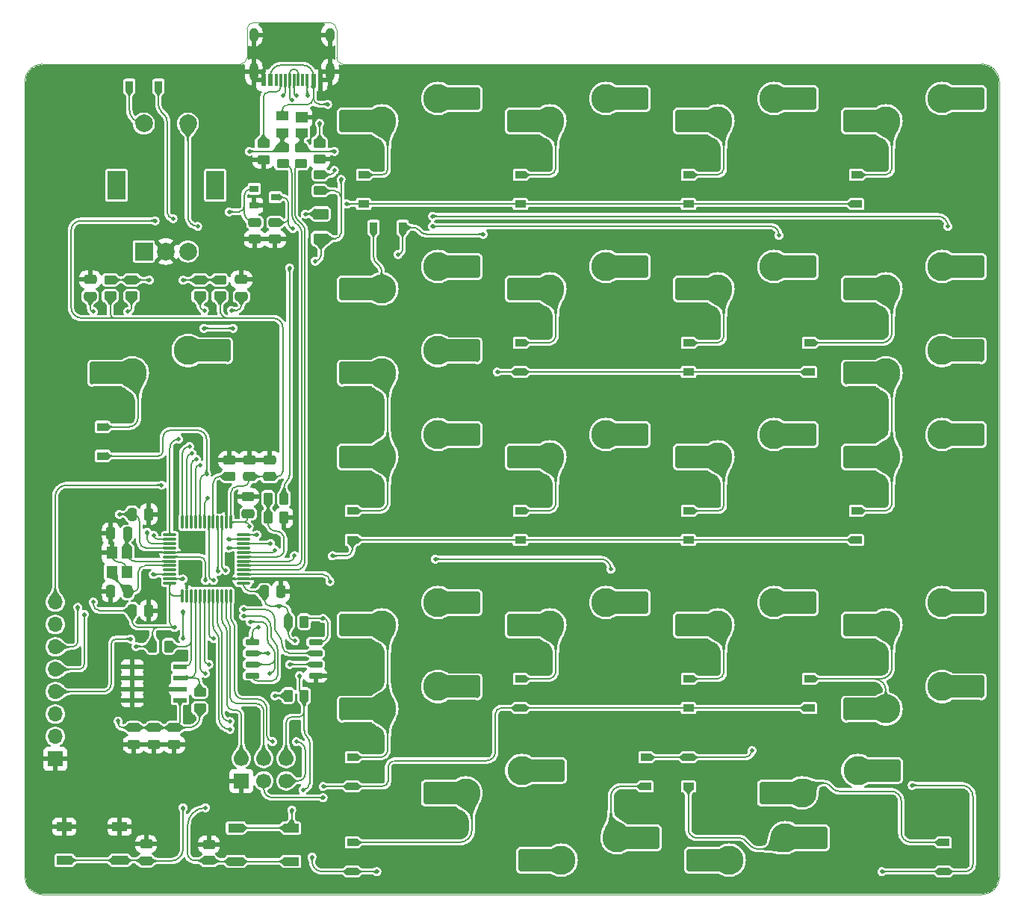
<source format=gbl>
G04 #@! TF.GenerationSoftware,KiCad,Pcbnew,(6.99.0-1912-g359c99991b)*
G04 #@! TF.CreationDate,2022-07-11T13:53:32+07:00*
G04 #@! TF.ProjectId,lazulipad,6c617a75-6c69-4706-9164-2e6b69636164,1*
G04 #@! TF.SameCoordinates,Original*
G04 #@! TF.FileFunction,Copper,L2,Bot*
G04 #@! TF.FilePolarity,Positive*
%FSLAX46Y46*%
G04 Gerber Fmt 4.6, Leading zero omitted, Abs format (unit mm)*
G04 Created by KiCad (PCBNEW (6.99.0-1912-g359c99991b)) date 2022-07-11 13:53:32*
%MOMM*%
%LPD*%
G01*
G04 APERTURE LIST*
G04 Aperture macros list*
%AMRoundRect*
0 Rectangle with rounded corners*
0 $1 Rounding radius*
0 $2 $3 $4 $5 $6 $7 $8 $9 X,Y pos of 4 corners*
0 Add a 4 corners polygon primitive as box body*
4,1,4,$2,$3,$4,$5,$6,$7,$8,$9,$2,$3,0*
0 Add four circle primitives for the rounded corners*
1,1,$1+$1,$2,$3*
1,1,$1+$1,$4,$5*
1,1,$1+$1,$6,$7*
1,1,$1+$1,$8,$9*
0 Add four rect primitives between the rounded corners*
20,1,$1+$1,$2,$3,$4,$5,0*
20,1,$1+$1,$4,$5,$6,$7,0*
20,1,$1+$1,$6,$7,$8,$9,0*
20,1,$1+$1,$8,$9,$2,$3,0*%
G04 Aperture macros list end*
G04 #@! TA.AperFunction,ComponentPad*
%ADD10R,1.700000X1.700000*%
G04 #@! TD*
G04 #@! TA.AperFunction,ComponentPad*
%ADD11O,1.700000X1.700000*%
G04 #@! TD*
G04 #@! TA.AperFunction,ComponentPad*
%ADD12C,1.700000*%
G04 #@! TD*
G04 #@! TA.AperFunction,WasherPad*
%ADD13R,2.000000X3.200000*%
G04 #@! TD*
G04 #@! TA.AperFunction,ComponentPad*
%ADD14R,2.000000X2.000000*%
G04 #@! TD*
G04 #@! TA.AperFunction,ComponentPad*
%ADD15C,2.000000*%
G04 #@! TD*
G04 #@! TA.AperFunction,SMDPad,CuDef*
%ADD16R,1.550000X0.600000*%
G04 #@! TD*
G04 #@! TA.AperFunction,SMDPad,CuDef*
%ADD17RoundRect,0.250000X0.625000X-0.375000X0.625000X0.375000X-0.625000X0.375000X-0.625000X-0.375000X0*%
G04 #@! TD*
G04 #@! TA.AperFunction,SMDPad,CuDef*
%ADD18R,1.700000X1.000000*%
G04 #@! TD*
G04 #@! TA.AperFunction,ComponentPad*
%ADD19C,3.300000*%
G04 #@! TD*
G04 #@! TA.AperFunction,SMDPad,CuDef*
%ADD20R,1.650000X2.500000*%
G04 #@! TD*
G04 #@! TA.AperFunction,SMDPad,CuDef*
%ADD21RoundRect,0.250000X1.025000X1.000000X-1.025000X1.000000X-1.025000X-1.000000X1.025000X-1.000000X0*%
G04 #@! TD*
G04 #@! TA.AperFunction,SMDPad,CuDef*
%ADD22RoundRect,0.250000X0.250000X0.475000X-0.250000X0.475000X-0.250000X-0.475000X0.250000X-0.475000X0*%
G04 #@! TD*
G04 #@! TA.AperFunction,SMDPad,CuDef*
%ADD23RoundRect,0.250000X-0.450000X0.262500X-0.450000X-0.262500X0.450000X-0.262500X0.450000X0.262500X0*%
G04 #@! TD*
G04 #@! TA.AperFunction,SMDPad,CuDef*
%ADD24R,1.000000X0.800000*%
G04 #@! TD*
G04 #@! TA.AperFunction,SMDPad,CuDef*
%ADD25R,1.200000X0.900000*%
G04 #@! TD*
G04 #@! TA.AperFunction,SMDPad,CuDef*
%ADD26RoundRect,0.250000X0.450000X-0.262500X0.450000X0.262500X-0.450000X0.262500X-0.450000X-0.262500X0*%
G04 #@! TD*
G04 #@! TA.AperFunction,SMDPad,CuDef*
%ADD27R,1.200000X1.400000*%
G04 #@! TD*
G04 #@! TA.AperFunction,SMDPad,CuDef*
%ADD28RoundRect,0.250000X0.475000X-0.250000X0.475000X0.250000X-0.475000X0.250000X-0.475000X-0.250000X0*%
G04 #@! TD*
G04 #@! TA.AperFunction,SMDPad,CuDef*
%ADD29R,0.900000X1.200000*%
G04 #@! TD*
G04 #@! TA.AperFunction,SMDPad,CuDef*
%ADD30RoundRect,0.250000X-0.262500X-0.450000X0.262500X-0.450000X0.262500X0.450000X-0.262500X0.450000X0*%
G04 #@! TD*
G04 #@! TA.AperFunction,SMDPad,CuDef*
%ADD31RoundRect,0.250000X0.262500X0.450000X-0.262500X0.450000X-0.262500X-0.450000X0.262500X-0.450000X0*%
G04 #@! TD*
G04 #@! TA.AperFunction,SMDPad,CuDef*
%ADD32RoundRect,0.250000X-1.025000X-1.000000X1.025000X-1.000000X1.025000X1.000000X-1.025000X1.000000X0*%
G04 #@! TD*
G04 #@! TA.AperFunction,SMDPad,CuDef*
%ADD33R,0.600000X1.450000*%
G04 #@! TD*
G04 #@! TA.AperFunction,SMDPad,CuDef*
%ADD34R,0.300000X1.450000*%
G04 #@! TD*
G04 #@! TA.AperFunction,ComponentPad*
%ADD35O,1.000000X1.600000*%
G04 #@! TD*
G04 #@! TA.AperFunction,ComponentPad*
%ADD36O,1.000000X2.100000*%
G04 #@! TD*
G04 #@! TA.AperFunction,SMDPad,CuDef*
%ADD37RoundRect,0.150000X0.650000X0.150000X-0.650000X0.150000X-0.650000X-0.150000X0.650000X-0.150000X0*%
G04 #@! TD*
G04 #@! TA.AperFunction,SMDPad,CuDef*
%ADD38RoundRect,0.250000X-0.475000X0.250000X-0.475000X-0.250000X0.475000X-0.250000X0.475000X0.250000X0*%
G04 #@! TD*
G04 #@! TA.AperFunction,SMDPad,CuDef*
%ADD39RoundRect,0.075000X-0.662500X-0.075000X0.662500X-0.075000X0.662500X0.075000X-0.662500X0.075000X0*%
G04 #@! TD*
G04 #@! TA.AperFunction,SMDPad,CuDef*
%ADD40RoundRect,0.075000X-0.075000X-0.662500X0.075000X-0.662500X0.075000X0.662500X-0.075000X0.662500X0*%
G04 #@! TD*
G04 #@! TA.AperFunction,SMDPad,CuDef*
%ADD41R,1.400000X1.200000*%
G04 #@! TD*
G04 #@! TA.AperFunction,SMDPad,CuDef*
%ADD42R,1.400000X1.000000*%
G04 #@! TD*
G04 #@! TA.AperFunction,ViaPad*
%ADD43C,0.500000*%
G04 #@! TD*
G04 #@! TA.AperFunction,Conductor*
%ADD44C,0.200000*%
G04 #@! TD*
G04 #@! TA.AperFunction,Profile*
%ADD45C,0.100000*%
G04 #@! TD*
G04 APERTURE END LIST*
D10*
X3443999Y-78799999D03*
D11*
X3443999Y-76259999D03*
X3443999Y-73719999D03*
X3443999Y-71179999D03*
X3443999Y-68639999D03*
X3443999Y-66099999D03*
X3443999Y-63559999D03*
X3443999Y-61019999D03*
D12*
X29623000Y-78751500D03*
X29623000Y-81291500D03*
X27083000Y-78751500D03*
X27083000Y-81291500D03*
X24543000Y-78751500D03*
D10*
X24542999Y-81291499D03*
D13*
X10386999Y-13762499D03*
X21586999Y-13762499D03*
D14*
X13486999Y-21262499D03*
D15*
X18487000Y-21262500D03*
X15987000Y-21262500D03*
X18487000Y-6762500D03*
X13487000Y-6762500D03*
D16*
X12190999Y-72135999D03*
X12190999Y-70865999D03*
X12190999Y-69595999D03*
X12190999Y-68325999D03*
X17590999Y-68325999D03*
X17590999Y-69595999D03*
X17590999Y-70865999D03*
X17590999Y-72135999D03*
D17*
X33560000Y-19815000D03*
X33560000Y-17015000D03*
D18*
X10769999Y-86491999D03*
X4469999Y-86491999D03*
X10769999Y-90291999D03*
X4469999Y-90291999D03*
D19*
X78564500Y-44560000D03*
D20*
X76739499Y-44559999D03*
D21*
X75014500Y-44560000D03*
X88464500Y-42020000D03*
D20*
X86714499Y-42019999D03*
D19*
X84914500Y-42020000D03*
X97614500Y-6460000D03*
D20*
X95789499Y-6459999D03*
D21*
X94064500Y-6460000D03*
X107514500Y-3920000D03*
D20*
X105764499Y-3919999D03*
D19*
X103964500Y-3920000D03*
D22*
X11650000Y-59817000D03*
X9750000Y-59817000D03*
D19*
X78564500Y-6460000D03*
D20*
X76739499Y-6459999D03*
D21*
X75014500Y-6460000D03*
X88464500Y-3920000D03*
D20*
X86714499Y-3919999D03*
D19*
X84914500Y-3920000D03*
D23*
X12097000Y-24487500D03*
X12097000Y-26312500D03*
D24*
X26009999Y-16062998D03*
X26009999Y-14162999D03*
X28409999Y-15112999D03*
D25*
X70389999Y-78613999D03*
X70389999Y-81913999D03*
X75215999Y-73023999D03*
X75215999Y-69723999D03*
D19*
X59514500Y-25510000D03*
D20*
X57689499Y-25509999D03*
D21*
X55964500Y-25510000D03*
X69414500Y-22970000D03*
D20*
X67664499Y-22969999D03*
D19*
X65864500Y-22970000D03*
D26*
X27034844Y-10838616D03*
X27034844Y-9013616D03*
D27*
X11549999Y-55414999D03*
X11549999Y-57614999D03*
X9849999Y-57614999D03*
X9849999Y-55414999D03*
D25*
X56165999Y-15873999D03*
X56165999Y-12573999D03*
D28*
X25432000Y-46797000D03*
X25432000Y-44897000D03*
D23*
X19844000Y-24487500D03*
X19844000Y-26312500D03*
D29*
X42829999Y-18541999D03*
X39529999Y-18541999D03*
D19*
X40464500Y-6460000D03*
D20*
X38639499Y-6459999D03*
D21*
X36914500Y-6460000D03*
X50364500Y-3920000D03*
D20*
X48614499Y-3919999D03*
D19*
X46814500Y-3920000D03*
D26*
X23146000Y-46759500D03*
X23146000Y-44934500D03*
D23*
X33409719Y-8986680D03*
X33409719Y-10811680D03*
D26*
X31274000Y-11326500D03*
X31274000Y-9501500D03*
D28*
X7398000Y-26350000D03*
X7398000Y-24450000D03*
D18*
X23900999Y-90418999D03*
X30200999Y-90418999D03*
X23900999Y-86618999D03*
X30200999Y-86618999D03*
D19*
X97614500Y-44560000D03*
D20*
X95789499Y-44559999D03*
D21*
X94064500Y-44560000D03*
X107514500Y-42020000D03*
D20*
X105764499Y-42019999D03*
D19*
X103964500Y-42020000D03*
D30*
X27567500Y-51435000D03*
X29392500Y-51435000D03*
D19*
X97614500Y-73135000D03*
D20*
X95789499Y-73134999D03*
D21*
X94064500Y-73135000D03*
X107514500Y-70595000D03*
D20*
X105764499Y-70594999D03*
D19*
X103964500Y-70595000D03*
D25*
X37115999Y-53973999D03*
X37115999Y-50673999D03*
D19*
X78564500Y-63610000D03*
D20*
X76739499Y-63609999D03*
D21*
X75014500Y-63610000D03*
X88464500Y-61070000D03*
D20*
X86714499Y-61069999D03*
D19*
X84914500Y-61070000D03*
D25*
X38385999Y-15873999D03*
X38385999Y-12573999D03*
D31*
X29392500Y-49276000D03*
X27567500Y-49276000D03*
D26*
X22130000Y-26312500D03*
X22130000Y-24487500D03*
D19*
X86184500Y-87740000D03*
D20*
X88009499Y-87739999D03*
D32*
X89734500Y-87740000D03*
X76284500Y-90280000D03*
D20*
X78034499Y-90279999D03*
D19*
X79834500Y-90280000D03*
X40464500Y-73135000D03*
D20*
X38639499Y-73134999D03*
D21*
X36914500Y-73135000D03*
X50364500Y-70595000D03*
D20*
X48614499Y-70594999D03*
D19*
X46814500Y-70595000D03*
X40464500Y-63610000D03*
D20*
X38639499Y-63609999D03*
D21*
X36914500Y-63610000D03*
X50364500Y-61070000D03*
D20*
X48614499Y-61069999D03*
D19*
X46814500Y-61070000D03*
D30*
X29853500Y-71628000D03*
X31678500Y-71628000D03*
D33*
X27032999Y-1831999D03*
X27807999Y-1831999D03*
D34*
X28507999Y-1831999D03*
X29007999Y-1831999D03*
X29507999Y-1831999D03*
X30007999Y-1831999D03*
X30507999Y-1831999D03*
X31007999Y-1831999D03*
X31507999Y-1831999D03*
X32007999Y-1831999D03*
D33*
X32707999Y-1831999D03*
X33482999Y-1831999D03*
D35*
X25937999Y3262999D03*
D36*
X25937999Y-916999D03*
D35*
X34577999Y3262999D03*
D36*
X34577999Y-916999D03*
D28*
X27718000Y-46797000D03*
X27718000Y-44897000D03*
D19*
X59514500Y-6460000D03*
D20*
X57689499Y-6459999D03*
D21*
X55964500Y-6460000D03*
X69414500Y-3920000D03*
D20*
X67664499Y-3919999D03*
D19*
X65864500Y-3920000D03*
X40464500Y-35035000D03*
D20*
X38639499Y-35034999D03*
D21*
X36914500Y-35035000D03*
X50364500Y-32495000D03*
D20*
X48614499Y-32494999D03*
D19*
X46814500Y-32495000D03*
X12177000Y-35035000D03*
D20*
X10351999Y-35034999D03*
D21*
X8627000Y-35035000D03*
X22077000Y-32495000D03*
D20*
X20326999Y-32494999D03*
D19*
X18527000Y-32495000D03*
D25*
X75215999Y-15873999D03*
X75215999Y-12573999D03*
D19*
X97614500Y-35035000D03*
D20*
X95789499Y-35034999D03*
D21*
X94064500Y-35035000D03*
X107514500Y-32495000D03*
D20*
X105764499Y-32494999D03*
D19*
X103964500Y-32495000D03*
D37*
X32969000Y-65532000D03*
X32969000Y-66802000D03*
X32969000Y-68072000D03*
X32969000Y-69342000D03*
X25769000Y-69342000D03*
X25769000Y-68072000D03*
X25769000Y-66802000D03*
X25769000Y-65532000D03*
D31*
X31678500Y-63246000D03*
X29853500Y-63246000D03*
D38*
X14637000Y-75255000D03*
X14637000Y-77155000D03*
D31*
X16311500Y-66040000D03*
X14486500Y-66040000D03*
D25*
X75215999Y-34923999D03*
X75215999Y-31623999D03*
D22*
X14063000Y-51054000D03*
X12163000Y-51054000D03*
X11650000Y-53213000D03*
X9750000Y-53213000D03*
D26*
X29242000Y-11326500D03*
X29242000Y-9501500D03*
D25*
X37115999Y-91565999D03*
X37115999Y-88265999D03*
D19*
X97614500Y-25510000D03*
D20*
X95789499Y-25509999D03*
D21*
X94064500Y-25510000D03*
X107514500Y-22970000D03*
D20*
X105764499Y-22969999D03*
D19*
X103964500Y-22970000D03*
D25*
X94265999Y-15873999D03*
X94265999Y-12573999D03*
D38*
X13748000Y-88458000D03*
X13748000Y-90358000D03*
D25*
X37115999Y-81913999D03*
X37115999Y-78613999D03*
X56165999Y-53973999D03*
X56165999Y-50673999D03*
D19*
X49989500Y-82660000D03*
D20*
X48164499Y-82659999D03*
D21*
X46439500Y-82660000D03*
X59889500Y-80120000D03*
D20*
X58139499Y-80119999D03*
D19*
X56339500Y-80120000D03*
D25*
X75215999Y-53973999D03*
X75215999Y-50673999D03*
X88931999Y-34923999D03*
X88931999Y-31623999D03*
D39*
X16443500Y-58884000D03*
X16443500Y-58384000D03*
X16443500Y-57884000D03*
X16443500Y-57384000D03*
X16443500Y-56884000D03*
X16443500Y-56384000D03*
X16443500Y-55884000D03*
X16443500Y-55384000D03*
X16443500Y-54884000D03*
X16443500Y-54384000D03*
X16443500Y-53884000D03*
X16443500Y-53384000D03*
D40*
X17856000Y-51971500D03*
X18356000Y-51971500D03*
X18856000Y-51971500D03*
X19356000Y-51971500D03*
X19856000Y-51971500D03*
X20356000Y-51971500D03*
X20856000Y-51971500D03*
X21356000Y-51971500D03*
X21856000Y-51971500D03*
X22356000Y-51971500D03*
X22856000Y-51971500D03*
X23356000Y-51971500D03*
D39*
X24768500Y-53384000D03*
X24768500Y-53884000D03*
X24768500Y-54384000D03*
X24768500Y-54884000D03*
X24768500Y-55384000D03*
X24768500Y-55884000D03*
X24768500Y-56384000D03*
X24768500Y-56884000D03*
X24768500Y-57384000D03*
X24768500Y-57884000D03*
X24768500Y-58384000D03*
X24768500Y-58884000D03*
D40*
X23356000Y-60296500D03*
X22856000Y-60296500D03*
X22356000Y-60296500D03*
X21856000Y-60296500D03*
X21356000Y-60296500D03*
X20856000Y-60296500D03*
X20356000Y-60296500D03*
X19856000Y-60296500D03*
X19356000Y-60296500D03*
X18856000Y-60296500D03*
X18356000Y-60296500D03*
X17856000Y-60296500D03*
D23*
X19844000Y-71223500D03*
X19844000Y-73048500D03*
D29*
X15143999Y-2539999D03*
X11843999Y-2539999D03*
D25*
X56165999Y-73023999D03*
X56165999Y-69723999D03*
X8794999Y-44448999D03*
X8794999Y-41148999D03*
D28*
X24543000Y-26350000D03*
X24543000Y-24450000D03*
D19*
X59514500Y-44560000D03*
D20*
X57689499Y-44559999D03*
D21*
X55964500Y-44560000D03*
X69414500Y-42020000D03*
D20*
X67664499Y-42019999D03*
D19*
X65864500Y-42020000D03*
D25*
X94265999Y-53973999D03*
X94265999Y-50673999D03*
D22*
X29049000Y-59817000D03*
X27149000Y-59817000D03*
D26*
X9684000Y-26312500D03*
X9684000Y-24487500D03*
D19*
X40464500Y-44560000D03*
D20*
X38639499Y-44559999D03*
D21*
X36914500Y-44560000D03*
X50364500Y-42020000D03*
D20*
X48614499Y-42019999D03*
D19*
X46814500Y-42020000D03*
D26*
X33433000Y-14374500D03*
X33433000Y-12549500D03*
D38*
X26067000Y-17973000D03*
X26067000Y-19873000D03*
X28353000Y-17973000D03*
X28353000Y-19873000D03*
D25*
X104171999Y-91565999D03*
X104171999Y-88265999D03*
X56165999Y-34923999D03*
X56165999Y-31623999D03*
D26*
X20860000Y-90320500D03*
X20860000Y-88495500D03*
D19*
X67134500Y-87740000D03*
D20*
X68959499Y-87739999D03*
D32*
X70684500Y-87740000D03*
X57234500Y-90280000D03*
D20*
X58984499Y-90279999D03*
D19*
X60784500Y-90280000D03*
D25*
X88931999Y-73023999D03*
X88931999Y-69723999D03*
D41*
X31357999Y-6087999D03*
D42*
X31357999Y-7807999D03*
X29157999Y-7807999D03*
X29157999Y-5907999D03*
D19*
X40464500Y-25510000D03*
D20*
X38639499Y-25509999D03*
D21*
X36914500Y-25510000D03*
X50364500Y-22970000D03*
D20*
X48614499Y-22969999D03*
D19*
X46814500Y-22970000D03*
X88089500Y-82660000D03*
D20*
X86264499Y-82659999D03*
D21*
X84539500Y-82660000D03*
X97989500Y-80120000D03*
D20*
X96239499Y-80119999D03*
D19*
X94439500Y-80120000D03*
D28*
X16923000Y-77150000D03*
X16923000Y-75250000D03*
D19*
X59514500Y-63610000D03*
D20*
X57689499Y-63609999D03*
D21*
X55964500Y-63610000D03*
X69414500Y-61070000D03*
D20*
X67664499Y-61069999D03*
D19*
X65864500Y-61070000D03*
D25*
X75215999Y-78613999D03*
X75215999Y-81913999D03*
D38*
X12351000Y-75255000D03*
X12351000Y-77155000D03*
D19*
X78564500Y-25510000D03*
D20*
X76739499Y-25509999D03*
D21*
X75014500Y-25510000D03*
X88464500Y-22970000D03*
D20*
X86714499Y-22969999D03*
D19*
X84914500Y-22970000D03*
D38*
X25305000Y-49088000D03*
X25305000Y-50988000D03*
D22*
X14063000Y-61976000D03*
X12163000Y-61976000D03*
D19*
X97614500Y-63610000D03*
D20*
X95789499Y-63609999D03*
D21*
X94064500Y-63610000D03*
X107514500Y-61070000D03*
D20*
X105764499Y-61069999D03*
D19*
X103964500Y-61070000D03*
D43*
X27972000Y-43180000D03*
X14100000Y-60100000D03*
X22384000Y-49784000D03*
X14256000Y-55753000D03*
X26575000Y-48006000D03*
X7779000Y-28067000D03*
X11684000Y-28067000D03*
X20352000Y-27940000D03*
X23400000Y-27940000D03*
X17939000Y-65151000D03*
X17939000Y-62103000D03*
X17939000Y-84328000D03*
X20479000Y-58547000D03*
X30385000Y-18669000D03*
X31782000Y-17018000D03*
X28099000Y-76835000D03*
X30766000Y-76835000D03*
X34322000Y-4572000D03*
X30004000Y-23114000D03*
X35846000Y-13081000D03*
X32925000Y-22352000D03*
X36481000Y-15875000D03*
X16796000Y-17526000D03*
X18675600Y-43383200D03*
X35941000Y-7493000D03*
X35941000Y-5461000D03*
X54991000Y-5461000D03*
X54991000Y-7493000D03*
X74041000Y-5461000D03*
X74041000Y-7493000D03*
X93091000Y-5461000D03*
X93091000Y-7493000D03*
X7620000Y-34036000D03*
X7620000Y-36068000D03*
X35941000Y-26543000D03*
X35941000Y-24511000D03*
X54991000Y-26543000D03*
X54991000Y-24511000D03*
X74041000Y-26543000D03*
X74041000Y-24511000D03*
X93091000Y-26543000D03*
X93091000Y-24511000D03*
X54991000Y-43561000D03*
X54991000Y-45593000D03*
X74041000Y-43561000D03*
X74041000Y-45593000D03*
X93091000Y-43561000D03*
X93091000Y-36068000D03*
X93091000Y-45593000D03*
X93091000Y-34036000D03*
X35941000Y-74168000D03*
X35941000Y-62611000D03*
X35941000Y-64643000D03*
X35941000Y-72136000D03*
X54991000Y-64643000D03*
X54991000Y-62611000D03*
X74041000Y-64643000D03*
X74041000Y-62611000D03*
X42291000Y-21590000D03*
X20606000Y-46482000D03*
X51975000Y-19304000D03*
X53535152Y-34923744D03*
X93091000Y-74168000D03*
X93091000Y-62611000D03*
X93091000Y-64643000D03*
X93091000Y-72136000D03*
X45466000Y-81661000D03*
X45466000Y-83693000D03*
X71628000Y-86741000D03*
X71628000Y-88773000D03*
X90678000Y-88773000D03*
X90678000Y-87503000D03*
X83566000Y-81661000D03*
X83566000Y-82931000D03*
X34576000Y-58674000D03*
X33814000Y-83185000D03*
X17431000Y-42545000D03*
X17939000Y-24511000D03*
X17929174Y-58400630D03*
X14129000Y-24511000D03*
X20479000Y-69088000D03*
X20479000Y-84328000D03*
X25559000Y-63246000D03*
X21368000Y-58547000D03*
X28353000Y-71628000D03*
X27718000Y-69088000D03*
X28353000Y-55118000D03*
X33814000Y-62865000D03*
X32036000Y-3556000D03*
X33409138Y-6725536D03*
X34880800Y-55778400D03*
X30562800Y-55778400D03*
X24797000Y-62611000D03*
X21876000Y-57531000D03*
X24797000Y-61849000D03*
X22765000Y-57404000D03*
X27591000Y-66802000D03*
X21368000Y-65151000D03*
X20860000Y-68072000D03*
X30004000Y-68072000D03*
X33814000Y-81915000D03*
X23241000Y-74549000D03*
X100584000Y-81788000D03*
X97155000Y-91567000D03*
X39910000Y-91567000D03*
X32555105Y-89922068D03*
X82423000Y-77851000D03*
X23241000Y-75438000D03*
X30766000Y-3556000D03*
X25432000Y-9906000D03*
X29242000Y-3556000D03*
X35084000Y-12065000D03*
X30258000Y-4064000D03*
X35084000Y-9906000D03*
X22987000Y-31496000D03*
X19590000Y-18415000D03*
X20320000Y-29972000D03*
X22987000Y-33528000D03*
X23622000Y-29972000D03*
X14562827Y-57889128D03*
X51308000Y-60071000D03*
X51308000Y-43053000D03*
X60833000Y-81153000D03*
X60833000Y-79121000D03*
X51308000Y-62103000D03*
X51308000Y-31496000D03*
X51308000Y-71628000D03*
X51308000Y-69596000D03*
X51308000Y-2921000D03*
X19844000Y-45466000D03*
X51308000Y-4953000D03*
X51308000Y-24003000D03*
X51308000Y-33528000D03*
X51308000Y-21971000D03*
X51308000Y-41021000D03*
X70358000Y-62103000D03*
X56261000Y-89281000D03*
X27867174Y-54382709D03*
X70358000Y-60071000D03*
X46514000Y-56134000D03*
X70358000Y-41021000D03*
X70358000Y-24003000D03*
X70358000Y-2921000D03*
X66421000Y-57277000D03*
X70358000Y-4953000D03*
X70358000Y-21971000D03*
X56261000Y-91313000D03*
X70358000Y-43053000D03*
X89408000Y-2921000D03*
X75311000Y-89281000D03*
X89408000Y-24003000D03*
X19463000Y-44831000D03*
X46228000Y-18415000D03*
X89408000Y-41021000D03*
X89408000Y-43053000D03*
X85471000Y-19431000D03*
X89408000Y-62103000D03*
X89408000Y-21971000D03*
X89408000Y-4953000D03*
X75311000Y-91313000D03*
X89408000Y-60071000D03*
X108458000Y-60071000D03*
X98933000Y-81153000D03*
X18980400Y-44170600D03*
X104648000Y-18415000D03*
X108458000Y-2921000D03*
X108458000Y-41021000D03*
X108458000Y-43053000D03*
X108458000Y-71628000D03*
X98933000Y-79121000D03*
X108458000Y-69596000D03*
X108458000Y-24003000D03*
X108458000Y-62103000D03*
X108458000Y-31496000D03*
X108458000Y-4953000D03*
X108458000Y-33528000D03*
X108458000Y-21971000D03*
X46228000Y-17272000D03*
X35941000Y-36068000D03*
X35941000Y-45593000D03*
X35941000Y-34036000D03*
X35941000Y-43561000D03*
X7750000Y-61000000D03*
X30258000Y-84582000D03*
X31528000Y-82296000D03*
X31147000Y-69342000D03*
X30639000Y-65405000D03*
X10700000Y-51054000D03*
X10573000Y-74500000D03*
X12605000Y-66040000D03*
X25432000Y-52451000D03*
X26448000Y-63881000D03*
X23146000Y-16764000D03*
X14764000Y-17780000D03*
X28829000Y-61468000D03*
X17000000Y-63881000D03*
X23123898Y-53895441D03*
X23130524Y-54879098D03*
X12000000Y-65200000D03*
X13875000Y-53086000D03*
X6750000Y-62400000D03*
X6000000Y-61600000D03*
X14637000Y-53467000D03*
X26314978Y-53384154D03*
X20750000Y-49250000D03*
X15500000Y-47750000D03*
D44*
X9850000Y-55415000D02*
X9850000Y-55653913D01*
X22856000Y-50256000D02*
X22856000Y-51971500D01*
X14063000Y-51054000D02*
X14256000Y-51247000D01*
X14625000Y-55384000D02*
X16443500Y-55384000D01*
X11550000Y-57353913D02*
X11550000Y-57615000D01*
X9850000Y-55415000D02*
X9850000Y-55665000D01*
X22856000Y-50256000D02*
G75*
G03*
X22384000Y-49784000I-472000J0D01*
G01*
X14625000Y-55384000D02*
G75*
G03*
X14256000Y-55753000I0J-369000D01*
G01*
X9850006Y-55653913D02*
G75*
G03*
X10677281Y-56481194I827294J13D01*
G01*
X11550006Y-57353913D02*
G75*
G03*
X10677281Y-56481194I-872706J13D01*
G01*
X12097000Y-26312500D02*
X12097000Y-27654000D01*
X7398000Y-27686000D02*
X7398000Y-26350000D01*
X7398000Y-27686000D02*
G75*
G03*
X7779000Y-28067000I381000J0D01*
G01*
X11684000Y-28067000D02*
G75*
G03*
X12097000Y-27654000I0J413000D01*
G01*
X23400000Y-27940000D02*
X24003000Y-27940000D01*
X24543000Y-26350000D02*
X24543000Y-27400000D01*
X19844000Y-27432000D02*
X19844000Y-26312500D01*
X19844000Y-27432000D02*
G75*
G03*
X20352000Y-27940000I508000J0D01*
G01*
X24003000Y-27940000D02*
G75*
G03*
X24543000Y-27400000I0J540000D01*
G01*
X9850000Y-57615000D02*
X9850000Y-58017000D01*
X9850000Y-58017000D02*
X11650000Y-59817000D01*
X12351000Y-59817000D02*
X11650000Y-59817000D01*
X12859000Y-57626000D02*
X12859000Y-59309000D01*
X16443500Y-56884000D02*
X13601000Y-56884000D01*
X13601000Y-56884000D02*
G75*
G03*
X12859000Y-57626000I0J-742000D01*
G01*
X12351000Y-59817000D02*
G75*
G03*
X12859000Y-59309000I0J508000D01*
G01*
X17939000Y-84328000D02*
X17939000Y-89027000D01*
X10802000Y-90297000D02*
X13687000Y-90297000D01*
X13687000Y-90297000D02*
X13748000Y-90358000D01*
X17939000Y-62103000D02*
X17939000Y-65151000D01*
X20479000Y-56547000D02*
X20479000Y-58547000D01*
X4502000Y-90297000D02*
X10802000Y-90297000D01*
X16608000Y-90358000D02*
X13748000Y-90358000D01*
X16443500Y-55884000D02*
X19816000Y-55884000D01*
X16608000Y-90358000D02*
G75*
G03*
X17939000Y-89027000I0J1331000D01*
G01*
X20479000Y-56547000D02*
G75*
G03*
X19816000Y-55884000I-663000J0D01*
G01*
X33560000Y-17015000D02*
X31782000Y-17018000D01*
X28410000Y-15113000D02*
X29210000Y-15113000D01*
X28353000Y-17973000D02*
X29430000Y-17973000D01*
X29877000Y-15780000D02*
X29877000Y-17526000D01*
X29877000Y-18161000D02*
X29877000Y-17526000D01*
X29877000Y-18161000D02*
G75*
G03*
X30385000Y-18669000I508000J0D01*
G01*
X29877000Y-15780000D02*
G75*
G03*
X29210000Y-15113000I-667000J0D01*
G01*
X29430000Y-17973000D02*
G75*
G03*
X29877000Y-17526000I0J447000D01*
G01*
X27432520Y-76168520D02*
X27432520Y-73152520D01*
X24753703Y-72009000D02*
X26289000Y-72009000D01*
X23356000Y-60296500D02*
X23356000Y-62750000D01*
X29623000Y-81291500D02*
X30976500Y-81291500D01*
X31782000Y-77851000D02*
X31782000Y-80486000D01*
X23781000Y-63776040D02*
X23781000Y-71036297D01*
X23781000Y-71036297D02*
G75*
G03*
X24753703Y-72009000I972700J-3D01*
G01*
X27432500Y-73152520D02*
G75*
G03*
X26289000Y-72009000I-1143500J20D01*
G01*
X27432000Y-73152000D02*
G75*
G03*
X26289000Y-72009000I-1143000J0D01*
G01*
X27432500Y-76168520D02*
G75*
G03*
X28099000Y-76835000I666500J20D01*
G01*
X31782000Y-77851000D02*
G75*
G03*
X30766000Y-76835000I-1016000J0D01*
G01*
X30976500Y-81291500D02*
G75*
G03*
X31782000Y-80486000I0J805500D01*
G01*
X23780961Y-63776040D02*
G75*
G03*
X23608437Y-63359437I-589161J40D01*
G01*
X23356008Y-62750000D02*
G75*
G03*
X23608437Y-63359437I861892J0D01*
G01*
X30004000Y-46575786D02*
X30004000Y-23114000D01*
X35846000Y-15145000D02*
X35846000Y-19145000D01*
X27808000Y-1832000D02*
X27808000Y-1402000D01*
X29685393Y-47308607D02*
X29711107Y-47282893D01*
X32708000Y-3879000D02*
X32708000Y-1832000D01*
X35846000Y-13081000D02*
X35846000Y-15145000D01*
X29789612Y-4643612D02*
X31943388Y-4643612D01*
X31496000Y-127000D02*
X29083000Y-127000D01*
X29158000Y-5908000D02*
X29158000Y-5275224D01*
X34322000Y-4572000D02*
X33401000Y-4572000D01*
X33433000Y-14374500D02*
X35075500Y-14374500D01*
X33560000Y-21717000D02*
X33560000Y-19815000D01*
X32708000Y-1832000D02*
X32708000Y-1339000D01*
X35179000Y-19812000D02*
X33563000Y-19812000D01*
X29392500Y-49276000D02*
X29392500Y-48015714D01*
X29789612Y-4643600D02*
G75*
G03*
X29158000Y-5275224I-12J-631600D01*
G01*
X32708000Y-1339000D02*
G75*
G03*
X31496000Y-127000I-1212000J0D01*
G01*
X35846000Y-15145000D02*
G75*
G03*
X35075500Y-14374500I-770500J0D01*
G01*
X32708000Y-3879000D02*
G75*
G03*
X33401000Y-4572000I693000J0D01*
G01*
X33563000Y-19812000D02*
G75*
G03*
X33560000Y-19815000I0J-3000D01*
G01*
X29711114Y-47282900D02*
G75*
G03*
X30004000Y-46575786I-707114J707100D01*
G01*
X35179000Y-19812000D02*
G75*
G03*
X35846000Y-19145000I0J667000D01*
G01*
X29083000Y-127000D02*
G75*
G03*
X27808000Y-1402000I0J-1275000D01*
G01*
X31943388Y-4643600D02*
G75*
G03*
X32708000Y-3879000I12J764600D01*
G01*
X29685386Y-47308600D02*
G75*
G03*
X29392500Y-48015714I707114J-707100D01*
G01*
X32925000Y-22352000D02*
G75*
G03*
X33560000Y-21717000I0J635000D01*
G01*
X15144000Y-4603000D02*
X15144000Y-2540000D01*
X36482000Y-15874000D02*
X94266000Y-15874000D01*
X36482000Y-15874000D02*
X36481000Y-15875000D01*
X15480583Y-5415583D02*
X15734614Y-5669614D01*
X16161000Y-16891000D02*
X16161000Y-6699000D01*
X17856000Y-44202800D02*
X17856000Y-51971500D01*
X16161000Y-16891000D02*
G75*
G03*
X16796000Y-17526000I635000J0D01*
G01*
X16160991Y-6699000D02*
G75*
G03*
X15734614Y-5669614I-1455791J0D01*
G01*
X15144011Y-4603000D02*
G75*
G03*
X15480584Y-5415582I1149189J0D01*
G01*
X18675600Y-43383200D02*
G75*
G03*
X17856000Y-44202800I0J-819600D01*
G01*
X23241520Y-63774991D02*
X23241520Y-71755520D01*
X27083000Y-78751500D02*
X27083000Y-73438000D01*
X22856000Y-62844263D02*
X22856000Y-60296500D01*
X26162000Y-72517000D02*
X24003000Y-72517000D01*
X23241500Y-71755520D02*
G75*
G03*
X24003000Y-72517000I761500J20D01*
G01*
X23241529Y-63774991D02*
G75*
G03*
X23047440Y-63306442I-662629J-9D01*
G01*
X22856022Y-62844263D02*
G75*
G03*
X23047442Y-63306440I653578J-37D01*
G01*
X27083000Y-73438000D02*
G75*
G03*
X26162000Y-72517000I-921000J0D01*
G01*
X11844000Y-5119500D02*
X11844000Y-2540000D01*
X11844000Y-5119500D02*
G75*
G03*
X13487000Y-6762500I1643000J0D01*
G01*
X38387000Y-12573000D02*
X40513000Y-12573000D01*
X41148000Y-11938000D02*
X41148000Y-7143500D01*
X41148000Y-7143500D02*
X40464500Y-6460000D01*
X40513000Y-12573000D02*
G75*
G03*
X41148000Y-11938000I0J635000D01*
G01*
X38387000Y-12573000D02*
G75*
G03*
X38386000Y-12574000I0J-1000D01*
G01*
X56167000Y-12573000D02*
X59436000Y-12573000D01*
X60198000Y-7143500D02*
X59514500Y-6460000D01*
X60198000Y-11811000D02*
X60198000Y-7143500D01*
X59436000Y-12573000D02*
G75*
G03*
X60198000Y-11811000I0J762000D01*
G01*
X56167000Y-12573000D02*
G75*
G03*
X56166000Y-12574000I0J-1000D01*
G01*
X79248000Y-11811000D02*
X79248000Y-7143500D01*
X79248000Y-7143500D02*
X78564500Y-6460000D01*
X75217000Y-12573000D02*
X78486000Y-12573000D01*
X78486000Y-12573000D02*
G75*
G03*
X79248000Y-11811000I0J762000D01*
G01*
X75217000Y-12573000D02*
G75*
G03*
X75216000Y-12574000I0J-1000D01*
G01*
X98298000Y-7143500D02*
X98298000Y-11811000D01*
X97614500Y-6460000D02*
X98298000Y-7143500D01*
X97536000Y-12573000D02*
X94267000Y-12573000D01*
X97536000Y-12573000D02*
G75*
G03*
X98298000Y-11811000I0J762000D01*
G01*
X94267000Y-12573000D02*
G75*
G03*
X94266000Y-12574000I0J-1000D01*
G01*
X11811000Y-41148000D02*
X8796000Y-41148000D01*
X12827000Y-35685000D02*
X12827000Y-40132000D01*
X12177000Y-35035000D02*
X12827000Y-35685000D01*
X11811000Y-41148000D02*
G75*
G03*
X12827000Y-40132000I0J1016000D01*
G01*
X8796000Y-41148000D02*
G75*
G03*
X8795000Y-41149000I0J-1000D01*
G01*
X40464500Y-25510000D02*
X40464500Y-23606714D01*
X39822893Y-22550893D02*
X40171607Y-22899607D01*
X39530000Y-18542000D02*
X39530000Y-21843786D01*
X39530010Y-21843786D02*
G75*
G03*
X39822893Y-22550893I999990J-14D01*
G01*
X40464490Y-23606714D02*
G75*
G03*
X40171607Y-22899607I-999990J14D01*
G01*
X56166000Y-31624000D02*
X59308000Y-31624000D01*
X59514500Y-25510000D02*
X60198000Y-26193500D01*
X60198000Y-26193500D02*
X60198000Y-30734000D01*
X59308000Y-31624000D02*
G75*
G03*
X60198000Y-30734000I0J890000D01*
G01*
X78564500Y-25510000D02*
X79248000Y-26193500D01*
X79248000Y-26193500D02*
X79248000Y-30861000D01*
X78486000Y-31623000D02*
X75217000Y-31623000D01*
X78486000Y-31623000D02*
G75*
G03*
X79248000Y-30861000I0J762000D01*
G01*
X75217000Y-31623000D02*
G75*
G03*
X75216000Y-31624000I0J-1000D01*
G01*
X98298000Y-26193500D02*
X98298000Y-30480000D01*
X97614500Y-25510000D02*
X98298000Y-26193500D01*
X88932000Y-31624000D02*
X97154000Y-31624000D01*
X97154000Y-31624000D02*
G75*
G03*
X98298000Y-30480000I0J1144000D01*
G01*
X59514500Y-44560000D02*
X60198000Y-45243500D01*
X56166000Y-50674000D02*
X59308000Y-50674000D01*
X60198000Y-45243500D02*
X60198000Y-49784000D01*
X59308000Y-50674000D02*
G75*
G03*
X60198000Y-49784000I0J890000D01*
G01*
X78564500Y-44560000D02*
X79248000Y-45243500D01*
X79248000Y-45243500D02*
X79248000Y-50038000D01*
X78613000Y-50673000D02*
X75217000Y-50673000D01*
X75217000Y-50673000D02*
G75*
G03*
X75216000Y-50674000I0J-1000D01*
G01*
X78613000Y-50673000D02*
G75*
G03*
X79248000Y-50038000I0J635000D01*
G01*
X97614500Y-35035000D02*
X98298000Y-35718500D01*
X98298000Y-35718500D02*
X98298000Y-43876500D01*
X97614500Y-44560000D02*
X98298000Y-45243500D01*
X98298000Y-45243500D02*
X98298000Y-49784000D01*
X94266000Y-50674000D02*
X97408000Y-50674000D01*
X98298000Y-43876500D02*
X97614500Y-44560000D01*
X97408000Y-50674000D02*
G75*
G03*
X98298000Y-49784000I0J890000D01*
G01*
X41148000Y-64293500D02*
X41148000Y-72451500D01*
X41148000Y-72451500D02*
X40464500Y-73135000D01*
X37116000Y-78614000D02*
X40258000Y-78614000D01*
X40464500Y-63610000D02*
X41148000Y-64293500D01*
X41148000Y-73818500D02*
X40464500Y-73135000D01*
X41148000Y-77724000D02*
X41148000Y-73818500D01*
X40258000Y-78614000D02*
G75*
G03*
X41148000Y-77724000I0J890000D01*
G01*
X60198000Y-64293500D02*
X60198000Y-68834000D01*
X59309000Y-69723000D02*
X56167000Y-69723000D01*
X59514500Y-63610000D02*
X60198000Y-64293500D01*
X59309000Y-69723000D02*
G75*
G03*
X60198000Y-68834000I0J889000D01*
G01*
X56167000Y-69723000D02*
G75*
G03*
X56166000Y-69724000I0J-1000D01*
G01*
X79248000Y-64293500D02*
X79248000Y-68961000D01*
X78486000Y-69723000D02*
X75217000Y-69723000D01*
X78564500Y-63610000D02*
X79248000Y-64293500D01*
X75217000Y-69723000D02*
G75*
G03*
X75216000Y-69724000I0J-1000D01*
G01*
X78486000Y-69723000D02*
G75*
G03*
X79248000Y-68961000I0J762000D01*
G01*
X15653000Y-43942000D02*
X15653000Y-42418000D01*
X88932000Y-34924000D02*
X56166000Y-34924000D01*
X45531214Y-19304000D02*
X51975000Y-19304000D01*
X20606000Y-42577000D02*
X20606000Y-46482000D01*
X42830000Y-18542000D02*
X42830000Y-21051000D01*
X53535408Y-34924000D02*
X53535152Y-34923744D01*
X42830000Y-18542000D02*
X43940786Y-18542000D01*
X44647893Y-18834893D02*
X44824107Y-19011107D01*
X19856000Y-47232000D02*
X19856000Y-51971500D01*
X8795000Y-44449000D02*
X15146000Y-44449000D01*
X16542000Y-41529000D02*
X19558000Y-41529000D01*
X56166000Y-34924000D02*
X53535408Y-34924000D01*
X44647900Y-18834886D02*
G75*
G03*
X43940786Y-18542000I-707100J-707114D01*
G01*
X44824100Y-19011114D02*
G75*
G03*
X45531214Y-19304000I707100J707114D01*
G01*
X16542000Y-41529000D02*
G75*
G03*
X15653000Y-42418000I0J-889000D01*
G01*
X20606000Y-46482000D02*
G75*
G03*
X19856000Y-47232000I0J-750000D01*
G01*
X20606000Y-42577000D02*
G75*
G03*
X19558000Y-41529000I-1048000J0D01*
G01*
X42291000Y-21590000D02*
G75*
G03*
X42830000Y-21051000I0J539000D01*
G01*
X15146000Y-44449000D02*
G75*
G03*
X15653000Y-43942000I0J507000D01*
G01*
X98298000Y-64293500D02*
X98298000Y-68453000D01*
X97614500Y-63610000D02*
X98298000Y-64293500D01*
X97027000Y-69724000D02*
X96267000Y-69724000D01*
X88932000Y-69724000D02*
X96267000Y-69724000D01*
X97614500Y-73135000D02*
X97614500Y-71071500D01*
X97027000Y-69724000D02*
G75*
G03*
X98298000Y-68453000I0J1271000D01*
G01*
X97614500Y-71071500D02*
G75*
G03*
X96267000Y-69724000I-1347500J0D01*
G01*
X50673000Y-83343500D02*
X50673000Y-86868000D01*
X37116000Y-88266000D02*
X49275000Y-88266000D01*
X49989500Y-82660000D02*
X50673000Y-83343500D01*
X49275000Y-88266000D02*
G75*
G03*
X50673000Y-86868000I0J1398000D01*
G01*
X67134500Y-87740000D02*
X66421000Y-87026500D01*
X70390000Y-81914000D02*
X67565000Y-81914000D01*
X66421000Y-87026500D02*
X66421000Y-83058000D01*
X67565000Y-81914000D02*
G75*
G03*
X66421000Y-83058000I0J-1144000D01*
G01*
X86184500Y-87740000D02*
X86184500Y-88567500D01*
X86184500Y-88567500D02*
X85725000Y-89027000D01*
X75216000Y-81914000D02*
X75216000Y-86773000D01*
X80992786Y-87757000D02*
X76200000Y-87757000D01*
X82384107Y-88734107D02*
X81699893Y-88049893D01*
X85725000Y-89027000D02*
X83091214Y-89027000D01*
X82384100Y-88734114D02*
G75*
G03*
X83091214Y-89027000I707100J707114D01*
G01*
X81699900Y-88049886D02*
G75*
G03*
X80992786Y-87757000I-707100J-707114D01*
G01*
X75216000Y-86773000D02*
G75*
G03*
X76200000Y-87757000I984000J0D01*
G01*
X88089500Y-82090500D02*
X88646000Y-81534000D01*
X88089500Y-82660000D02*
X88089500Y-82090500D01*
X92313052Y-82468838D02*
X98216838Y-82468838D01*
X99346000Y-83598000D02*
X99346000Y-87154000D01*
X91256893Y-81826893D02*
X91605945Y-82175945D01*
X88646000Y-81534000D02*
X90549786Y-81534000D01*
X100458000Y-88266000D02*
X104172000Y-88266000D01*
X99346000Y-87154000D02*
G75*
G03*
X100458000Y-88266000I1112000J0D01*
G01*
X91256900Y-81826886D02*
G75*
G03*
X90549786Y-81534000I-707100J-707114D01*
G01*
X99345962Y-83598000D02*
G75*
G03*
X98216838Y-82468838I-1129162J0D01*
G01*
X91605961Y-82175929D02*
G75*
G03*
X92313052Y-82468838I707139J707129D01*
G01*
X24768500Y-57884000D02*
X33786000Y-57884000D01*
X33814000Y-83185000D02*
X28067000Y-83185000D01*
X27083000Y-81291500D02*
X27083000Y-82201000D01*
X34576000Y-58674000D02*
G75*
G03*
X33786000Y-57884000I-790000J0D01*
G01*
X27083000Y-82201000D02*
G75*
G03*
X28067000Y-83185000I984000J0D01*
G01*
X22356000Y-60296500D02*
X22356000Y-63010663D01*
X24543000Y-73819000D02*
X24543000Y-78751500D01*
X23622000Y-73279000D02*
X24003000Y-73279000D01*
X22892000Y-64304608D02*
X22892000Y-72549000D01*
X24543000Y-73819000D02*
G75*
G03*
X24003000Y-73279000I-540000J0D01*
G01*
X22891997Y-64304608D02*
G75*
G03*
X22626897Y-63664637I-904997J8D01*
G01*
X22892000Y-72549000D02*
G75*
G03*
X23622000Y-73279000I730000J0D01*
G01*
X22356018Y-63010663D02*
G75*
G03*
X22626897Y-63664637I924782J-37D01*
G01*
X19844000Y-24487500D02*
X22130000Y-24487500D01*
X16443500Y-43532500D02*
X16443500Y-53384000D01*
X19844000Y-24487500D02*
X17939000Y-24511000D01*
X17431000Y-42545000D02*
G75*
G03*
X16443500Y-43532500I0J-987500D01*
G01*
X14105500Y-24487500D02*
X14129000Y-24511000D01*
X17900630Y-58384000D02*
X17884000Y-58384000D01*
X12097000Y-24487500D02*
X14105500Y-24487500D01*
X17867370Y-58384000D02*
X17929174Y-58400630D01*
X17929174Y-58400630D02*
X17900630Y-58384000D01*
X16443500Y-58384000D02*
X17867370Y-58384000D01*
X9684000Y-24487500D02*
X12097000Y-24487500D01*
X19856000Y-68465000D02*
X19856000Y-60296500D01*
X18447000Y-86360000D02*
X18447000Y-89503000D01*
X19264500Y-90320500D02*
X20860000Y-90320500D01*
X30233000Y-90419000D02*
X23933000Y-90419000D01*
X23933000Y-90419000D02*
X20958500Y-90419000D01*
X20958500Y-90419000D02*
X20860000Y-90320500D01*
X19856000Y-68465000D02*
G75*
G03*
X20479000Y-69088000I623000J0D01*
G01*
X18447000Y-89503000D02*
G75*
G03*
X19264500Y-90320500I817500J0D01*
G01*
X20479000Y-84328000D02*
G75*
G03*
X18447000Y-86360000I0J-2032000D01*
G01*
X23146000Y-46759500D02*
X22114500Y-46759500D01*
X21356000Y-47518000D02*
X21356000Y-51971500D01*
X22114500Y-46759500D02*
G75*
G03*
X21356000Y-47518000I0J-758500D01*
G01*
X20856000Y-51971500D02*
X20856000Y-58035000D01*
X28017064Y-66151017D02*
X27798021Y-65931974D01*
X28353000Y-67437000D02*
X28353000Y-66962038D01*
X27523200Y-65278024D02*
X27523200Y-64099200D01*
X29853500Y-71628000D02*
X28353000Y-71628000D01*
X28353000Y-68453000D02*
X28353000Y-67437000D01*
X26670000Y-63246000D02*
X25559000Y-63246000D01*
X27798021Y-65931974D02*
X27794097Y-65931974D01*
X25769000Y-68072000D02*
X27718000Y-68072000D01*
X27718000Y-68072000D02*
G75*
G03*
X28353000Y-67437000I0J635000D01*
G01*
X27523192Y-65278024D02*
G75*
G03*
X27794097Y-65931974I924808J24D01*
G01*
X27523200Y-64099200D02*
G75*
G03*
X26670000Y-63246000I-853200J0D01*
G01*
X27718000Y-69088000D02*
G75*
G03*
X28353000Y-68453000I0J635000D01*
G01*
X28352960Y-66962038D02*
G75*
G03*
X28017064Y-66151017I-1146960J38D01*
G01*
X20856000Y-58035000D02*
G75*
G03*
X21368000Y-58547000I512000J0D01*
G01*
X24768500Y-55384000D02*
X28087000Y-55384000D01*
X32059500Y-62865000D02*
X31678500Y-63246000D01*
X33814000Y-62865000D02*
X32059500Y-62865000D01*
X32969000Y-65532000D02*
X33527960Y-65532000D01*
X34353480Y-63404480D02*
X34353480Y-64706480D01*
X34353500Y-63404480D02*
G75*
G03*
X33814000Y-62865000I-539500J-20D01*
G01*
X28087000Y-55384000D02*
G75*
G03*
X28353000Y-55118000I0J266000D01*
G01*
X33527960Y-65531980D02*
G75*
G03*
X34353480Y-64706480I40J825480D01*
G01*
X28448000Y-3175000D02*
X27686000Y-3175000D01*
X29008000Y-1832000D02*
X29008000Y-2615000D01*
X27034844Y-3826156D02*
X27034844Y-9013616D01*
X27686000Y-3175044D02*
G75*
G03*
X27034844Y-3826156I0J-651156D01*
G01*
X28448000Y-3175000D02*
G75*
G03*
X29008000Y-2615000I0J560000D01*
G01*
X32008000Y-1832000D02*
X32008000Y-3528000D01*
X33409719Y-8986680D02*
X33409138Y-6725536D01*
X32008000Y-3528000D02*
X32036000Y-3556000D01*
X29957200Y-56384000D02*
X24768500Y-56384000D01*
X34880800Y-55778400D02*
X36423600Y-55778400D01*
X37116000Y-53974000D02*
X37116000Y-55086000D01*
X94266000Y-53974000D02*
X37116000Y-53974000D01*
X36423600Y-55778400D02*
G75*
G03*
X37116000Y-55086000I0J692400D01*
G01*
X29957200Y-56384000D02*
G75*
G03*
X30562800Y-55778400I0J605600D01*
G01*
X21856000Y-51971500D02*
X21867511Y-51983011D01*
X28702520Y-69214480D02*
X28702520Y-66648396D01*
X21867511Y-57522511D02*
X21876000Y-57531000D01*
X27877020Y-63799724D02*
X27877020Y-64655510D01*
X21867511Y-51983011D02*
X21867511Y-57522511D01*
X27940000Y-69977000D02*
X26404000Y-69977000D01*
X24797000Y-62611000D02*
X26688296Y-62611000D01*
X27877007Y-64655510D02*
G75*
G03*
X28169913Y-65362617I999993J10D01*
G01*
X28702522Y-66648396D02*
G75*
G03*
X28169913Y-65362617I-1818322J-4D01*
G01*
X25769000Y-69342000D02*
G75*
G03*
X26404000Y-69977000I635000J0D01*
G01*
X27940000Y-69977020D02*
G75*
G03*
X28702520Y-69214480I0J762520D01*
G01*
X27877000Y-63799724D02*
G75*
G03*
X26688296Y-62611000I-1188700J24D01*
G01*
X27178000Y-61849000D02*
X24797000Y-61849000D01*
X29210000Y-66040000D02*
X29210000Y-66015525D01*
X32969000Y-66802000D02*
X29972000Y-66802000D01*
X28321000Y-63869300D02*
X28321000Y-62992000D01*
X22356000Y-56995000D02*
X22356000Y-51971500D01*
X22356000Y-56995000D02*
G75*
G03*
X22765000Y-57404000I409000J0D01*
G01*
X29210000Y-66040000D02*
G75*
G03*
X29972000Y-66802000I762000J0D01*
G01*
X28321000Y-62992000D02*
G75*
G03*
X27178000Y-61849000I-1143000J0D01*
G01*
X28321012Y-63869300D02*
G75*
G03*
X28598682Y-64539680I948088J0D01*
G01*
X29209996Y-66015525D02*
G75*
G03*
X28598681Y-64539681I-2087096J25D01*
G01*
X25769000Y-66802000D02*
X27591000Y-66802000D01*
X20856000Y-64639000D02*
X20856000Y-60296500D01*
X20856000Y-64639000D02*
G75*
G03*
X21368000Y-65151000I512000J0D01*
G01*
X20356000Y-67568000D02*
X20356000Y-60296500D01*
X32969000Y-68072000D02*
X30004000Y-68072000D01*
X20356000Y-67568000D02*
G75*
G03*
X20860000Y-68072000I504000J0D01*
G01*
X41942000Y-78994000D02*
X52324000Y-78994000D01*
X33815000Y-81914000D02*
X33814000Y-81915000D01*
X22352520Y-65151520D02*
X22352000Y-65151000D01*
X56166000Y-73024000D02*
X54008000Y-73024000D01*
X40546000Y-81914000D02*
X37116000Y-81914000D01*
X22352520Y-65151520D02*
X22352520Y-73660520D01*
X53340000Y-77978000D02*
X53340000Y-73692000D01*
X22352000Y-65151000D02*
X22352000Y-64576572D01*
X21856000Y-63379054D02*
X21856000Y-60296500D01*
X37116000Y-81914000D02*
X33815000Y-81914000D01*
X41180000Y-79756000D02*
X41180000Y-81280000D01*
X56166000Y-73024000D02*
X88932000Y-73024000D01*
X22352500Y-73660520D02*
G75*
G03*
X23241000Y-74549000I888500J20D01*
G01*
X54008000Y-73024000D02*
G75*
G03*
X53340000Y-73692000I0J-668000D01*
G01*
X52324000Y-78994000D02*
G75*
G03*
X53340000Y-77978000I0J1016000D01*
G01*
X22352015Y-64576572D02*
G75*
G03*
X22112593Y-63998593I-817415J-28D01*
G01*
X21856024Y-63379054D02*
G75*
G03*
X22112593Y-63998593I876176J-46D01*
G01*
X40546000Y-81914000D02*
G75*
G03*
X41180000Y-81280000I0J634000D01*
G01*
X41942000Y-78994000D02*
G75*
G03*
X41180000Y-79756000I0J-762000D01*
G01*
X107474000Y-83058000D02*
X107474000Y-90710000D01*
X37116000Y-91566000D02*
X39910000Y-91567000D01*
X32555105Y-90433105D02*
X32555105Y-89922068D01*
X37116000Y-91566000D02*
X33688000Y-91566000D01*
X104172000Y-91566000D02*
X106618000Y-91566000D01*
X70390000Y-78614000D02*
X75216000Y-78614000D01*
X22003000Y-74200000D02*
X22003000Y-65256962D01*
X75216000Y-78614000D02*
X81660000Y-78614000D01*
X21356000Y-63695070D02*
X21356000Y-60296500D01*
X97155000Y-91567000D02*
X101505000Y-91567000D01*
X106204000Y-81788000D02*
X100584000Y-81788000D01*
X104172000Y-91566000D02*
X101506000Y-91566000D01*
X22003018Y-65256962D02*
G75*
G03*
X21681257Y-64480259I-1098418J-38D01*
G01*
X81660000Y-78614000D02*
G75*
G03*
X82423000Y-77851000I0J763000D01*
G01*
X107474000Y-83058000D02*
G75*
G03*
X106204000Y-81788000I-1270000J0D01*
G01*
X106618000Y-91566000D02*
G75*
G03*
X107474000Y-90710000I0J856000D01*
G01*
X32555100Y-90433105D02*
G75*
G03*
X33688000Y-91566000I1132900J5D01*
G01*
X21356029Y-63695070D02*
G75*
G03*
X21681257Y-64480259I1110371J-30D01*
G01*
X22003000Y-74200000D02*
G75*
G03*
X23241000Y-75438000I1238000J0D01*
G01*
X29158000Y-9417500D02*
X29242000Y-9501500D01*
X29158000Y-7808000D02*
X29158000Y-9417500D01*
X28837500Y-9906000D02*
X25432000Y-9906000D01*
X29508000Y-3290000D02*
X29508000Y-1832000D01*
X30508000Y-3298000D02*
X30508000Y-1832000D01*
X28837500Y-9906000D02*
G75*
G03*
X29242000Y-9501500I0J404500D01*
G01*
X29242000Y-3556000D02*
G75*
G03*
X29508000Y-3290000I0J266000D01*
G01*
X30508000Y-3298000D02*
G75*
G03*
X30766000Y-3556000I258000J0D01*
G01*
X33433000Y-12549500D02*
X34599500Y-12549500D01*
X31358000Y-7808000D02*
X31358000Y-9417500D01*
X31358000Y-9417500D02*
X31274000Y-9501500D01*
X31008000Y-1832000D02*
X31008000Y-1078497D01*
X31678500Y-9906000D02*
X35084000Y-9906000D01*
X30008000Y-3814000D02*
X30008000Y-1832000D01*
X30008000Y-1832000D02*
X30008000Y-1041949D01*
X30533023Y-603520D02*
X30446429Y-603520D01*
X34599500Y-12549500D02*
G75*
G03*
X35084000Y-12065000I0J484500D01*
G01*
X30008000Y-3814000D02*
G75*
G03*
X30258000Y-4064000I250000J0D01*
G01*
X31274000Y-9501500D02*
G75*
G03*
X31678500Y-9906000I404500J0D01*
G01*
X30446429Y-603500D02*
G75*
G03*
X30008000Y-1041949I-29J-438400D01*
G01*
X31007980Y-1078497D02*
G75*
G03*
X30533023Y-603520I-474980J-3D01*
G01*
X17591000Y-68326000D02*
X18161000Y-68326000D01*
X18856000Y-65472000D02*
X18856000Y-60296500D01*
X18856000Y-65631000D02*
X18856000Y-65472000D01*
X18856000Y-65631000D02*
X18856000Y-67631000D01*
X16311500Y-66040000D02*
X18288000Y-66040000D01*
X18161000Y-68326000D02*
G75*
G03*
X18856000Y-67631000I0J695000D01*
G01*
X18288000Y-66040000D02*
G75*
G03*
X18856000Y-65472000I0J568000D01*
G01*
X19812000Y-70104000D02*
X19812000Y-71191500D01*
X17591000Y-69596000D02*
X19304000Y-69596000D01*
X17591000Y-69596000D02*
X18701000Y-69596000D01*
X19356000Y-60296500D02*
X19356000Y-68941000D01*
X18701000Y-69596000D02*
G75*
G03*
X19356000Y-68941000I0J655000D01*
G01*
X19812000Y-71191500D02*
G75*
G03*
X19844000Y-71223500I32000J0D01*
G01*
X19812000Y-70104000D02*
G75*
G03*
X19304000Y-69596000I-508000J0D01*
G01*
X16443500Y-57884000D02*
X14639128Y-57884000D01*
X20320000Y-29972000D02*
X23622000Y-29972000D01*
X14639128Y-57884000D02*
X14562827Y-57889128D01*
X14562827Y-57889128D02*
X14628872Y-57884000D01*
X14628872Y-57884000D02*
X14634000Y-57884000D01*
X18487000Y-17312000D02*
X18487000Y-6762500D01*
X18487000Y-17312000D02*
G75*
G03*
X19590000Y-18415000I1103000J0D01*
G01*
X19356000Y-45954000D02*
X19356000Y-51971500D01*
X19844000Y-45466000D02*
G75*
G03*
X19356000Y-45954000I0J-488000D01*
G01*
X27867174Y-54382709D02*
X27819864Y-54384000D01*
X27819864Y-54384000D02*
X27818573Y-54384000D01*
X46514000Y-56134000D02*
X65278000Y-56134000D01*
X27817282Y-54384000D02*
X27867174Y-54382709D01*
X24768500Y-54384000D02*
X27817282Y-54384000D01*
X66421000Y-57277000D02*
G75*
G03*
X65278000Y-56134000I-1143000J0D01*
G01*
X84582000Y-18415000D02*
X46228000Y-18415000D01*
X85471000Y-19304000D02*
X85471000Y-19431000D01*
X18856000Y-45438000D02*
X18856000Y-51971500D01*
X19463000Y-44831000D02*
G75*
G03*
X18856000Y-45438000I0J-607000D01*
G01*
X85471000Y-19304000D02*
G75*
G03*
X84582000Y-18415000I-889000J0D01*
G01*
X18980400Y-44170600D02*
X19005800Y-44170600D01*
X19005800Y-44170600D02*
X18980400Y-44196000D01*
X18356000Y-51971500D02*
X18356000Y-44795000D01*
X46228000Y-17272000D02*
X103505000Y-17272000D01*
X18980400Y-44196000D02*
X18980400Y-44170600D01*
X104648000Y-18415000D02*
G75*
G03*
X103505000Y-17272000I-1143000J0D01*
G01*
X18980400Y-44170600D02*
G75*
G03*
X18356000Y-44795000I0J-624400D01*
G01*
X41148000Y-35718500D02*
X41148000Y-43876500D01*
X41148000Y-43876500D02*
X40464500Y-44560000D01*
X40464500Y-44560000D02*
X41148000Y-45243500D01*
X37116000Y-50674000D02*
X40131000Y-50674000D01*
X40464500Y-35035000D02*
X41148000Y-35718500D01*
X41148000Y-45243500D02*
X41148000Y-49657000D01*
X40131000Y-50674000D02*
G75*
G03*
X41148000Y-49657000I0J1017000D01*
G01*
X27567500Y-49276000D02*
X27567500Y-51435000D01*
X28579000Y-55884000D02*
X24768500Y-55884000D01*
X27567500Y-51435000D02*
X27567500Y-52078500D01*
X29392500Y-53903500D02*
X29392500Y-55070500D01*
X28579000Y-55884000D02*
G75*
G03*
X29392500Y-55070500I0J813500D01*
G01*
X27567500Y-52078500D02*
G75*
G03*
X28448000Y-52959000I880500J0D01*
G01*
X29392500Y-53903500D02*
G75*
G03*
X28448000Y-52959000I-944500J0D01*
G01*
X11550000Y-53313000D02*
X11650000Y-53213000D01*
X11550000Y-55415000D02*
X11550000Y-53313000D01*
X16443500Y-56384000D02*
X12519000Y-56384000D01*
X11550000Y-55415000D02*
G75*
G03*
X12519000Y-56384000I969000J0D01*
G01*
X30258000Y-16974637D02*
X30258000Y-12342500D01*
X24768500Y-56884000D02*
X30682998Y-56884000D01*
X31400999Y-56165999D02*
X31400999Y-19208999D01*
X31041788Y-18341788D02*
X30670500Y-17970500D01*
X31401006Y-19208999D02*
G75*
G03*
X31041788Y-18341788I-1226406J-1D01*
G01*
X30258000Y-12342500D02*
G75*
G03*
X29242000Y-11326500I-1016000J0D01*
G01*
X30682998Y-56883999D02*
G75*
G03*
X31400999Y-56165999I2J717999D01*
G01*
X30257985Y-16974637D02*
G75*
G03*
X30670500Y-17970500I1408415J37D01*
G01*
X30607520Y-11992980D02*
X30607520Y-16909152D01*
X31757951Y-19677049D02*
X31757951Y-18969172D01*
X31444519Y-18212481D02*
X30937281Y-17705253D01*
X31750519Y-56387481D02*
X31750518Y-19684482D01*
X31750518Y-19684482D02*
X31757951Y-19677049D01*
X24768500Y-57384000D02*
X30754000Y-57384000D01*
X31274000Y-11326520D02*
G75*
G03*
X30607520Y-11992980I0J-666480D01*
G01*
X30754000Y-57384019D02*
G75*
G03*
X31750519Y-56387481I0J996519D01*
G01*
X30607494Y-16909152D02*
G75*
G03*
X30937281Y-17705253I1125906J52D01*
G01*
X31757962Y-18969172D02*
G75*
G03*
X31444519Y-18212481I-1070162J-28D01*
G01*
X23019000Y-28829000D02*
X28194000Y-28829000D01*
X24858000Y-16163000D02*
X24858000Y-14952000D01*
X12986000Y-51877000D02*
X12986000Y-54134000D01*
X32290000Y-76994052D02*
X32290000Y-81534000D01*
X12163000Y-61976000D02*
X12163000Y-63217000D01*
X27813000Y-61468000D02*
X28829000Y-61468000D01*
X8476000Y-61976000D02*
X12163000Y-61976000D01*
X29623000Y-78751500D02*
X29623000Y-74676000D01*
X10192000Y-28829000D02*
X6477000Y-28829000D01*
X16923000Y-75250000D02*
X18603000Y-75250000D01*
X17591000Y-72136000D02*
X17591000Y-74582000D01*
X13736000Y-54884000D02*
X16443500Y-54884000D01*
X14637000Y-75255000D02*
X16918000Y-75255000D01*
X30258000Y-74041000D02*
X31099000Y-74041000D01*
X15781000Y-63881000D02*
X17000000Y-63881000D01*
X29242000Y-29877000D02*
X29242000Y-46196000D01*
X27149000Y-59817000D02*
X25701500Y-59817000D01*
X12351000Y-75255000D02*
X14637000Y-75255000D01*
X10700000Y-51054000D02*
X12163000Y-51054000D01*
X25769000Y-64560000D02*
X25769000Y-65532000D01*
X25305000Y-50988000D02*
X25305000Y-51403000D01*
X24765000Y-47879000D02*
X24130000Y-47879000D01*
X30258000Y-84582000D02*
X30258000Y-86562000D01*
X16443500Y-63324500D02*
X16443500Y-58884000D01*
X29853500Y-62126500D02*
X29853500Y-64619500D01*
X29853500Y-63246000D02*
X29853500Y-64619500D01*
X10192000Y-28829000D02*
X23019000Y-28829000D01*
X24858000Y-16764000D02*
X24858000Y-16163000D01*
X29853500Y-62126500D02*
X29853500Y-63246000D01*
X16443500Y-59877500D02*
X16443500Y-58884000D01*
X23356000Y-48653000D02*
X23356000Y-51971500D01*
X17856000Y-60296500D02*
X16862500Y-60296500D01*
X31678500Y-75541174D02*
X31678500Y-73461500D01*
X14486500Y-66040000D02*
X14486500Y-64412500D01*
X31678500Y-73461500D02*
X31678500Y-71628000D01*
X16918000Y-75255000D02*
X16923000Y-75250000D01*
X24736500Y-51971500D02*
X24952500Y-51971500D01*
X19844000Y-73048500D02*
X19844000Y-74009000D01*
X27718000Y-46797000D02*
X28641000Y-46797000D01*
X25432000Y-46797000D02*
X25432000Y-47212000D01*
X23146000Y-16764000D02*
X24257000Y-16764000D01*
X9684000Y-26312500D02*
X9684000Y-28321000D01*
X31147000Y-69342000D02*
X31147000Y-71096500D01*
X26010000Y-14163000D02*
X25647000Y-14163000D01*
X12827000Y-63881000D02*
X15781000Y-63881000D01*
X7750000Y-61250000D02*
X7750000Y-61000000D01*
X6350000Y-17780000D02*
X14764000Y-17780000D01*
X23933000Y-86619000D02*
X30233000Y-86619000D01*
X25940000Y-46797000D02*
X28226000Y-46797000D01*
X5239000Y-27591000D02*
X5239000Y-18891000D01*
X12351000Y-75255000D02*
X11055000Y-75255000D01*
X27178000Y-59846000D02*
X27178000Y-60833000D01*
X23356000Y-51971500D02*
X24736500Y-51971500D01*
X15018000Y-63881000D02*
X15781000Y-63881000D01*
X22130000Y-26312500D02*
X22130000Y-27940000D01*
X10600000Y-74800000D02*
X10600000Y-74527000D01*
X14486500Y-66040000D02*
X12605000Y-66040000D01*
X28829000Y-61468000D02*
X29195000Y-61468000D01*
X9684000Y-28321000D02*
G75*
G03*
X10192000Y-28829000I508000J0D01*
G01*
X27178000Y-60833000D02*
G75*
G03*
X27813000Y-61468000I635000J0D01*
G01*
X5239000Y-27591000D02*
G75*
G03*
X6477000Y-28829000I1238000J0D01*
G01*
X15018000Y-63881000D02*
G75*
G03*
X14486500Y-64412500I0J-531500D01*
G01*
X7750000Y-61250000D02*
G75*
G03*
X8476000Y-61976000I726000J0D01*
G01*
X24736500Y-51971500D02*
G75*
G03*
X25305000Y-51403000I0J568500D01*
G01*
X31528000Y-82296000D02*
G75*
G03*
X32290000Y-81534000I0J762000D01*
G01*
X24768500Y-58884000D02*
G75*
G03*
X25701500Y-59817000I933000J0D01*
G01*
X29853500Y-64619500D02*
G75*
G03*
X30639000Y-65405000I785500J0D01*
G01*
X6350000Y-17780000D02*
G75*
G03*
X5239000Y-18891000I0J-1111000D01*
G01*
X30201000Y-86619000D02*
G75*
G03*
X30258000Y-86562000I0J57000D01*
G01*
X29853500Y-62126500D02*
G75*
G03*
X29195000Y-61468000I-658500J0D01*
G01*
X31099000Y-74041000D02*
G75*
G03*
X31678500Y-73461500I0J579500D01*
G01*
X16443500Y-59877500D02*
G75*
G03*
X16862500Y-60296500I419000J0D01*
G01*
X30258000Y-74041000D02*
G75*
G03*
X29623000Y-74676000I0J-635000D01*
G01*
X18603000Y-75250000D02*
G75*
G03*
X19844000Y-74009000I0J1241000D01*
G01*
X12986000Y-51877000D02*
G75*
G03*
X12163000Y-51054000I-823000J0D01*
G01*
X24765000Y-47879000D02*
G75*
G03*
X25432000Y-47212000I0J667000D01*
G01*
X10600000Y-74800000D02*
G75*
G03*
X11055000Y-75255000I455000J0D01*
G01*
X31147000Y-71096500D02*
G75*
G03*
X31678500Y-71628000I531500J0D01*
G01*
X22130000Y-27940000D02*
G75*
G03*
X23019000Y-28829000I889000J0D01*
G01*
X24130000Y-47879000D02*
G75*
G03*
X23356000Y-48653000I0J-774000D01*
G01*
X26448000Y-63881000D02*
G75*
G03*
X25769000Y-64560000I0J-679000D01*
G01*
X32290016Y-76994052D02*
G75*
G03*
X32020592Y-76343592I-920016J-48D01*
G01*
X16443500Y-63324500D02*
G75*
G03*
X17000000Y-63881000I556500J0D01*
G01*
X24858000Y-16764000D02*
G75*
G03*
X26067000Y-17973000I1209000J0D01*
G01*
X16923000Y-75250000D02*
G75*
G03*
X17591000Y-74582000I0J668000D01*
G01*
X25432000Y-52451000D02*
G75*
G03*
X24952500Y-51971500I-479500J0D01*
G01*
X24257000Y-16764000D02*
G75*
G03*
X24858000Y-16163000I0J601000D01*
G01*
X28641000Y-46797000D02*
G75*
G03*
X29242000Y-46196000I0J601000D01*
G01*
X25647000Y-14163000D02*
G75*
G03*
X24858000Y-14952000I0J-789000D01*
G01*
X31678511Y-75541174D02*
G75*
G03*
X32004000Y-76327000I1111289J-26D01*
G01*
X29242000Y-29877000D02*
G75*
G03*
X28194000Y-28829000I-1048000J0D01*
G01*
X10600000Y-74527000D02*
G75*
G03*
X10573000Y-74500000I-27000J0D01*
G01*
X12986000Y-54134000D02*
G75*
G03*
X13736000Y-54884000I750000J0D01*
G01*
X27178000Y-59846000D02*
G75*
G03*
X27149000Y-59817000I-29000J0D01*
G01*
X12163000Y-63217000D02*
G75*
G03*
X12827000Y-63881000I664000J0D01*
G01*
X23170559Y-53884000D02*
X23182000Y-53884000D01*
X23123898Y-53895441D02*
X23170559Y-53884000D01*
X23193441Y-53884000D02*
X23123898Y-53895441D01*
X24768500Y-53884000D02*
X23193441Y-53884000D01*
X23130524Y-54879098D02*
X23161098Y-54884000D01*
X12000000Y-65200000D02*
X10359040Y-65200000D01*
X9779520Y-70279520D02*
X9779520Y-65779520D01*
X3444000Y-71180000D02*
X8879040Y-71180000D01*
X24768500Y-54884000D02*
X23170902Y-54884000D01*
X23161098Y-54884000D02*
X23166000Y-54884000D01*
X23170902Y-54884000D02*
X23130524Y-54879098D01*
X10359040Y-65200020D02*
G75*
G03*
X9779520Y-65779520I-40J-579480D01*
G01*
X8879040Y-71180000D02*
G75*
G03*
X9779520Y-70279520I0J900480D01*
G01*
X16443500Y-54384000D02*
X14384000Y-54384000D01*
X13875000Y-53875000D02*
X13875000Y-53086000D01*
X6750000Y-68050000D02*
X6750000Y-62400000D01*
X3444000Y-68640000D02*
X6160000Y-68640000D01*
X6160000Y-68640000D02*
G75*
G03*
X6750000Y-68050000I0J590000D01*
G01*
X13875000Y-53875000D02*
G75*
G03*
X14384000Y-54384000I509000J0D01*
G01*
X6000000Y-65500000D02*
X6000000Y-61600000D01*
X3444000Y-66100000D02*
X5400000Y-66100000D01*
X16443500Y-53884000D02*
X15054000Y-53884000D01*
X14637000Y-53467000D02*
G75*
G03*
X15054000Y-53884000I417000J0D01*
G01*
X5400000Y-66100000D02*
G75*
G03*
X6000000Y-65500000I0J600000D01*
G01*
X24768500Y-53384000D02*
X26276846Y-53384000D01*
X26314978Y-53384154D02*
X26277154Y-53384000D01*
X26276846Y-53384000D02*
X26314978Y-53384154D01*
X26277154Y-53384000D02*
X26277000Y-53384000D01*
X3444000Y-61020000D02*
X3444000Y-49056000D01*
X4750000Y-47750000D02*
X15500000Y-47750000D01*
X20648893Y-49351107D02*
X20750000Y-49250000D01*
X20356000Y-51971500D02*
X20356000Y-50058214D01*
X4750000Y-47750000D02*
G75*
G03*
X3444000Y-49056000I0J-1306000D01*
G01*
X20648886Y-49351100D02*
G75*
G03*
X20356000Y-50058214I707114J-707100D01*
G01*
G04 #@! TA.AperFunction,Conductor*
G36*
X33966817Y4578498D02*
G01*
X34013310Y4524842D01*
X34023414Y4454568D01*
X33993920Y4389988D01*
X33978630Y4375101D01*
X33866568Y4283134D01*
X33857861Y4274427D01*
X33739755Y4130514D01*
X33732904Y4120261D01*
X33645141Y3956069D01*
X33640427Y3944687D01*
X33586384Y3766532D01*
X33583978Y3754438D01*
X33570303Y3615598D01*
X33570000Y3609426D01*
X33570000Y3535115D01*
X33574475Y3519876D01*
X33575865Y3518671D01*
X33583548Y3517000D01*
X34706000Y3517000D01*
X34774121Y3496998D01*
X34820614Y3443342D01*
X34832000Y3391000D01*
X34832000Y2004808D01*
X34835973Y1991277D01*
X34843530Y1990191D01*
X34959687Y2025427D01*
X34971064Y2030139D01*
X35052103Y2073456D01*
X35121609Y2087928D01*
X35187906Y2062525D01*
X35229944Y2005312D01*
X35237500Y1962334D01*
X35237500Y716041D01*
X35233941Y716041D01*
X35234059Y715215D01*
X35237069Y715265D01*
X35237483Y690216D01*
X35237500Y688134D01*
X35237500Y674084D01*
X35234232Y674084D01*
X35234120Y673212D01*
X35237764Y673272D01*
X35238392Y635263D01*
X35219518Y566821D01*
X35166638Y519448D01*
X35096540Y508184D01*
X35053013Y522059D01*
X34971069Y565859D01*
X34959687Y570573D01*
X34849337Y604048D01*
X34835234Y604174D01*
X34832000Y597255D01*
X34832000Y-644885D01*
X34836475Y-660124D01*
X34837865Y-661329D01*
X34845548Y-663000D01*
X35567885Y-663000D01*
X35583124Y-658525D01*
X35584329Y-657135D01*
X35586000Y-649452D01*
X35586000Y-320574D01*
X35585697Y-314402D01*
X35573478Y-190345D01*
X35586706Y-120592D01*
X35635547Y-69064D01*
X35704492Y-52120D01*
X35745159Y-60805D01*
X35823523Y-91757D01*
X35836060Y-96709D01*
X35850077Y-99257D01*
X35990169Y-124724D01*
X35990172Y-124724D01*
X35996260Y-125831D01*
X36002444Y-125729D01*
X36002448Y-125729D01*
X36075842Y-124515D01*
X36077883Y-124498D01*
X70777158Y-112995D01*
X108468661Y-100501D01*
X108476920Y-100771D01*
X108625017Y-110477D01*
X108712479Y-116209D01*
X108728819Y-118360D01*
X108873539Y-147145D01*
X108956322Y-163611D01*
X108972232Y-167874D01*
X109191879Y-242433D01*
X109207102Y-248738D01*
X109415139Y-351329D01*
X109429405Y-359566D01*
X109610594Y-480631D01*
X109622271Y-488434D01*
X109635346Y-498467D01*
X109809732Y-651398D01*
X109821387Y-663052D01*
X109974328Y-837447D01*
X109984361Y-850523D01*
X110113223Y-1043377D01*
X110121464Y-1057650D01*
X110224056Y-1265685D01*
X110230363Y-1280912D01*
X110304921Y-1500551D01*
X110309187Y-1516472D01*
X110354438Y-1743966D01*
X110356589Y-1760306D01*
X110372016Y-1995667D01*
X110372286Y-2003908D01*
X110372286Y-92195878D01*
X110372016Y-92204119D01*
X110356575Y-92439692D01*
X110354424Y-92456032D01*
X110323666Y-92610667D01*
X110309173Y-92683527D01*
X110304909Y-92699440D01*
X110244761Y-92876631D01*
X110230351Y-92919081D01*
X110224044Y-92934308D01*
X110121452Y-93142343D01*
X110113211Y-93156616D01*
X109984350Y-93349468D01*
X109974317Y-93362543D01*
X109821377Y-93536938D01*
X109809725Y-93548590D01*
X109635335Y-93701525D01*
X109622270Y-93711550D01*
X109429395Y-93840424D01*
X109415135Y-93848657D01*
X109207103Y-93951246D01*
X109191876Y-93957553D01*
X108972230Y-94032111D01*
X108956313Y-94036376D01*
X108874162Y-94052716D01*
X108728818Y-94081626D01*
X108712478Y-94083777D01*
X108476693Y-94099230D01*
X108468453Y-94099500D01*
X2004121Y-94099500D01*
X1995880Y-94099230D01*
X1760307Y-94083790D01*
X1743967Y-94081639D01*
X1630219Y-94059013D01*
X1516468Y-94036387D01*
X1500554Y-94032123D01*
X1280911Y-93957564D01*
X1265686Y-93951258D01*
X1263628Y-93950243D01*
X1057652Y-93848668D01*
X1043386Y-93840431D01*
X850521Y-93711563D01*
X837446Y-93701530D01*
X837440Y-93701525D01*
X663051Y-93548590D01*
X651410Y-93536949D01*
X498470Y-93362554D01*
X488437Y-93349479D01*
X359571Y-93156618D01*
X351330Y-93142344D01*
X248742Y-92934314D01*
X242435Y-92919087D01*
X167878Y-92699449D01*
X163612Y-92683529D01*
X118361Y-92456033D01*
X116210Y-92439693D01*
X100770Y-92204120D01*
X100500Y-92195879D01*
X100500Y-89766933D01*
X3365500Y-89766933D01*
X3365501Y-90817066D01*
X3369965Y-90839508D01*
X3377276Y-90876266D01*
X3380266Y-90891301D01*
X3387161Y-90901621D01*
X3387162Y-90901622D01*
X3419428Y-90949910D01*
X3436516Y-90975484D01*
X3446832Y-90982377D01*
X3499870Y-91017816D01*
X3520699Y-91031734D01*
X3594933Y-91046500D01*
X3601120Y-91046500D01*
X4585885Y-91046499D01*
X5323464Y-91046499D01*
X5326625Y-91046615D01*
X5327769Y-91046499D01*
X5328098Y-91046499D01*
X5330667Y-91046688D01*
X5331170Y-91046782D01*
X5332707Y-91046838D01*
X5334269Y-91046953D01*
X5334270Y-91046953D01*
X5338893Y-91047293D01*
X5341702Y-91046499D01*
X5345066Y-91046499D01*
X5419301Y-91031734D01*
X5432852Y-91022680D01*
X5440131Y-91017816D01*
X5440349Y-91018142D01*
X5441217Y-91017262D01*
X5444305Y-91015686D01*
X5449165Y-91011850D01*
X5451575Y-91010305D01*
X5453894Y-91008620D01*
X5493167Y-90982378D01*
X5493168Y-90982377D01*
X5503484Y-90975484D01*
X5510379Y-90965166D01*
X5513465Y-90962080D01*
X5515177Y-90960400D01*
X5518940Y-90956777D01*
X5523799Y-90952942D01*
X5606330Y-90856187D01*
X5613947Y-90848021D01*
X5686969Y-90776376D01*
X5697105Y-90767445D01*
X5761315Y-90716719D01*
X5774688Y-90707490D01*
X5828066Y-90675525D01*
X5845232Y-90666948D01*
X5860260Y-90660822D01*
X5907823Y-90651500D01*
X9332174Y-90651500D01*
X9379739Y-90660823D01*
X9394771Y-90666951D01*
X9411940Y-90675529D01*
X9465305Y-90707486D01*
X9478678Y-90716715D01*
X9542894Y-90767445D01*
X9553031Y-90776376D01*
X9617376Y-90839508D01*
X9626051Y-90848020D01*
X9633667Y-90856186D01*
X9716203Y-90952944D01*
X9719838Y-90956080D01*
X9719844Y-90956087D01*
X9721438Y-90957462D01*
X9728218Y-90963761D01*
X9729620Y-90965163D01*
X9736516Y-90975484D01*
X9755793Y-90988365D01*
X9768105Y-90997734D01*
X9775921Y-91004480D01*
X9781880Y-91008211D01*
X9786299Y-91010115D01*
X9789893Y-91012000D01*
X9801365Y-91018816D01*
X9810378Y-91024838D01*
X9810380Y-91024839D01*
X9820699Y-91031734D01*
X9850011Y-91037564D01*
X9854327Y-91039424D01*
X9861428Y-91039835D01*
X9871326Y-91041804D01*
X9888868Y-91045294D01*
X9888873Y-91045294D01*
X9894933Y-91046500D01*
X9901118Y-91046500D01*
X10885748Y-91046499D01*
X11623464Y-91046499D01*
X11626625Y-91046615D01*
X11627769Y-91046499D01*
X11628098Y-91046499D01*
X11630667Y-91046688D01*
X11631170Y-91046782D01*
X11632707Y-91046838D01*
X11634269Y-91046953D01*
X11634270Y-91046953D01*
X11638893Y-91047293D01*
X11641702Y-91046499D01*
X11645066Y-91046499D01*
X11719301Y-91031734D01*
X11732852Y-91022680D01*
X11740131Y-91017816D01*
X11740349Y-91018142D01*
X11741217Y-91017262D01*
X11744305Y-91015686D01*
X11749165Y-91011850D01*
X11751575Y-91010305D01*
X11753894Y-91008620D01*
X11793167Y-90982378D01*
X11793168Y-90982377D01*
X11803484Y-90975484D01*
X11810379Y-90965166D01*
X11813465Y-90962080D01*
X11815177Y-90960400D01*
X11818940Y-90956777D01*
X11823799Y-90952942D01*
X11906330Y-90856187D01*
X11913947Y-90848021D01*
X11986969Y-90776376D01*
X11997105Y-90767445D01*
X12061315Y-90716719D01*
X12074688Y-90707490D01*
X12128066Y-90675525D01*
X12145232Y-90666948D01*
X12160260Y-90660822D01*
X12207823Y-90651500D01*
X12447943Y-90651500D01*
X12485716Y-90657295D01*
X12531200Y-90671590D01*
X12549345Y-90678885D01*
X12613774Y-90710804D01*
X12628440Y-90719345D01*
X12703296Y-90769984D01*
X12714713Y-90778696D01*
X12795551Y-90848020D01*
X12798667Y-90850692D01*
X12807413Y-90858949D01*
X12899775Y-90954884D01*
X12902346Y-90957554D01*
X12902446Y-90957658D01*
X12902460Y-90957672D01*
X12902462Y-90957670D01*
X12907402Y-90961466D01*
X12912596Y-90968404D01*
X12962990Y-91006128D01*
X13020761Y-91049374D01*
X13028733Y-91055342D01*
X13164658Y-91106040D01*
X13211528Y-91111079D01*
X13221378Y-91112138D01*
X13224745Y-91112500D01*
X13747766Y-91112500D01*
X14271254Y-91112499D01*
X14331342Y-91106040D01*
X14366011Y-91093109D01*
X14399610Y-91080578D01*
X14405414Y-91078735D01*
X14408339Y-91078263D01*
X14416731Y-91075141D01*
X14419353Y-91073524D01*
X14424862Y-91071159D01*
X14451728Y-91061138D01*
X14467267Y-91055342D01*
X14583404Y-90968404D01*
X14619193Y-90920595D01*
X14644090Y-90895583D01*
X14718409Y-90839413D01*
X14730983Y-90831045D01*
X14818589Y-90780038D01*
X14834324Y-90772289D01*
X14912225Y-90740455D01*
X14931053Y-90734436D01*
X15010137Y-90715844D01*
X15038972Y-90712500D01*
X16728549Y-90712500D01*
X16846718Y-90695510D01*
X16962738Y-90678829D01*
X16962742Y-90678828D01*
X16967194Y-90678188D01*
X16971506Y-90676922D01*
X16971510Y-90676921D01*
X17194208Y-90611530D01*
X17194209Y-90611530D01*
X17198526Y-90610262D01*
X17417837Y-90510106D01*
X17620662Y-90379759D01*
X17637842Y-90364873D01*
X17793263Y-90230200D01*
X17802873Y-90221873D01*
X17931125Y-90073862D01*
X17957808Y-90043068D01*
X17957810Y-90043065D01*
X17960759Y-90039662D01*
X17986105Y-90000222D01*
X18039757Y-89953732D01*
X18110031Y-89943627D01*
X18174612Y-89973120D01*
X18201220Y-90005345D01*
X18298036Y-90173037D01*
X18298040Y-90173042D01*
X18300786Y-90177799D01*
X18432605Y-90334895D01*
X18589701Y-90466714D01*
X18594463Y-90469464D01*
X18594464Y-90469464D01*
X18664858Y-90510106D01*
X18767299Y-90569250D01*
X18772467Y-90571131D01*
X18954839Y-90637510D01*
X18954842Y-90637511D01*
X18960005Y-90639390D01*
X19161963Y-90675000D01*
X19580879Y-90675000D01*
X19610485Y-90678528D01*
X19690433Y-90697854D01*
X19709211Y-90703986D01*
X19789810Y-90737506D01*
X19805457Y-90745329D01*
X19895864Y-90798674D01*
X19908343Y-90807080D01*
X19986075Y-90866487D01*
X20010432Y-90891087D01*
X20049596Y-90943404D01*
X20165733Y-91030342D01*
X20174170Y-91033489D01*
X20174174Y-91033491D01*
X20197656Y-91042249D01*
X20204807Y-91045474D01*
X20204850Y-91045373D01*
X20212258Y-91048526D01*
X20217414Y-91049715D01*
X20221470Y-91051131D01*
X20301658Y-91081040D01*
X20349365Y-91086169D01*
X20358378Y-91087138D01*
X20361745Y-91087500D01*
X20859778Y-91087500D01*
X21358254Y-91087499D01*
X21418342Y-91081040D01*
X21425728Y-91078285D01*
X21425733Y-91078284D01*
X21466905Y-91062928D01*
X21472485Y-91061138D01*
X21475101Y-91060148D01*
X21481071Y-91058535D01*
X21486616Y-91055787D01*
X21491323Y-91054005D01*
X21494419Y-91052665D01*
X21554267Y-91030342D01*
X21570565Y-91018142D01*
X21663193Y-90948802D01*
X21670404Y-90943404D01*
X21675803Y-90936192D01*
X21676268Y-90935727D01*
X21700027Y-90917086D01*
X21785735Y-90865115D01*
X21800085Y-90857631D01*
X21885135Y-90820010D01*
X21902320Y-90813854D01*
X21979378Y-90792406D01*
X21998855Y-90788607D01*
X22046542Y-90783156D01*
X22091599Y-90778006D01*
X22096690Y-90776533D01*
X22099568Y-90775956D01*
X22124326Y-90773500D01*
X22462019Y-90773500D01*
X22510393Y-90783156D01*
X22524239Y-90788913D01*
X22541306Y-90797585D01*
X22595006Y-90830229D01*
X22608260Y-90839502D01*
X22668424Y-90887633D01*
X22672816Y-90891147D01*
X22682843Y-90900085D01*
X22689136Y-90906328D01*
X22756173Y-90972836D01*
X22763697Y-90980990D01*
X22843262Y-91075208D01*
X22843266Y-91075212D01*
X22845356Y-91077687D01*
X22845378Y-91077713D01*
X22846395Y-91078917D01*
X22850571Y-91082547D01*
X22856989Y-91088533D01*
X22860622Y-91092166D01*
X22867516Y-91102484D01*
X22886762Y-91115344D01*
X22899413Y-91125008D01*
X22902728Y-91127890D01*
X22902736Y-91127896D01*
X22906395Y-91131077D01*
X22912392Y-91134852D01*
X22916836Y-91136773D01*
X22920479Y-91138693D01*
X22931727Y-91145389D01*
X22951699Y-91158734D01*
X22981224Y-91164607D01*
X22985370Y-91166399D01*
X22992233Y-91166797D01*
X22998396Y-91168023D01*
X23019863Y-91172293D01*
X23019866Y-91172293D01*
X23025933Y-91173500D01*
X23032121Y-91173500D01*
X24041195Y-91173499D01*
X24757397Y-91173499D01*
X24758691Y-91173544D01*
X24759117Y-91173499D01*
X24760895Y-91173499D01*
X24761723Y-91173650D01*
X24766172Y-91173805D01*
X24771214Y-91174157D01*
X24773498Y-91173499D01*
X24776066Y-91173499D01*
X24812397Y-91166273D01*
X24838126Y-91161156D01*
X24838128Y-91161155D01*
X24850301Y-91158734D01*
X24861137Y-91151494D01*
X24871403Y-91144634D01*
X24871605Y-91144936D01*
X24872385Y-91144127D01*
X24876465Y-91142019D01*
X24881305Y-91138160D01*
X24883758Y-91136570D01*
X24886817Y-91134335D01*
X24920036Y-91112138D01*
X24934484Y-91102484D01*
X24941377Y-91092168D01*
X24950153Y-91083392D01*
X24950267Y-91083506D01*
X24951139Y-91082469D01*
X24955629Y-91078889D01*
X24959625Y-91074157D01*
X24959628Y-91074154D01*
X25038302Y-90980987D01*
X25045829Y-90972830D01*
X25053552Y-90965168D01*
X25119156Y-90900083D01*
X25129180Y-90891147D01*
X25159257Y-90867086D01*
X25193731Y-90839508D01*
X25206988Y-90830233D01*
X25260690Y-90797586D01*
X25277769Y-90788908D01*
X25291603Y-90783156D01*
X25339977Y-90773500D01*
X28762019Y-90773500D01*
X28810393Y-90783156D01*
X28824239Y-90788913D01*
X28841306Y-90797585D01*
X28895006Y-90830229D01*
X28908260Y-90839502D01*
X28968424Y-90887633D01*
X28972816Y-90891147D01*
X28982843Y-90900085D01*
X28989136Y-90906328D01*
X29056173Y-90972836D01*
X29063697Y-90980990D01*
X29143262Y-91075208D01*
X29143266Y-91075212D01*
X29145356Y-91077687D01*
X29145378Y-91077713D01*
X29146395Y-91078917D01*
X29150571Y-91082547D01*
X29156989Y-91088533D01*
X29160622Y-91092166D01*
X29167516Y-91102484D01*
X29186762Y-91115344D01*
X29199413Y-91125008D01*
X29202728Y-91127890D01*
X29202736Y-91127896D01*
X29206395Y-91131077D01*
X29212392Y-91134852D01*
X29216836Y-91136773D01*
X29220479Y-91138693D01*
X29231727Y-91145389D01*
X29251699Y-91158734D01*
X29281224Y-91164607D01*
X29285370Y-91166399D01*
X29292233Y-91166797D01*
X29298396Y-91168023D01*
X29319863Y-91172293D01*
X29319866Y-91172293D01*
X29325933Y-91173500D01*
X30200929Y-91173500D01*
X31076066Y-91173499D01*
X31112397Y-91166273D01*
X31138126Y-91161156D01*
X31138128Y-91161155D01*
X31150301Y-91158734D01*
X31160621Y-91151839D01*
X31160622Y-91151838D01*
X31224168Y-91109377D01*
X31234484Y-91102484D01*
X31290734Y-91018301D01*
X31305500Y-90944067D01*
X31305499Y-89922068D01*
X32045417Y-89922068D01*
X32046699Y-89930985D01*
X32049970Y-89953732D01*
X32066063Y-90065664D01*
X32069807Y-90073862D01*
X32082750Y-90102203D01*
X32090628Y-90125016D01*
X32093666Y-90137620D01*
X32133296Y-90223370D01*
X32136313Y-90229673D01*
X32136574Y-90230200D01*
X32139648Y-90236210D01*
X32169852Y-90293405D01*
X32173536Y-90300987D01*
X32173545Y-90301007D01*
X32180331Y-90316258D01*
X32187961Y-90339045D01*
X32187964Y-90339057D01*
X32188976Y-90343425D01*
X32192031Y-90364873D01*
X32195070Y-90419639D01*
X32195071Y-90419649D01*
X32195390Y-90425390D01*
X32196745Y-90430977D01*
X32197052Y-90432243D01*
X32197559Y-90436489D01*
X32197586Y-90436669D01*
X32197581Y-90436670D01*
X32200600Y-90461933D01*
X32200601Y-90539487D01*
X32210777Y-90610262D01*
X32229557Y-90740873D01*
X32230881Y-90750083D01*
X32232147Y-90754395D01*
X32232148Y-90754399D01*
X32284449Y-90932516D01*
X32290823Y-90954225D01*
X32299817Y-90973920D01*
X32377322Y-91143630D01*
X32379208Y-91147760D01*
X32494236Y-91326745D01*
X32497176Y-91330138D01*
X32497179Y-91330142D01*
X32585718Y-91432321D01*
X32633565Y-91487539D01*
X32636958Y-91490479D01*
X32714978Y-91558083D01*
X32794360Y-91626868D01*
X32973346Y-91741895D01*
X32977436Y-91743763D01*
X32977440Y-91743765D01*
X33038737Y-91771758D01*
X33166881Y-91830279D01*
X33371024Y-91890221D01*
X33375464Y-91890859D01*
X33375467Y-91890860D01*
X33577173Y-91919861D01*
X33577176Y-91919861D01*
X33581619Y-91920500D01*
X35979582Y-91920500D01*
X36026155Y-91929423D01*
X36032686Y-91932021D01*
X36049957Y-91940471D01*
X36092920Y-91965722D01*
X36106433Y-91974891D01*
X36124497Y-91988941D01*
X36160242Y-92016743D01*
X36170500Y-92025651D01*
X36215254Y-92068962D01*
X36233142Y-92086274D01*
X36240870Y-92094453D01*
X36256869Y-92112977D01*
X36308786Y-92173088D01*
X36312476Y-92177361D01*
X36316868Y-92180909D01*
X36320369Y-92184296D01*
X36324171Y-92187716D01*
X36325623Y-92189168D01*
X36332516Y-92199484D01*
X36370320Y-92224744D01*
X36379473Y-92231478D01*
X36384345Y-92235413D01*
X36390035Y-92238525D01*
X36390150Y-92238588D01*
X36399687Y-92244367D01*
X36406382Y-92248841D01*
X36406385Y-92248842D01*
X36416699Y-92255734D01*
X36428866Y-92258154D01*
X36428868Y-92258155D01*
X36464033Y-92265150D01*
X36464035Y-92265150D01*
X36476302Y-92267590D01*
X36479136Y-92268534D01*
X36479911Y-92268492D01*
X36480576Y-92268789D01*
X36480643Y-92268453D01*
X36484869Y-92269294D01*
X36484872Y-92269294D01*
X36490933Y-92270500D01*
X36852297Y-92270500D01*
X37733183Y-92270499D01*
X37733183Y-92270666D01*
X37734249Y-92270561D01*
X37734249Y-92270499D01*
X37741066Y-92270499D01*
X37776818Y-92263388D01*
X37803126Y-92258156D01*
X37803128Y-92258155D01*
X37815301Y-92255734D01*
X37838729Y-92240080D01*
X37838852Y-92240263D01*
X37839334Y-92239776D01*
X37839567Y-92239659D01*
X37840826Y-92238678D01*
X37845713Y-92235413D01*
X37889168Y-92206377D01*
X37899484Y-92199484D01*
X37906377Y-92189168D01*
X37907902Y-92187643D01*
X37910208Y-92185394D01*
X37914570Y-92181249D01*
X37919459Y-92177442D01*
X37991042Y-92094626D01*
X37998773Y-92086451D01*
X38058625Y-92028576D01*
X38061391Y-92025901D01*
X38071668Y-92016986D01*
X38074657Y-92014664D01*
X38125422Y-91975219D01*
X38138942Y-91966055D01*
X38181892Y-91940842D01*
X38199180Y-91932397D01*
X38205718Y-91929801D01*
X38252262Y-91920907D01*
X38876696Y-91921130D01*
X39370336Y-91921306D01*
X39394388Y-91924361D01*
X39394438Y-91924039D01*
X39400554Y-91924989D01*
X39406549Y-91926534D01*
X39412726Y-91926879D01*
X39412730Y-91926880D01*
X39456587Y-91929332D01*
X39467043Y-91929916D01*
X39488516Y-91932987D01*
X39492891Y-91934004D01*
X39515647Y-91941639D01*
X39530974Y-91948469D01*
X39538526Y-91952143D01*
X39538756Y-91952264D01*
X39595353Y-91982179D01*
X39595400Y-91982203D01*
X39595736Y-91982381D01*
X39601782Y-91985476D01*
X39602339Y-91985752D01*
X39608663Y-91988780D01*
X39694420Y-92028425D01*
X39695074Y-92028576D01*
X39698268Y-92030629D01*
X39706917Y-92033169D01*
X39706918Y-92033169D01*
X39828819Y-92068962D01*
X39828821Y-92068962D01*
X39837464Y-92071500D01*
X39982536Y-92071500D01*
X39991179Y-92068962D01*
X39991181Y-92068962D01*
X40113086Y-92033168D01*
X40113088Y-92033167D01*
X40121732Y-92030629D01*
X40186515Y-91988995D01*
X40236195Y-91957068D01*
X40236198Y-91957066D01*
X40243775Y-91952196D01*
X40257173Y-91936734D01*
X40332875Y-91849370D01*
X40332877Y-91849367D01*
X40338777Y-91842558D01*
X40342985Y-91833345D01*
X40395299Y-91718792D01*
X40399042Y-91710596D01*
X40419688Y-91567000D01*
X40399042Y-91423404D01*
X40379449Y-91380501D01*
X40342521Y-91299640D01*
X40342521Y-91299639D01*
X40338777Y-91291442D01*
X40332877Y-91284633D01*
X40332875Y-91284630D01*
X40249676Y-91188614D01*
X40243775Y-91181804D01*
X40236198Y-91176934D01*
X40236195Y-91176932D01*
X40159236Y-91127473D01*
X40121732Y-91103371D01*
X40113088Y-91100833D01*
X40113086Y-91100832D01*
X39991181Y-91065038D01*
X39991179Y-91065038D01*
X39982536Y-91062500D01*
X39837464Y-91062500D01*
X39828821Y-91065038D01*
X39828819Y-91065038D01*
X39708353Y-91100410D01*
X39698268Y-91103371D01*
X39695122Y-91105393D01*
X39694469Y-91105550D01*
X39608749Y-91145157D01*
X39602722Y-91148037D01*
X39602169Y-91148310D01*
X39601839Y-91148478D01*
X39601818Y-91148489D01*
X39596356Y-91151277D01*
X39596298Y-91151307D01*
X39595932Y-91151494D01*
X39553946Y-91173650D01*
X39538808Y-91181638D01*
X39531181Y-91185340D01*
X39515975Y-91192097D01*
X39493198Y-91199711D01*
X39488803Y-91200727D01*
X39467352Y-91203774D01*
X39412591Y-91206789D01*
X39412588Y-91206789D01*
X39406839Y-91207106D01*
X39399966Y-91208769D01*
X39395665Y-91209282D01*
X39395556Y-91209298D01*
X39395556Y-91209295D01*
X39370279Y-91212307D01*
X38252517Y-91211907D01*
X38205974Y-91202976D01*
X38199384Y-91200353D01*
X38182127Y-91191906D01*
X38139127Y-91166621D01*
X38125628Y-91157457D01*
X38111412Y-91146396D01*
X38071814Y-91115586D01*
X38061547Y-91106668D01*
X37998884Y-91046001D01*
X37991156Y-91037819D01*
X37928427Y-90965168D01*
X37919548Y-90954884D01*
X37915164Y-90951341D01*
X37911109Y-90947416D01*
X37911142Y-90947382D01*
X37908997Y-90945452D01*
X37906376Y-90942831D01*
X37899484Y-90932516D01*
X37860275Y-90906317D01*
X37853248Y-90901146D01*
X37852104Y-90900379D01*
X37847728Y-90896843D01*
X37842785Y-90894138D01*
X37842056Y-90893649D01*
X37834087Y-90888818D01*
X37815301Y-90876266D01*
X37803132Y-90873846D01*
X37803131Y-90873845D01*
X37767637Y-90866785D01*
X37767636Y-90866785D01*
X37754147Y-90864102D01*
X37752891Y-90863683D01*
X37752583Y-90863700D01*
X37752255Y-90863553D01*
X37752222Y-90863719D01*
X37747132Y-90862706D01*
X37747127Y-90862706D01*
X37741067Y-90861500D01*
X37380043Y-90861500D01*
X36498642Y-90861501D01*
X36498642Y-90861351D01*
X36497692Y-90861445D01*
X36497692Y-90861501D01*
X36490934Y-90861501D01*
X36416699Y-90876266D01*
X36393241Y-90891940D01*
X36393124Y-90891764D01*
X36392662Y-90892231D01*
X36392352Y-90892387D01*
X36391027Y-90893420D01*
X36332516Y-90932516D01*
X36325622Y-90942833D01*
X36323850Y-90944605D01*
X36321580Y-90946819D01*
X36317357Y-90950835D01*
X36312477Y-90954638D01*
X36308434Y-90959319D01*
X36308432Y-90959321D01*
X36296759Y-90972836D01*
X36243799Y-91034155D01*
X36240876Y-91037539D01*
X36233149Y-91045717D01*
X36171488Y-91105393D01*
X36170508Y-91106341D01*
X36160241Y-91115256D01*
X36106430Y-91157109D01*
X36092933Y-91166268D01*
X36049949Y-91191533D01*
X36032676Y-91199982D01*
X36026149Y-91202578D01*
X35979582Y-91211500D01*
X33694187Y-91211500D01*
X33681837Y-91210893D01*
X33665643Y-91209298D01*
X33548494Y-91197760D01*
X33524273Y-91192943D01*
X33401987Y-91155848D01*
X33379173Y-91146397D01*
X33266491Y-91086168D01*
X33245954Y-91072446D01*
X33229004Y-91058535D01*
X33147181Y-90991385D01*
X33129716Y-90973920D01*
X33128827Y-90972836D01*
X33069470Y-90900510D01*
X33048658Y-90875151D01*
X33034935Y-90854613D01*
X32996740Y-90783156D01*
X32974701Y-90741925D01*
X32965250Y-90719106D01*
X32964261Y-90715844D01*
X32952030Y-90675525D01*
X32928160Y-90596837D01*
X32923341Y-90572611D01*
X32912490Y-90462441D01*
X32913359Y-90431067D01*
X32914820Y-90425387D01*
X32918177Y-90364873D01*
X32921232Y-90343432D01*
X32922245Y-90339057D01*
X32929878Y-90316258D01*
X32936667Y-90301000D01*
X32940363Y-90293395D01*
X32970356Y-90236599D01*
X32970360Y-90236592D01*
X32970552Y-90236228D01*
X32970770Y-90235803D01*
X32973432Y-90230599D01*
X32973615Y-90230242D01*
X32973884Y-90229699D01*
X32976912Y-90223372D01*
X33016543Y-90137622D01*
X33018005Y-90131307D01*
X33019083Y-90126650D01*
X33027223Y-90102726D01*
X33040402Y-90073866D01*
X33040403Y-90073862D01*
X33044147Y-90065664D01*
X33060240Y-89953732D01*
X33063511Y-89930985D01*
X33064793Y-89922068D01*
X33044147Y-89778472D01*
X33013022Y-89710318D01*
X32987626Y-89654708D01*
X32987626Y-89654707D01*
X32983882Y-89646510D01*
X32977982Y-89639701D01*
X32977980Y-89639698D01*
X32894781Y-89543682D01*
X32888880Y-89536872D01*
X32881303Y-89532002D01*
X32881300Y-89532000D01*
X32797881Y-89478390D01*
X32766837Y-89458439D01*
X32758193Y-89455901D01*
X32758191Y-89455900D01*
X32636286Y-89420106D01*
X32636284Y-89420106D01*
X32627641Y-89417568D01*
X32482569Y-89417568D01*
X32473926Y-89420106D01*
X32473924Y-89420106D01*
X32352019Y-89455900D01*
X32352017Y-89455901D01*
X32343373Y-89458439D01*
X32312329Y-89478390D01*
X32228910Y-89532000D01*
X32228907Y-89532002D01*
X32221330Y-89536872D01*
X32215429Y-89543682D01*
X32132230Y-89639698D01*
X32132228Y-89639701D01*
X32126328Y-89646510D01*
X32122584Y-89654707D01*
X32122584Y-89654708D01*
X32097188Y-89710318D01*
X32066063Y-89778472D01*
X32045417Y-89922068D01*
X31305499Y-89922068D01*
X31305499Y-89893934D01*
X31294869Y-89840488D01*
X31293156Y-89831874D01*
X31293155Y-89831872D01*
X31290734Y-89819699D01*
X31282580Y-89807495D01*
X31241377Y-89745832D01*
X31234484Y-89735516D01*
X31150301Y-89679266D01*
X31076067Y-89664500D01*
X31069880Y-89664500D01*
X30060873Y-89664501D01*
X29344603Y-89664501D01*
X29343309Y-89664456D01*
X29342883Y-89664501D01*
X29341105Y-89664501D01*
X29340277Y-89664350D01*
X29335828Y-89664195D01*
X29335825Y-89664195D01*
X29330786Y-89663843D01*
X29328502Y-89664501D01*
X29325934Y-89664501D01*
X29293998Y-89670853D01*
X29263874Y-89676844D01*
X29263872Y-89676845D01*
X29251699Y-89679266D01*
X29230597Y-89693366D01*
X29230403Y-89693076D01*
X29229630Y-89693866D01*
X29225535Y-89695981D01*
X29220695Y-89699841D01*
X29218239Y-89701432D01*
X29215192Y-89703658D01*
X29177836Y-89728619D01*
X29177832Y-89728623D01*
X29167516Y-89735516D01*
X29160621Y-89745834D01*
X29151849Y-89754607D01*
X29151718Y-89754476D01*
X29150842Y-89755544D01*
X29146374Y-89759107D01*
X29076105Y-89842318D01*
X29063701Y-89857006D01*
X29056176Y-89865160D01*
X28982843Y-89937913D01*
X28972817Y-89946851D01*
X28953290Y-89962473D01*
X28908267Y-89998491D01*
X28895009Y-90007768D01*
X28841301Y-90040416D01*
X28824237Y-90049088D01*
X28810400Y-90054841D01*
X28762020Y-90064500D01*
X25339981Y-90064500D01*
X25291602Y-90054842D01*
X25277760Y-90049086D01*
X25260689Y-90040411D01*
X25206997Y-90007772D01*
X25193739Y-89998497D01*
X25129180Y-89946849D01*
X25119152Y-89937910D01*
X25117189Y-89935962D01*
X25081063Y-89900122D01*
X25045825Y-89865162D01*
X25038301Y-89857008D01*
X24958759Y-89762817D01*
X24958754Y-89762812D01*
X24955627Y-89759109D01*
X24951484Y-89755507D01*
X24945060Y-89749515D01*
X24941376Y-89745831D01*
X24934484Y-89735516D01*
X24924168Y-89728623D01*
X24924166Y-89728621D01*
X24915240Y-89722657D01*
X24902568Y-89712977D01*
X24899262Y-89710102D01*
X24899257Y-89710099D01*
X24895605Y-89706923D01*
X24889608Y-89703148D01*
X24885164Y-89701227D01*
X24881521Y-89699307D01*
X24870273Y-89692611D01*
X24850301Y-89679266D01*
X24820776Y-89673393D01*
X24816630Y-89671601D01*
X24809767Y-89671203D01*
X24803604Y-89669977D01*
X24782137Y-89665707D01*
X24782134Y-89665707D01*
X24776067Y-89664500D01*
X24769879Y-89664500D01*
X23760805Y-89664501D01*
X23044603Y-89664501D01*
X23043309Y-89664456D01*
X23042883Y-89664501D01*
X23041105Y-89664501D01*
X23040277Y-89664350D01*
X23035828Y-89664195D01*
X23035825Y-89664195D01*
X23030786Y-89663843D01*
X23028502Y-89664501D01*
X23025934Y-89664501D01*
X22993998Y-89670853D01*
X22963874Y-89676844D01*
X22963872Y-89676845D01*
X22951699Y-89679266D01*
X22930597Y-89693366D01*
X22930403Y-89693076D01*
X22929630Y-89693866D01*
X22925535Y-89695981D01*
X22920695Y-89699841D01*
X22918239Y-89701432D01*
X22915192Y-89703658D01*
X22877836Y-89728619D01*
X22877832Y-89728623D01*
X22867516Y-89735516D01*
X22860621Y-89745834D01*
X22851849Y-89754607D01*
X22851718Y-89754476D01*
X22850842Y-89755544D01*
X22846374Y-89759107D01*
X22776105Y-89842318D01*
X22763701Y-89857006D01*
X22756176Y-89865160D01*
X22682843Y-89937913D01*
X22672817Y-89946851D01*
X22653290Y-89962473D01*
X22608267Y-89998491D01*
X22595009Y-90007768D01*
X22541301Y-90040416D01*
X22524237Y-90049088D01*
X22510400Y-90054841D01*
X22462020Y-90064500D01*
X22155443Y-90064500D01*
X22111426Y-90056561D01*
X22073815Y-90042536D01*
X22056272Y-90034410D01*
X22008718Y-90007772D01*
X21987135Y-89995682D01*
X21973289Y-89986686D01*
X21893386Y-89926966D01*
X21882790Y-89918099D01*
X21793962Y-89835074D01*
X21785939Y-89826860D01*
X21779835Y-89820011D01*
X21687417Y-89716323D01*
X21684975Y-89714365D01*
X21681876Y-89710881D01*
X21675802Y-89704807D01*
X21670404Y-89697596D01*
X21619489Y-89659482D01*
X21576942Y-89602646D01*
X21571876Y-89531831D01*
X21605901Y-89469518D01*
X21633049Y-89450507D01*
X21632525Y-89449658D01*
X21777092Y-89360488D01*
X21788532Y-89351442D01*
X21903442Y-89236532D01*
X21907227Y-89231745D01*
X55705000Y-89231745D01*
X55705001Y-91328254D01*
X55711460Y-91388342D01*
X55762158Y-91524267D01*
X55849096Y-91640404D01*
X55965233Y-91727342D01*
X55973677Y-91730491D01*
X55981586Y-91734810D01*
X55981541Y-91734892D01*
X55994129Y-91741193D01*
X55996001Y-91742396D01*
X56049268Y-91776629D01*
X56057912Y-91779167D01*
X56057914Y-91779168D01*
X56179819Y-91814962D01*
X56179821Y-91814962D01*
X56188464Y-91817500D01*
X56333536Y-91817500D01*
X56342179Y-91814962D01*
X56342181Y-91814962D01*
X56428543Y-91789604D01*
X56464041Y-91784500D01*
X58133962Y-91784499D01*
X58134430Y-91784499D01*
X58134433Y-91784500D01*
X58134786Y-91784500D01*
X59574346Y-91784499D01*
X59642467Y-91804501D01*
X59649848Y-91809626D01*
X59752219Y-91886260D01*
X59760643Y-91890860D01*
X59933483Y-91985237D01*
X59991321Y-92016819D01*
X59995533Y-92018390D01*
X60242362Y-92110453D01*
X60242368Y-92110455D01*
X60246570Y-92112022D01*
X60250956Y-92112976D01*
X60250959Y-92112977D01*
X60409611Y-92147489D01*
X60512769Y-92169930D01*
X60784500Y-92189365D01*
X60788988Y-92189044D01*
X60807556Y-92187716D01*
X61056231Y-92169930D01*
X61159389Y-92147489D01*
X61318041Y-92112977D01*
X61318044Y-92112976D01*
X61322430Y-92112022D01*
X61326632Y-92110455D01*
X61326638Y-92110453D01*
X61573467Y-92018390D01*
X61577679Y-92016819D01*
X61635518Y-91985237D01*
X61808357Y-91890860D01*
X61816781Y-91886260D01*
X61875160Y-91842558D01*
X62031265Y-91725700D01*
X62031272Y-91725694D01*
X62034868Y-91723002D01*
X62227502Y-91530368D01*
X62230194Y-91526772D01*
X62230200Y-91526765D01*
X62379932Y-91326745D01*
X62390760Y-91312281D01*
X62446994Y-91209295D01*
X62519164Y-91077126D01*
X62519165Y-91077124D01*
X62521319Y-91073179D01*
X62531316Y-91046375D01*
X62614953Y-90822138D01*
X62614955Y-90822132D01*
X62616522Y-90817930D01*
X62618057Y-90810877D01*
X62655770Y-90637510D01*
X62674430Y-90551731D01*
X62693865Y-90280000D01*
X62674430Y-90008269D01*
X62636754Y-89835074D01*
X62617477Y-89746459D01*
X62617476Y-89746456D01*
X62616522Y-89742070D01*
X62614955Y-89737868D01*
X62614953Y-89737862D01*
X62522890Y-89491033D01*
X62521319Y-89486821D01*
X62516716Y-89478390D01*
X62392919Y-89251673D01*
X62390760Y-89247719D01*
X62370410Y-89220535D01*
X62230200Y-89033235D01*
X62230194Y-89033228D01*
X62227502Y-89029632D01*
X62034868Y-88836998D01*
X62031272Y-88834306D01*
X62031265Y-88834300D01*
X61820389Y-88676441D01*
X61816781Y-88673740D01*
X61631214Y-88572413D01*
X61581626Y-88545336D01*
X61581624Y-88545335D01*
X61577679Y-88543181D01*
X61503375Y-88515467D01*
X61326638Y-88449547D01*
X61326632Y-88449545D01*
X61322430Y-88447978D01*
X61318044Y-88447024D01*
X61318041Y-88447023D01*
X61136948Y-88407629D01*
X61056231Y-88390070D01*
X60784500Y-88370635D01*
X60512769Y-88390070D01*
X60432052Y-88407629D01*
X60250959Y-88447023D01*
X60250956Y-88447024D01*
X60246570Y-88447978D01*
X60242368Y-88449545D01*
X60242362Y-88449547D01*
X60065625Y-88515467D01*
X59991321Y-88543181D01*
X59987376Y-88545335D01*
X59987374Y-88545336D01*
X59937786Y-88572413D01*
X59752219Y-88673740D01*
X59651016Y-88749500D01*
X59649856Y-88750368D01*
X59583336Y-88775179D01*
X59574347Y-88775500D01*
X58308013Y-88775501D01*
X58307760Y-88775501D01*
X58307755Y-88775500D01*
X58297612Y-88775500D01*
X56161246Y-88775501D01*
X56120965Y-88779831D01*
X56108999Y-88781117D01*
X56108998Y-88781117D01*
X56101158Y-88781960D01*
X55965233Y-88832658D01*
X55958016Y-88838060D01*
X55958015Y-88838061D01*
X55875963Y-88899484D01*
X55849096Y-88919596D01*
X55843698Y-88926807D01*
X55771267Y-89023565D01*
X55762158Y-89035733D01*
X55711460Y-89171658D01*
X55705000Y-89231745D01*
X21907227Y-89231745D01*
X21912488Y-89225092D01*
X21997808Y-89086767D01*
X22003964Y-89073565D01*
X22055233Y-88918846D01*
X22058092Y-88905488D01*
X22067675Y-88811693D01*
X22068000Y-88805303D01*
X22068000Y-88767615D01*
X22063525Y-88752376D01*
X22062135Y-88751171D01*
X22054452Y-88749500D01*
X19670115Y-88749500D01*
X19654876Y-88753975D01*
X19653671Y-88755365D01*
X19652000Y-88763048D01*
X19652000Y-88805303D01*
X19652325Y-88811693D01*
X19661908Y-88905488D01*
X19664767Y-88918846D01*
X19716036Y-89073565D01*
X19722192Y-89086767D01*
X19807512Y-89225092D01*
X19816558Y-89236532D01*
X19931468Y-89351442D01*
X19942908Y-89360488D01*
X20087475Y-89449658D01*
X20086325Y-89451523D01*
X20131543Y-89491343D01*
X20150999Y-89559622D01*
X20130452Y-89627580D01*
X20100511Y-89659482D01*
X20049596Y-89697596D01*
X20012120Y-89747660D01*
X20010433Y-89749913D01*
X19986078Y-89774512D01*
X19908335Y-89833925D01*
X19895880Y-89842314D01*
X19805457Y-89895670D01*
X19789820Y-89903488D01*
X19709202Y-89937017D01*
X19690426Y-89943149D01*
X19675113Y-89946851D01*
X19610485Y-89962473D01*
X19580881Y-89966000D01*
X19272758Y-89966000D01*
X19256312Y-89964922D01*
X19161114Y-89952389D01*
X19129342Y-89943876D01*
X19048326Y-89910318D01*
X19019840Y-89893871D01*
X18950270Y-89840488D01*
X18927012Y-89817230D01*
X18873629Y-89747660D01*
X18857182Y-89719174D01*
X18823624Y-89638158D01*
X18815111Y-89606386D01*
X18802578Y-89511188D01*
X18801500Y-89494742D01*
X18801500Y-88223385D01*
X19652000Y-88223385D01*
X19656475Y-88238624D01*
X19657865Y-88239829D01*
X19665548Y-88241500D01*
X20587885Y-88241500D01*
X20603124Y-88237025D01*
X20604329Y-88235635D01*
X20606000Y-88227952D01*
X20606000Y-88223385D01*
X21114000Y-88223385D01*
X21118475Y-88238624D01*
X21119865Y-88239829D01*
X21127548Y-88241500D01*
X22049885Y-88241500D01*
X22065124Y-88237025D01*
X22066329Y-88235635D01*
X22068000Y-88227952D01*
X22068000Y-88185698D01*
X22067675Y-88179307D01*
X22058092Y-88085512D01*
X22055233Y-88072154D01*
X22003964Y-87917435D01*
X21997808Y-87904233D01*
X21927924Y-87790933D01*
X36261500Y-87790933D01*
X36261501Y-88741066D01*
X36266923Y-88768327D01*
X36270887Y-88788255D01*
X36276266Y-88815301D01*
X36283161Y-88825620D01*
X36283162Y-88825622D01*
X36317733Y-88877360D01*
X36332516Y-88899484D01*
X36342832Y-88906377D01*
X36393242Y-88940060D01*
X36416699Y-88955734D01*
X36490933Y-88970500D01*
X36852040Y-88970500D01*
X37733358Y-88970499D01*
X37733358Y-88970649D01*
X37734308Y-88970555D01*
X37734308Y-88970499D01*
X37741066Y-88970499D01*
X37815301Y-88955734D01*
X37838759Y-88940060D01*
X37838876Y-88940236D01*
X37839338Y-88939769D01*
X37839648Y-88939613D01*
X37840973Y-88938580D01*
X37899484Y-88899484D01*
X37906377Y-88889168D01*
X37908169Y-88887376D01*
X37910441Y-88885160D01*
X37914647Y-88881161D01*
X37919524Y-88877360D01*
X37923567Y-88872679D01*
X37923570Y-88872676D01*
X37991121Y-88794463D01*
X37998852Y-88786281D01*
X38061502Y-88725648D01*
X38071762Y-88716738D01*
X38125568Y-88674889D01*
X38139066Y-88665730D01*
X38182045Y-88640469D01*
X38199323Y-88632017D01*
X38205859Y-88629418D01*
X38252419Y-88620500D01*
X49400341Y-88620500D01*
X49404782Y-88619862D01*
X49404789Y-88619861D01*
X49644017Y-88585466D01*
X49644024Y-88585465D01*
X49648472Y-88584825D01*
X49652790Y-88583557D01*
X49652795Y-88583556D01*
X49751998Y-88554427D01*
X49889001Y-88514199D01*
X50036096Y-88447023D01*
X50112935Y-88411932D01*
X50112939Y-88411930D01*
X50117029Y-88410062D01*
X50327917Y-88274533D01*
X50331309Y-88271593D01*
X50331314Y-88271590D01*
X50513976Y-88113311D01*
X50517370Y-88110370D01*
X50550485Y-88072154D01*
X50678590Y-87924314D01*
X50678593Y-87924309D01*
X50681533Y-87920917D01*
X50797801Y-87740000D01*
X65225135Y-87740000D01*
X65244570Y-88011731D01*
X65245526Y-88016125D01*
X65294190Y-88239829D01*
X65302478Y-88277930D01*
X65304045Y-88282132D01*
X65304047Y-88282138D01*
X65396110Y-88528967D01*
X65397681Y-88533179D01*
X65399835Y-88537124D01*
X65399836Y-88537126D01*
X65456267Y-88640471D01*
X65528240Y-88772281D01*
X65538716Y-88786275D01*
X65688800Y-88986765D01*
X65688806Y-88986772D01*
X65691498Y-88990368D01*
X65884132Y-89183002D01*
X65887728Y-89185694D01*
X65887735Y-89185700D01*
X65999856Y-89269632D01*
X66102219Y-89346260D01*
X66106173Y-89348419D01*
X66324808Y-89467802D01*
X66341321Y-89476819D01*
X66345533Y-89478390D01*
X66592362Y-89570453D01*
X66592368Y-89570455D01*
X66596570Y-89572022D01*
X66600956Y-89572976D01*
X66600959Y-89572977D01*
X66732644Y-89601623D01*
X66862769Y-89629930D01*
X67134500Y-89649365D01*
X67138988Y-89649044D01*
X67401743Y-89630251D01*
X67406231Y-89629930D01*
X67536356Y-89601623D01*
X67668041Y-89572977D01*
X67668044Y-89572976D01*
X67672430Y-89572022D01*
X67676632Y-89570455D01*
X67676638Y-89570453D01*
X67923467Y-89478390D01*
X67927679Y-89476819D01*
X67944193Y-89467802D01*
X68162827Y-89348419D01*
X68166781Y-89346260D01*
X68269145Y-89269632D01*
X68335664Y-89244821D01*
X68344653Y-89244500D01*
X69610987Y-89244499D01*
X69611240Y-89244499D01*
X69611245Y-89244500D01*
X69612862Y-89244500D01*
X71424957Y-89244499D01*
X71460455Y-89249603D01*
X71546819Y-89274962D01*
X71546822Y-89274962D01*
X71555464Y-89277500D01*
X71700536Y-89277500D01*
X71709179Y-89274962D01*
X71709181Y-89274962D01*
X71831083Y-89239169D01*
X71831086Y-89239168D01*
X71839732Y-89236629D01*
X71847332Y-89231745D01*
X74755000Y-89231745D01*
X74755001Y-91328254D01*
X74761460Y-91388342D01*
X74812158Y-91524267D01*
X74899096Y-91640404D01*
X75015233Y-91727342D01*
X75023677Y-91730491D01*
X75031586Y-91734810D01*
X75031541Y-91734892D01*
X75044129Y-91741193D01*
X75046001Y-91742396D01*
X75099268Y-91776629D01*
X75107912Y-91779167D01*
X75107914Y-91779168D01*
X75229819Y-91814962D01*
X75229821Y-91814962D01*
X75238464Y-91817500D01*
X75383536Y-91817500D01*
X75392179Y-91814962D01*
X75392181Y-91814962D01*
X75478543Y-91789604D01*
X75514041Y-91784500D01*
X77183962Y-91784499D01*
X77184430Y-91784499D01*
X77184433Y-91784500D01*
X77184786Y-91784500D01*
X78624346Y-91784499D01*
X78692467Y-91804501D01*
X78699848Y-91809626D01*
X78802219Y-91886260D01*
X78810643Y-91890860D01*
X78983483Y-91985237D01*
X79041321Y-92016819D01*
X79045533Y-92018390D01*
X79292362Y-92110453D01*
X79292368Y-92110455D01*
X79296570Y-92112022D01*
X79300956Y-92112976D01*
X79300959Y-92112977D01*
X79459611Y-92147489D01*
X79562769Y-92169930D01*
X79834500Y-92189365D01*
X79838988Y-92189044D01*
X79857556Y-92187716D01*
X80106231Y-92169930D01*
X80209389Y-92147489D01*
X80368041Y-92112977D01*
X80368044Y-92112976D01*
X80372430Y-92112022D01*
X80376632Y-92110455D01*
X80376638Y-92110453D01*
X80623467Y-92018390D01*
X80627679Y-92016819D01*
X80685518Y-91985237D01*
X80858357Y-91890860D01*
X80866781Y-91886260D01*
X80925160Y-91842558D01*
X81081265Y-91725700D01*
X81081272Y-91725694D01*
X81084868Y-91723002D01*
X81240870Y-91567000D01*
X96645312Y-91567000D01*
X96665958Y-91710596D01*
X96669701Y-91718792D01*
X96722016Y-91833345D01*
X96726223Y-91842558D01*
X96732123Y-91849367D01*
X96732125Y-91849370D01*
X96807827Y-91936734D01*
X96821225Y-91952196D01*
X96828802Y-91957066D01*
X96828805Y-91957068D01*
X96878485Y-91988995D01*
X96943268Y-92030629D01*
X96951912Y-92033167D01*
X96951914Y-92033168D01*
X97073819Y-92068962D01*
X97073821Y-92068962D01*
X97082464Y-92071500D01*
X97227536Y-92071500D01*
X97236179Y-92068962D01*
X97236181Y-92068962D01*
X97358085Y-92033168D01*
X97366732Y-92030629D01*
X97369893Y-92028597D01*
X97370554Y-92028438D01*
X97417456Y-92006761D01*
X97455898Y-91988995D01*
X97455930Y-91988980D01*
X97456315Y-91988802D01*
X97456705Y-91988615D01*
X97456735Y-91988601D01*
X97458866Y-91987580D01*
X97462799Y-91985695D01*
X97463331Y-91985431D01*
X97464039Y-91985068D01*
X97468826Y-91982618D01*
X97468880Y-91982590D01*
X97469161Y-91982446D01*
X97526331Y-91952254D01*
X97533925Y-91948565D01*
X97549192Y-91941772D01*
X97571959Y-91934146D01*
X97576343Y-91933130D01*
X97597802Y-91930072D01*
X97658319Y-91926715D01*
X97663898Y-91925362D01*
X97663905Y-91925361D01*
X97665190Y-91925049D01*
X97669506Y-91924533D01*
X97669602Y-91924519D01*
X97669602Y-91924522D01*
X97694885Y-91921500D01*
X101534377Y-91921500D01*
X101538369Y-91920834D01*
X101546448Y-91920500D01*
X103035582Y-91920500D01*
X103082142Y-91929418D01*
X103088673Y-91932016D01*
X103105952Y-91940468D01*
X103148929Y-91965727D01*
X103162431Y-91974890D01*
X103172342Y-91982598D01*
X103216235Y-92016738D01*
X103226503Y-92025654D01*
X103289141Y-92086275D01*
X103296872Y-92094457D01*
X103364502Y-92172760D01*
X103368476Y-92177361D01*
X103372864Y-92180905D01*
X103376369Y-92184297D01*
X103380171Y-92187716D01*
X103381623Y-92189168D01*
X103388516Y-92199484D01*
X103426320Y-92224744D01*
X103435473Y-92231478D01*
X103440345Y-92235413D01*
X103446035Y-92238525D01*
X103446150Y-92238588D01*
X103455687Y-92244367D01*
X103462382Y-92248841D01*
X103462385Y-92248842D01*
X103472699Y-92255734D01*
X103484866Y-92258154D01*
X103484868Y-92258155D01*
X103520033Y-92265150D01*
X103520035Y-92265150D01*
X103532302Y-92267590D01*
X103535136Y-92268534D01*
X103535911Y-92268492D01*
X103536576Y-92268789D01*
X103536643Y-92268453D01*
X103540869Y-92269294D01*
X103540872Y-92269294D01*
X103546933Y-92270500D01*
X103907957Y-92270500D01*
X104789358Y-92270499D01*
X104789358Y-92270649D01*
X104790308Y-92270555D01*
X104790308Y-92270499D01*
X104797066Y-92270499D01*
X104871301Y-92255734D01*
X104894759Y-92240060D01*
X104894876Y-92240236D01*
X104895338Y-92239769D01*
X104895648Y-92239613D01*
X104896973Y-92238580D01*
X104955484Y-92199484D01*
X104962376Y-92189169D01*
X104964169Y-92187376D01*
X104966441Y-92185160D01*
X104970647Y-92181161D01*
X104975524Y-92177360D01*
X104979567Y-92172678D01*
X104979571Y-92172675D01*
X105047122Y-92094463D01*
X105054852Y-92086282D01*
X105109732Y-92033168D01*
X105117500Y-92025651D01*
X105127768Y-92016735D01*
X105181565Y-91974894D01*
X105195073Y-91965727D01*
X105209805Y-91957068D01*
X105238049Y-91940467D01*
X105255323Y-91932017D01*
X105261857Y-91929419D01*
X105308419Y-91920500D01*
X106713268Y-91920500D01*
X106901459Y-91890693D01*
X106906165Y-91889164D01*
X106906169Y-91889163D01*
X107077959Y-91833345D01*
X107082671Y-91831814D01*
X107252440Y-91745312D01*
X107257144Y-91741895D01*
X107402580Y-91636230D01*
X107406588Y-91633318D01*
X107541318Y-91498588D01*
X107544230Y-91494580D01*
X107650396Y-91348454D01*
X107650398Y-91348451D01*
X107653312Y-91344440D01*
X107724985Y-91203774D01*
X107737566Y-91179083D01*
X107739814Y-91174671D01*
X107753392Y-91132882D01*
X107797163Y-90998169D01*
X107797164Y-90998165D01*
X107798693Y-90993459D01*
X107828500Y-90805268D01*
X107828500Y-82941813D01*
X107827051Y-82931731D01*
X107796069Y-82716249D01*
X107796068Y-82716246D01*
X107795430Y-82711806D01*
X107788020Y-82686568D01*
X107769049Y-82621961D01*
X107729963Y-82488845D01*
X107673284Y-82364734D01*
X107635302Y-82281565D01*
X107635300Y-82281561D01*
X107633432Y-82277471D01*
X107630144Y-82272354D01*
X107564863Y-82170776D01*
X107507801Y-82081986D01*
X107504861Y-82078594D01*
X107504858Y-82078589D01*
X107358569Y-81909764D01*
X107355629Y-81906371D01*
X107309986Y-81866821D01*
X107183411Y-81757142D01*
X107183406Y-81757139D01*
X107180014Y-81754199D01*
X107014206Y-81647640D01*
X106988315Y-81631001D01*
X106988314Y-81631000D01*
X106984529Y-81628568D01*
X106980439Y-81626700D01*
X106980435Y-81626698D01*
X106833291Y-81559500D01*
X106773155Y-81532037D01*
X106550194Y-81466570D01*
X106545754Y-81465932D01*
X106545751Y-81465931D01*
X106324633Y-81434139D01*
X106324630Y-81434139D01*
X106320187Y-81433500D01*
X101123540Y-81433500D01*
X101099481Y-81430455D01*
X101099432Y-81430774D01*
X101093316Y-81429827D01*
X101087322Y-81428285D01*
X101081149Y-81427943D01*
X101081145Y-81427942D01*
X101043839Y-81425873D01*
X101026814Y-81424929D01*
X101005353Y-81421870D01*
X101000968Y-81420854D01*
X100978188Y-81413225D01*
X100962920Y-81406431D01*
X100955337Y-81402747D01*
X100898142Y-81372543D01*
X100892291Y-81369547D01*
X100891777Y-81369292D01*
X100888952Y-81367939D01*
X100885759Y-81366409D01*
X100885676Y-81366370D01*
X100885315Y-81366197D01*
X100799552Y-81326561D01*
X100798908Y-81326412D01*
X100795732Y-81324371D01*
X100787084Y-81321832D01*
X100787080Y-81321830D01*
X100665181Y-81286038D01*
X100665179Y-81286038D01*
X100656536Y-81283500D01*
X100511464Y-81283500D01*
X100502821Y-81286038D01*
X100502819Y-81286038D01*
X100380914Y-81321832D01*
X100380912Y-81321833D01*
X100372268Y-81324371D01*
X100364689Y-81329242D01*
X100257805Y-81397932D01*
X100257802Y-81397934D01*
X100250225Y-81402804D01*
X100244324Y-81409614D01*
X100161125Y-81505630D01*
X100161123Y-81505633D01*
X100155223Y-81512442D01*
X100151479Y-81520639D01*
X100151479Y-81520640D01*
X100132618Y-81561939D01*
X100094958Y-81644404D01*
X100093676Y-81653321D01*
X100077877Y-81763208D01*
X100074312Y-81788000D01*
X100094958Y-81931596D01*
X100098701Y-81939792D01*
X100143910Y-82038785D01*
X100155223Y-82063558D01*
X100161123Y-82070367D01*
X100161125Y-82070370D01*
X100240995Y-82162544D01*
X100250225Y-82173196D01*
X100257802Y-82178066D01*
X100257805Y-82178068D01*
X100307485Y-82209995D01*
X100372268Y-82251629D01*
X100380912Y-82254167D01*
X100380914Y-82254168D01*
X100502819Y-82289962D01*
X100502821Y-82289962D01*
X100511464Y-82292500D01*
X100656536Y-82292500D01*
X100665179Y-82289962D01*
X100665181Y-82289962D01*
X100787085Y-82254168D01*
X100795732Y-82251629D01*
X100798893Y-82249597D01*
X100799554Y-82249438D01*
X100868373Y-82217632D01*
X100884898Y-82209995D01*
X100884930Y-82209980D01*
X100885315Y-82209802D01*
X100885705Y-82209615D01*
X100885735Y-82209601D01*
X100887866Y-82208580D01*
X100891799Y-82206695D01*
X100892331Y-82206431D01*
X100893039Y-82206068D01*
X100897826Y-82203618D01*
X100897880Y-82203590D01*
X100898161Y-82203446D01*
X100955331Y-82173254D01*
X100962925Y-82169565D01*
X100978192Y-82162772D01*
X101000959Y-82155146D01*
X101005343Y-82154130D01*
X101026802Y-82151072D01*
X101087319Y-82147715D01*
X101092898Y-82146362D01*
X101092905Y-82146361D01*
X101094190Y-82146049D01*
X101098506Y-82145533D01*
X101098602Y-82145519D01*
X101098602Y-82145522D01*
X101123885Y-82142500D01*
X106198504Y-82142500D01*
X106209486Y-82142980D01*
X106351989Y-82155448D01*
X106373617Y-82159261D01*
X106506470Y-82194858D01*
X106527110Y-82202370D01*
X106651763Y-82260497D01*
X106670783Y-82271479D01*
X106783443Y-82350364D01*
X106800268Y-82364482D01*
X106897518Y-82461732D01*
X106911636Y-82478557D01*
X106990521Y-82591217D01*
X107001503Y-82610237D01*
X107059630Y-82734890D01*
X107067142Y-82755530D01*
X107102739Y-82888383D01*
X107106552Y-82910011D01*
X107119020Y-83052514D01*
X107119500Y-83063496D01*
X107119500Y-90702921D01*
X107118708Y-90717028D01*
X107108562Y-90807080D01*
X107108516Y-90807485D01*
X107102238Y-90834991D01*
X107078058Y-90904097D01*
X107074525Y-90914193D01*
X107062281Y-90939616D01*
X107017638Y-91010663D01*
X107000047Y-91032721D01*
X106940721Y-91092047D01*
X106918663Y-91109638D01*
X106847616Y-91154281D01*
X106822195Y-91166524D01*
X106768147Y-91185436D01*
X106742992Y-91194238D01*
X106715487Y-91200516D01*
X106659810Y-91206789D01*
X106625028Y-91210708D01*
X106610921Y-91211500D01*
X105308421Y-91211500D01*
X105261855Y-91202579D01*
X105255323Y-91199981D01*
X105238043Y-91191528D01*
X105195080Y-91166276D01*
X105181570Y-91157109D01*
X105127760Y-91115257D01*
X105117490Y-91106339D01*
X105054856Y-91045721D01*
X105047126Y-91037540D01*
X104979215Y-90958912D01*
X104979212Y-90958909D01*
X104975523Y-90954638D01*
X104971130Y-90951089D01*
X104967610Y-90947684D01*
X104963831Y-90944286D01*
X104962377Y-90942832D01*
X104955484Y-90932516D01*
X104917680Y-90907256D01*
X104908527Y-90900522D01*
X104903655Y-90896587D01*
X104897850Y-90893412D01*
X104888313Y-90887633D01*
X104881618Y-90883159D01*
X104881615Y-90883158D01*
X104871301Y-90876266D01*
X104859134Y-90873846D01*
X104859132Y-90873845D01*
X104823967Y-90866850D01*
X104823965Y-90866850D01*
X104811698Y-90864410D01*
X104808864Y-90863466D01*
X104808089Y-90863508D01*
X104807424Y-90863211D01*
X104807357Y-90863547D01*
X104803131Y-90862706D01*
X104803128Y-90862706D01*
X104797067Y-90861500D01*
X104436043Y-90861500D01*
X103554642Y-90861501D01*
X103554642Y-90861351D01*
X103553692Y-90861445D01*
X103553692Y-90861501D01*
X103546934Y-90861501D01*
X103472699Y-90876266D01*
X103449241Y-90891940D01*
X103449124Y-90891764D01*
X103448662Y-90892231D01*
X103448352Y-90892387D01*
X103447027Y-90893420D01*
X103388516Y-90932516D01*
X103381622Y-90942833D01*
X103379850Y-90944605D01*
X103377580Y-90946819D01*
X103373357Y-90950835D01*
X103368477Y-90954638D01*
X103364433Y-90959320D01*
X103364431Y-90959322D01*
X103296874Y-91037540D01*
X103289144Y-91045721D01*
X103226510Y-91106339D01*
X103216240Y-91115257D01*
X103162432Y-91157107D01*
X103148924Y-91166273D01*
X103105946Y-91191534D01*
X103088671Y-91199985D01*
X103082141Y-91202582D01*
X103035581Y-91211500D01*
X101476623Y-91211500D01*
X101472631Y-91212166D01*
X101464552Y-91212500D01*
X97694540Y-91212500D01*
X97670481Y-91209455D01*
X97670432Y-91209774D01*
X97664316Y-91208827D01*
X97658322Y-91207285D01*
X97652149Y-91206943D01*
X97652145Y-91206942D01*
X97614839Y-91204873D01*
X97597814Y-91203929D01*
X97576353Y-91200870D01*
X97571968Y-91199854D01*
X97549188Y-91192225D01*
X97533920Y-91185431D01*
X97526337Y-91181747D01*
X97469142Y-91151543D01*
X97463291Y-91148547D01*
X97462777Y-91148292D01*
X97459952Y-91146939D01*
X97456759Y-91145409D01*
X97456655Y-91145360D01*
X97456315Y-91145197D01*
X97370552Y-91105561D01*
X97369908Y-91105412D01*
X97366732Y-91103371D01*
X97358084Y-91100832D01*
X97358080Y-91100830D01*
X97236181Y-91065038D01*
X97236179Y-91065038D01*
X97227536Y-91062500D01*
X97082464Y-91062500D01*
X97073821Y-91065038D01*
X97073819Y-91065038D01*
X96951914Y-91100832D01*
X96951912Y-91100833D01*
X96943268Y-91103371D01*
X96905764Y-91127473D01*
X96828805Y-91176932D01*
X96828802Y-91176934D01*
X96821225Y-91181804D01*
X96815324Y-91188614D01*
X96732125Y-91284630D01*
X96732123Y-91284633D01*
X96726223Y-91291442D01*
X96722479Y-91299639D01*
X96722479Y-91299640D01*
X96685551Y-91380501D01*
X96665958Y-91423404D01*
X96645312Y-91567000D01*
X81240870Y-91567000D01*
X81277502Y-91530368D01*
X81280194Y-91526772D01*
X81280200Y-91526765D01*
X81429932Y-91326745D01*
X81440760Y-91312281D01*
X81496994Y-91209295D01*
X81569164Y-91077126D01*
X81569165Y-91077124D01*
X81571319Y-91073179D01*
X81581316Y-91046375D01*
X81664953Y-90822138D01*
X81664955Y-90822132D01*
X81666522Y-90817930D01*
X81668057Y-90810877D01*
X81705770Y-90637510D01*
X81724430Y-90551731D01*
X81743865Y-90280000D01*
X81724430Y-90008269D01*
X81686754Y-89835074D01*
X81667477Y-89746459D01*
X81667476Y-89746456D01*
X81666522Y-89742070D01*
X81664955Y-89737868D01*
X81664953Y-89737862D01*
X81572890Y-89491033D01*
X81571319Y-89486821D01*
X81566716Y-89478390D01*
X81442919Y-89251673D01*
X81440760Y-89247719D01*
X81420410Y-89220535D01*
X81280200Y-89033235D01*
X81280194Y-89033228D01*
X81277502Y-89029632D01*
X81084868Y-88836998D01*
X81081272Y-88834306D01*
X81081265Y-88834300D01*
X80870389Y-88676441D01*
X80866781Y-88673740D01*
X80681214Y-88572413D01*
X80631626Y-88545336D01*
X80631624Y-88545335D01*
X80627679Y-88543181D01*
X80553375Y-88515467D01*
X80376638Y-88449547D01*
X80376632Y-88449545D01*
X80372430Y-88447978D01*
X80368044Y-88447024D01*
X80368041Y-88447023D01*
X80186948Y-88407629D01*
X80106231Y-88390070D01*
X79834500Y-88370635D01*
X79562769Y-88390070D01*
X79482052Y-88407629D01*
X79300959Y-88447023D01*
X79300956Y-88447024D01*
X79296570Y-88447978D01*
X79292368Y-88449545D01*
X79292362Y-88449547D01*
X79115625Y-88515467D01*
X79041321Y-88543181D01*
X79037376Y-88545335D01*
X79037374Y-88545336D01*
X78987786Y-88572413D01*
X78802219Y-88673740D01*
X78701016Y-88749500D01*
X78699856Y-88750368D01*
X78633336Y-88775179D01*
X78624347Y-88775500D01*
X77358013Y-88775501D01*
X77357760Y-88775501D01*
X77357755Y-88775500D01*
X77347612Y-88775500D01*
X75211246Y-88775501D01*
X75170965Y-88779831D01*
X75158999Y-88781117D01*
X75158998Y-88781117D01*
X75151158Y-88781960D01*
X75015233Y-88832658D01*
X75008016Y-88838060D01*
X75008015Y-88838061D01*
X74925963Y-88899484D01*
X74899096Y-88919596D01*
X74893698Y-88926807D01*
X74821267Y-89023565D01*
X74812158Y-89035733D01*
X74761460Y-89171658D01*
X74755000Y-89231745D01*
X71847332Y-89231745D01*
X71853384Y-89227856D01*
X71877467Y-89215801D01*
X71929034Y-89196567D01*
X71953767Y-89187342D01*
X71963820Y-89179817D01*
X72062693Y-89105802D01*
X72069904Y-89100404D01*
X72111991Y-89044182D01*
X72151439Y-88991485D01*
X72151440Y-88991484D01*
X72156842Y-88984267D01*
X72207540Y-88848342D01*
X72214000Y-88788255D01*
X72213999Y-86691746D01*
X72207540Y-86631658D01*
X72156842Y-86495733D01*
X72069904Y-86379596D01*
X72049739Y-86364501D01*
X71960985Y-86298061D01*
X71960984Y-86298060D01*
X71953767Y-86292658D01*
X71817842Y-86241960D01*
X71757755Y-86235500D01*
X71754388Y-86235500D01*
X69812461Y-86235501D01*
X69809570Y-86235501D01*
X69809567Y-86235500D01*
X69809208Y-86235500D01*
X68344654Y-86235501D01*
X68276533Y-86215499D01*
X68269145Y-86210369D01*
X68265671Y-86207768D01*
X68237332Y-86186554D01*
X68225718Y-86176711D01*
X68194521Y-86146851D01*
X68126699Y-86081936D01*
X68103544Y-86062238D01*
X68101362Y-86060592D01*
X68075943Y-86043668D01*
X67564207Y-85744840D01*
X67563051Y-85744156D01*
X67554141Y-85738824D01*
X67164488Y-85505637D01*
X67131966Y-85477663D01*
X66909861Y-85208196D01*
X66883228Y-85151164D01*
X66877767Y-85121888D01*
X66777881Y-84586471D01*
X66778617Y-84586334D01*
X66775500Y-84562445D01*
X66775500Y-83064187D01*
X66776107Y-83051837D01*
X66786329Y-82948051D01*
X66789453Y-82916328D01*
X66794271Y-82892104D01*
X66795467Y-82888162D01*
X66831996Y-82767741D01*
X66841448Y-82744924D01*
X66844798Y-82738657D01*
X66902708Y-82630316D01*
X66916429Y-82609782D01*
X66917129Y-82608930D01*
X66998867Y-82509331D01*
X67016332Y-82491866D01*
X67020013Y-82488845D01*
X67116785Y-82409427D01*
X67137316Y-82395708D01*
X67251927Y-82334447D01*
X67274741Y-82324996D01*
X67399107Y-82287270D01*
X67423328Y-82282453D01*
X67558837Y-82269107D01*
X67571187Y-82268500D01*
X69253582Y-82268500D01*
X69300142Y-82277418D01*
X69306673Y-82280016D01*
X69323952Y-82288468D01*
X69366930Y-82313728D01*
X69380431Y-82322890D01*
X69389613Y-82330031D01*
X69434235Y-82364738D01*
X69444503Y-82373654D01*
X69507141Y-82434275D01*
X69514872Y-82442457D01*
X69582785Y-82521088D01*
X69586476Y-82525361D01*
X69590864Y-82528905D01*
X69594369Y-82532297D01*
X69598171Y-82535716D01*
X69599623Y-82537168D01*
X69606516Y-82547484D01*
X69644320Y-82572744D01*
X69653473Y-82579478D01*
X69658345Y-82583413D01*
X69664035Y-82586525D01*
X69664150Y-82586588D01*
X69673687Y-82592367D01*
X69680382Y-82596841D01*
X69680385Y-82596842D01*
X69690699Y-82603734D01*
X69702866Y-82606154D01*
X69702868Y-82606155D01*
X69738033Y-82613150D01*
X69738035Y-82613150D01*
X69750302Y-82615590D01*
X69753136Y-82616534D01*
X69753911Y-82616492D01*
X69754576Y-82616789D01*
X69754643Y-82616453D01*
X69758869Y-82617294D01*
X69758872Y-82617294D01*
X69764933Y-82618500D01*
X70389797Y-82618500D01*
X71015066Y-82618499D01*
X71050818Y-82611388D01*
X71077126Y-82606156D01*
X71077128Y-82606155D01*
X71089301Y-82603734D01*
X71099621Y-82596839D01*
X71099622Y-82596838D01*
X71163168Y-82554377D01*
X71173484Y-82547484D01*
X71229734Y-82463301D01*
X71244500Y-82389067D01*
X71244499Y-81438934D01*
X71244499Y-81438933D01*
X74361500Y-81438933D01*
X74361501Y-82389066D01*
X74367554Y-82419500D01*
X74373348Y-82448628D01*
X74376266Y-82463301D01*
X74383161Y-82473620D01*
X74383162Y-82473622D01*
X74417733Y-82525360D01*
X74432516Y-82547484D01*
X74442832Y-82554377D01*
X74493242Y-82588060D01*
X74516699Y-82603734D01*
X74590933Y-82618500D01*
X74613344Y-82618500D01*
X74681465Y-82638502D01*
X74704269Y-82657273D01*
X74704953Y-82657986D01*
X74713487Y-82667857D01*
X74761439Y-82729510D01*
X74767451Y-82737932D01*
X74821849Y-82821163D01*
X74826144Y-82828231D01*
X74845266Y-82862158D01*
X74861500Y-82924024D01*
X74861500Y-86878342D01*
X74894458Y-87086433D01*
X74895987Y-87091139D01*
X74895988Y-87091143D01*
X74944151Y-87239373D01*
X74959563Y-87286806D01*
X74961809Y-87291213D01*
X74961811Y-87291219D01*
X75030863Y-87426740D01*
X75055212Y-87474527D01*
X75058125Y-87478537D01*
X75058126Y-87478538D01*
X75176137Y-87640967D01*
X75176142Y-87640973D01*
X75179049Y-87644974D01*
X75328026Y-87793951D01*
X75332027Y-87796858D01*
X75332033Y-87796863D01*
X75479816Y-87904233D01*
X75498473Y-87917788D01*
X75502890Y-87920038D01*
X75502889Y-87920038D01*
X75681781Y-88011189D01*
X75681787Y-88011191D01*
X75686194Y-88013437D01*
X75690906Y-88014968D01*
X75881857Y-88077012D01*
X75881861Y-88077013D01*
X75886567Y-88078542D01*
X76094658Y-88111500D01*
X80936641Y-88111500D01*
X80936644Y-88111501D01*
X80936717Y-88111501D01*
X80986607Y-88111500D01*
X80998934Y-88112105D01*
X81106383Y-88122686D01*
X81130591Y-88127501D01*
X81227946Y-88157033D01*
X81250753Y-88166479D01*
X81340473Y-88214433D01*
X81361007Y-88228154D01*
X81444371Y-88296568D01*
X81453533Y-88304872D01*
X81775631Y-88626969D01*
X82093737Y-88945075D01*
X82093738Y-88945077D01*
X82133411Y-88984750D01*
X82133437Y-88984782D01*
X82133433Y-88984786D01*
X82196210Y-89047561D01*
X82337078Y-89155650D01*
X82340641Y-89157707D01*
X82340644Y-89157709D01*
X82487279Y-89242366D01*
X82490849Y-89244427D01*
X82494654Y-89246003D01*
X82494660Y-89246006D01*
X82564569Y-89274962D01*
X82654892Y-89312374D01*
X82658883Y-89313443D01*
X82658885Y-89313444D01*
X82822417Y-89357260D01*
X82822423Y-89357261D01*
X82826401Y-89358327D01*
X82914420Y-89369914D01*
X82998351Y-89380963D01*
X82998355Y-89380963D01*
X83002440Y-89381501D01*
X83006562Y-89381501D01*
X83091219Y-89381500D01*
X83480799Y-89381500D01*
X83510350Y-89385014D01*
X83517510Y-89386742D01*
X84070887Y-89409136D01*
X84164665Y-89412931D01*
X84176079Y-89413914D01*
X84380586Y-89440943D01*
X84642477Y-89475557D01*
X84648783Y-89476554D01*
X85061207Y-89552580D01*
X85061467Y-89552625D01*
X85066293Y-89553462D01*
X85066327Y-89553468D01*
X85066698Y-89553532D01*
X85067185Y-89553611D01*
X85067462Y-89553653D01*
X85067500Y-89553659D01*
X85069138Y-89553907D01*
X85072489Y-89554415D01*
X85204072Y-89572977D01*
X85533317Y-89619423D01*
X85533339Y-89619426D01*
X85534049Y-89619526D01*
X85534757Y-89619609D01*
X85534775Y-89619611D01*
X85545650Y-89620881D01*
X85545671Y-89620883D01*
X85546363Y-89620964D01*
X85547475Y-89621067D01*
X85548204Y-89621117D01*
X85559079Y-89621863D01*
X85559091Y-89621864D01*
X85559854Y-89621916D01*
X86160732Y-89648699D01*
X86162600Y-89648392D01*
X86171666Y-89648448D01*
X86180005Y-89649044D01*
X86180011Y-89649044D01*
X86184500Y-89649365D01*
X86188988Y-89649044D01*
X86451743Y-89630251D01*
X86456231Y-89629930D01*
X86586356Y-89601623D01*
X86718041Y-89572977D01*
X86718044Y-89572976D01*
X86722430Y-89572022D01*
X86726632Y-89570455D01*
X86726638Y-89570453D01*
X86973467Y-89478390D01*
X86977679Y-89476819D01*
X86994193Y-89467802D01*
X87212827Y-89348419D01*
X87216781Y-89346260D01*
X87319145Y-89269632D01*
X87385664Y-89244821D01*
X87394653Y-89244500D01*
X88660987Y-89244499D01*
X88661240Y-89244499D01*
X88661245Y-89244500D01*
X88662862Y-89244500D01*
X90474957Y-89244499D01*
X90510455Y-89249603D01*
X90596819Y-89274962D01*
X90596822Y-89274962D01*
X90605464Y-89277500D01*
X90750536Y-89277500D01*
X90759179Y-89274962D01*
X90759181Y-89274962D01*
X90881083Y-89239169D01*
X90881086Y-89239168D01*
X90889732Y-89236629D01*
X90903384Y-89227856D01*
X90927467Y-89215801D01*
X90979034Y-89196567D01*
X91003767Y-89187342D01*
X91013820Y-89179817D01*
X91112693Y-89105802D01*
X91119904Y-89100404D01*
X91161991Y-89044182D01*
X91201439Y-88991485D01*
X91201440Y-88991484D01*
X91206842Y-88984267D01*
X91257540Y-88848342D01*
X91264000Y-88788255D01*
X91263999Y-86691746D01*
X91257540Y-86631658D01*
X91206842Y-86495733D01*
X91119904Y-86379596D01*
X91099739Y-86364501D01*
X91010985Y-86298061D01*
X91010984Y-86298060D01*
X91003767Y-86292658D01*
X90867842Y-86241960D01*
X90807755Y-86235500D01*
X90804388Y-86235500D01*
X88862461Y-86235501D01*
X88859570Y-86235501D01*
X88859567Y-86235500D01*
X88859208Y-86235500D01*
X87394654Y-86235501D01*
X87326533Y-86215499D01*
X87319152Y-86210374D01*
X87216781Y-86133740D01*
X87147178Y-86095734D01*
X86981626Y-86005336D01*
X86981624Y-86005335D01*
X86977679Y-86003181D01*
X86973467Y-86001610D01*
X86726638Y-85909547D01*
X86726632Y-85909545D01*
X86722430Y-85907978D01*
X86718044Y-85907024D01*
X86718041Y-85907023D01*
X86522569Y-85864501D01*
X86456231Y-85850070D01*
X86184500Y-85830635D01*
X85912769Y-85850070D01*
X85846431Y-85864501D01*
X85650959Y-85907023D01*
X85650956Y-85907024D01*
X85646570Y-85907978D01*
X85642368Y-85909545D01*
X85642362Y-85909547D01*
X85395533Y-86001610D01*
X85391321Y-86003181D01*
X85387376Y-86005335D01*
X85387374Y-86005336D01*
X85221822Y-86095734D01*
X85152219Y-86133740D01*
X85148611Y-86136441D01*
X84937735Y-86294300D01*
X84937728Y-86294306D01*
X84934132Y-86296998D01*
X84741498Y-86489632D01*
X84738806Y-86493228D01*
X84738800Y-86493235D01*
X84629309Y-86639499D01*
X84578240Y-86707719D01*
X84576081Y-86711673D01*
X84466107Y-86913077D01*
X84447681Y-86946821D01*
X84446110Y-86951033D01*
X84360342Y-87180987D01*
X84352478Y-87202070D01*
X84351524Y-87206458D01*
X84351523Y-87206460D01*
X84351468Y-87206715D01*
X84351329Y-87207123D01*
X84350255Y-87210781D01*
X84350097Y-87210735D01*
X84342165Y-87233988D01*
X84341255Y-87235904D01*
X84341246Y-87235924D01*
X84340441Y-87237620D01*
X84328822Y-87266432D01*
X84327932Y-87269087D01*
X84319822Y-87299165D01*
X84201441Y-87873347D01*
X84200919Y-87875751D01*
X84158827Y-88060512D01*
X84104517Y-88298908D01*
X84083225Y-88345496D01*
X83960719Y-88512330D01*
X83951777Y-88524507D01*
X83895336Y-88567576D01*
X83879786Y-88572413D01*
X83804257Y-88590646D01*
X83479758Y-88668982D01*
X83450190Y-88672500D01*
X83147359Y-88672500D01*
X83147356Y-88672499D01*
X83147283Y-88672499D01*
X83097393Y-88672500D01*
X83085066Y-88671895D01*
X82977617Y-88661314D01*
X82953409Y-88656499D01*
X82856054Y-88626967D01*
X82833247Y-88617521D01*
X82743527Y-88569567D01*
X82722993Y-88555846D01*
X82639624Y-88487428D01*
X82630462Y-88479123D01*
X81950593Y-87799254D01*
X81950564Y-87799217D01*
X81950567Y-87799214D01*
X81887790Y-87736439D01*
X81768587Y-87644974D01*
X81750192Y-87630859D01*
X81750191Y-87630858D01*
X81746922Y-87628350D01*
X81707365Y-87605512D01*
X81596721Y-87541634D01*
X81596720Y-87541634D01*
X81593151Y-87539573D01*
X81589346Y-87537997D01*
X81589340Y-87537994D01*
X81453876Y-87481885D01*
X81429108Y-87471626D01*
X81425117Y-87470557D01*
X81425115Y-87470556D01*
X81261583Y-87426740D01*
X81261577Y-87426739D01*
X81257599Y-87425673D01*
X81169580Y-87414086D01*
X81085649Y-87403037D01*
X81085645Y-87403037D01*
X81081560Y-87402499D01*
X81077438Y-87402499D01*
X80992781Y-87402500D01*
X76207079Y-87402500D01*
X76192971Y-87401708D01*
X76074027Y-87388306D01*
X76046520Y-87382027D01*
X75986873Y-87361156D01*
X75940269Y-87344848D01*
X75914849Y-87332607D01*
X75902756Y-87325008D01*
X75819532Y-87272715D01*
X75797473Y-87255123D01*
X75717877Y-87175527D01*
X75700285Y-87153468D01*
X75690488Y-87137877D01*
X75640392Y-87058149D01*
X75628151Y-87032730D01*
X75590973Y-86926480D01*
X75584694Y-86898973D01*
X75571292Y-86780029D01*
X75570500Y-86765921D01*
X75570500Y-82924021D01*
X75586731Y-82862160D01*
X75605859Y-82828219D01*
X75610146Y-82821165D01*
X75610148Y-82821163D01*
X75664550Y-82737926D01*
X75670555Y-82729514D01*
X75704213Y-82686240D01*
X75718513Y-82667855D01*
X75727046Y-82657985D01*
X75727730Y-82657272D01*
X75789322Y-82621961D01*
X75818655Y-82618499D01*
X75841066Y-82618499D01*
X75876818Y-82611388D01*
X75903126Y-82606156D01*
X75903128Y-82606155D01*
X75915301Y-82603734D01*
X75925621Y-82596839D01*
X75925622Y-82596838D01*
X75989168Y-82554377D01*
X75999484Y-82547484D01*
X76055734Y-82463301D01*
X76070500Y-82389067D01*
X76070499Y-81611745D01*
X83010000Y-81611745D01*
X83010001Y-83708254D01*
X83016460Y-83768342D01*
X83067158Y-83904267D01*
X83154096Y-84020404D01*
X83161307Y-84025802D01*
X83260181Y-84099817D01*
X83270233Y-84107342D01*
X83406158Y-84158040D01*
X83466245Y-84164500D01*
X83469612Y-84164500D01*
X85411539Y-84164499D01*
X85414430Y-84164499D01*
X85414433Y-84164500D01*
X85414792Y-84164500D01*
X86879346Y-84164499D01*
X86947467Y-84184501D01*
X86954848Y-84189626D01*
X87057219Y-84266260D01*
X87061173Y-84268419D01*
X87214331Y-84352049D01*
X87296321Y-84396819D01*
X87300533Y-84398390D01*
X87547362Y-84490453D01*
X87547368Y-84490455D01*
X87551570Y-84492022D01*
X87555956Y-84492976D01*
X87555959Y-84492977D01*
X87676340Y-84519164D01*
X87817769Y-84549930D01*
X88089500Y-84569365D01*
X88093988Y-84569044D01*
X88356743Y-84550251D01*
X88361231Y-84549930D01*
X88502660Y-84519164D01*
X88623041Y-84492977D01*
X88623044Y-84492976D01*
X88627430Y-84492022D01*
X88631632Y-84490455D01*
X88631638Y-84490453D01*
X88878467Y-84398390D01*
X88882679Y-84396819D01*
X88964670Y-84352049D01*
X89117827Y-84268419D01*
X89121781Y-84266260D01*
X89144664Y-84249130D01*
X89336265Y-84105700D01*
X89336272Y-84105694D01*
X89339868Y-84103002D01*
X89532502Y-83910368D01*
X89535194Y-83906772D01*
X89535200Y-83906765D01*
X89683803Y-83708254D01*
X89695760Y-83692281D01*
X89763407Y-83568395D01*
X89824164Y-83457126D01*
X89824165Y-83457124D01*
X89826319Y-83453179D01*
X89878442Y-83313432D01*
X89919953Y-83202138D01*
X89919955Y-83202132D01*
X89921522Y-83197930D01*
X89930201Y-83158036D01*
X89957355Y-83033208D01*
X89979430Y-82931731D01*
X89996995Y-82686149D01*
X89998355Y-82674624D01*
X89999473Y-82667855D01*
X90009199Y-82608930D01*
X90009327Y-82608173D01*
X90062225Y-82299429D01*
X90076240Y-82217632D01*
X90094794Y-82170229D01*
X90103780Y-82156409D01*
X90186718Y-82028845D01*
X90240620Y-81982637D01*
X90261206Y-81975437D01*
X90386453Y-81943483D01*
X90565980Y-81897681D01*
X90609468Y-81894377D01*
X90663381Y-81899686D01*
X90687593Y-81904502D01*
X90784946Y-81934033D01*
X90807753Y-81943479D01*
X90897473Y-81991433D01*
X90918007Y-82005154D01*
X91001376Y-82073572D01*
X91010538Y-82081877D01*
X91376048Y-82447387D01*
X91376124Y-82447442D01*
X91376261Y-82447568D01*
X91418064Y-82489371D01*
X91558925Y-82597460D01*
X91562494Y-82599521D01*
X91562496Y-82599522D01*
X91601360Y-82621961D01*
X91712689Y-82686240D01*
X91716508Y-82687822D01*
X91716510Y-82687823D01*
X91770273Y-82710094D01*
X91876724Y-82754191D01*
X91880703Y-82755257D01*
X91880708Y-82755259D01*
X91928850Y-82768160D01*
X92048226Y-82800151D01*
X92052314Y-82800689D01*
X92052317Y-82800690D01*
X92109792Y-82808259D01*
X92224259Y-82823334D01*
X92253852Y-82823335D01*
X92253883Y-82823335D01*
X92253890Y-82823336D01*
X92253896Y-82823338D01*
X92313035Y-82823338D01*
X92369157Y-82823341D01*
X92369182Y-82823341D01*
X92369190Y-82823338D01*
X98210633Y-82823338D01*
X98222987Y-82823945D01*
X98355604Y-82837011D01*
X98379829Y-82841831D01*
X98501390Y-82878710D01*
X98524209Y-82888162D01*
X98636249Y-82948051D01*
X98656786Y-82961774D01*
X98743826Y-83033208D01*
X98754983Y-83042365D01*
X98772448Y-83059830D01*
X98791070Y-83082521D01*
X98853041Y-83158036D01*
X98866761Y-83178570D01*
X98926650Y-83290617D01*
X98936098Y-83313427D01*
X98972978Y-83435007D01*
X98977794Y-83459223D01*
X98985969Y-83542226D01*
X98990893Y-83592224D01*
X98991500Y-83604573D01*
X98991500Y-87258886D01*
X98999616Y-87315336D01*
X99020403Y-87459908D01*
X99021354Y-87466523D01*
X99080453Y-87667798D01*
X99167596Y-87858614D01*
X99281007Y-88035086D01*
X99283954Y-88038487D01*
X99283957Y-88038491D01*
X99357966Y-88123901D01*
X99418379Y-88193621D01*
X99421772Y-88196561D01*
X99573509Y-88328043D01*
X99573513Y-88328046D01*
X99576914Y-88330993D01*
X99753386Y-88444404D01*
X99944202Y-88531547D01*
X100145477Y-88590646D01*
X100149933Y-88591287D01*
X100149939Y-88591288D01*
X100267955Y-88608256D01*
X100353114Y-88620500D01*
X103035582Y-88620500D01*
X103082142Y-88629418D01*
X103088673Y-88632016D01*
X103105952Y-88640468D01*
X103148930Y-88665728D01*
X103162431Y-88674890D01*
X103162437Y-88674894D01*
X103216235Y-88716738D01*
X103226503Y-88725654D01*
X103289141Y-88786275D01*
X103296872Y-88794457D01*
X103364785Y-88873088D01*
X103368476Y-88877361D01*
X103372864Y-88880905D01*
X103376369Y-88884297D01*
X103380171Y-88887716D01*
X103381623Y-88889168D01*
X103388516Y-88899484D01*
X103426320Y-88924744D01*
X103435473Y-88931478D01*
X103440345Y-88935413D01*
X103446035Y-88938525D01*
X103446150Y-88938588D01*
X103455687Y-88944367D01*
X103462382Y-88948841D01*
X103462385Y-88948842D01*
X103472699Y-88955734D01*
X103484866Y-88958154D01*
X103484868Y-88958155D01*
X103520033Y-88965150D01*
X103520035Y-88965150D01*
X103532302Y-88967590D01*
X103535136Y-88968534D01*
X103535911Y-88968492D01*
X103536576Y-88968789D01*
X103536643Y-88968453D01*
X103540869Y-88969294D01*
X103540872Y-88969294D01*
X103546933Y-88970500D01*
X104171797Y-88970500D01*
X104797066Y-88970499D01*
X104832818Y-88963388D01*
X104859126Y-88958156D01*
X104859128Y-88958155D01*
X104871301Y-88955734D01*
X104881621Y-88948839D01*
X104881622Y-88948838D01*
X104945168Y-88906377D01*
X104955484Y-88899484D01*
X105011734Y-88815301D01*
X105026500Y-88741067D01*
X105026499Y-87790934D01*
X105019246Y-87754468D01*
X105014156Y-87728874D01*
X105014155Y-87728872D01*
X105011734Y-87716699D01*
X104973561Y-87659569D01*
X104962377Y-87642832D01*
X104955484Y-87632516D01*
X104895194Y-87592231D01*
X104881620Y-87583161D01*
X104871301Y-87576266D01*
X104797067Y-87561500D01*
X104435960Y-87561500D01*
X103554642Y-87561501D01*
X103554642Y-87561351D01*
X103553692Y-87561445D01*
X103553692Y-87561501D01*
X103546934Y-87561501D01*
X103472699Y-87576266D01*
X103449241Y-87591940D01*
X103449124Y-87591764D01*
X103448662Y-87592231D01*
X103448352Y-87592387D01*
X103447027Y-87593420D01*
X103388516Y-87632516D01*
X103381623Y-87642832D01*
X103379850Y-87644605D01*
X103377580Y-87646819D01*
X103373357Y-87650835D01*
X103368477Y-87654638D01*
X103364433Y-87659320D01*
X103364431Y-87659322D01*
X103296874Y-87737540D01*
X103289144Y-87745721D01*
X103226510Y-87806339D01*
X103216240Y-87815257D01*
X103162432Y-87857107D01*
X103148924Y-87866273D01*
X103105946Y-87891534D01*
X103088671Y-87899985D01*
X103082141Y-87902582D01*
X103035581Y-87911500D01*
X100464187Y-87911500D01*
X100451837Y-87910893D01*
X100449768Y-87910689D01*
X100322571Y-87898162D01*
X100298347Y-87893343D01*
X100179992Y-87857440D01*
X100157172Y-87847988D01*
X100048099Y-87789687D01*
X100027564Y-87775966D01*
X99985939Y-87741805D01*
X99931960Y-87697505D01*
X99914495Y-87680040D01*
X99854769Y-87607265D01*
X99836034Y-87584436D01*
X99822313Y-87563901D01*
X99764012Y-87454828D01*
X99754560Y-87432008D01*
X99718657Y-87313653D01*
X99713838Y-87289427D01*
X99713120Y-87282130D01*
X99701107Y-87160163D01*
X99700500Y-87147813D01*
X99700500Y-83568623D01*
X99700475Y-83568471D01*
X99700462Y-83568164D01*
X99700462Y-83491889D01*
X99695958Y-83460558D01*
X99670902Y-83286281D01*
X99670901Y-83286274D01*
X99670261Y-83281826D01*
X99668172Y-83274709D01*
X99611741Y-83082521D01*
X99610472Y-83078199D01*
X99522313Y-82885154D01*
X99407579Y-82706620D01*
X99268605Y-82546230D01*
X99202381Y-82488845D01*
X99111621Y-82410198D01*
X99111620Y-82410197D01*
X99108220Y-82407251D01*
X98948993Y-82304917D01*
X98933479Y-82294946D01*
X98933477Y-82294945D01*
X98929690Y-82292511D01*
X98835379Y-82249438D01*
X98740749Y-82206219D01*
X98740744Y-82206217D01*
X98736647Y-82204346D01*
X98732326Y-82203077D01*
X98732323Y-82203076D01*
X98539190Y-82146361D01*
X98533023Y-82144550D01*
X98322961Y-82114341D01*
X98276020Y-82114340D01*
X98275998Y-82114340D01*
X98275994Y-82114338D01*
X98216850Y-82114338D01*
X98160719Y-82114336D01*
X98160703Y-82114336D01*
X98160698Y-82114338D01*
X95240616Y-82114338D01*
X95172495Y-82094336D01*
X95126002Y-82040680D01*
X95115898Y-81970406D01*
X95145392Y-81905826D01*
X95196584Y-81870282D01*
X95228462Y-81858392D01*
X95228464Y-81858391D01*
X95232679Y-81856819D01*
X95237044Y-81854436D01*
X95467827Y-81728419D01*
X95471781Y-81726260D01*
X95574145Y-81649632D01*
X95640664Y-81624821D01*
X95649653Y-81624500D01*
X96915987Y-81624499D01*
X96916240Y-81624499D01*
X96916245Y-81624500D01*
X96917862Y-81624500D01*
X98729957Y-81624499D01*
X98765455Y-81629603D01*
X98851819Y-81654962D01*
X98851822Y-81654962D01*
X98860464Y-81657500D01*
X99005536Y-81657500D01*
X99014179Y-81654962D01*
X99014181Y-81654962D01*
X99136083Y-81619169D01*
X99136086Y-81619168D01*
X99144732Y-81616629D01*
X99158384Y-81607856D01*
X99182467Y-81595801D01*
X99198006Y-81590005D01*
X99258767Y-81567342D01*
X99268390Y-81560139D01*
X99367693Y-81485802D01*
X99374904Y-81480404D01*
X99387740Y-81463257D01*
X99456439Y-81371485D01*
X99456440Y-81371484D01*
X99461842Y-81364267D01*
X99512540Y-81228342D01*
X99519000Y-81168255D01*
X99518999Y-79071746D01*
X99513748Y-79022894D01*
X99513383Y-79019499D01*
X99513383Y-79019498D01*
X99512540Y-79011658D01*
X99461842Y-78875733D01*
X99398145Y-78790642D01*
X99380302Y-78766807D01*
X99374904Y-78759596D01*
X99290348Y-78696299D01*
X99265985Y-78678061D01*
X99265984Y-78678060D01*
X99258767Y-78672658D01*
X99122842Y-78621960D01*
X99062755Y-78615500D01*
X99059388Y-78615500D01*
X97092498Y-78615501D01*
X97089570Y-78615501D01*
X97089567Y-78615500D01*
X97089214Y-78615500D01*
X95649654Y-78615501D01*
X95581533Y-78595499D01*
X95574152Y-78590374D01*
X95471781Y-78513740D01*
X95232679Y-78383181D01*
X95202286Y-78371845D01*
X94981638Y-78289547D01*
X94981632Y-78289545D01*
X94977430Y-78287978D01*
X94973044Y-78287024D01*
X94973041Y-78287023D01*
X94793576Y-78247983D01*
X94711231Y-78230070D01*
X94439500Y-78210635D01*
X94167769Y-78230070D01*
X94085424Y-78247983D01*
X93905959Y-78287023D01*
X93905956Y-78287024D01*
X93901570Y-78287978D01*
X93897368Y-78289545D01*
X93897362Y-78289547D01*
X93676714Y-78371845D01*
X93646321Y-78383181D01*
X93407219Y-78513740D01*
X93403611Y-78516441D01*
X93192735Y-78674300D01*
X93192728Y-78674306D01*
X93189132Y-78676998D01*
X92996498Y-78869632D01*
X92993806Y-78873228D01*
X92993800Y-78873235D01*
X92881767Y-79022894D01*
X92833240Y-79087719D01*
X92821650Y-79108945D01*
X92707195Y-79318555D01*
X92702681Y-79326821D01*
X92701110Y-79331033D01*
X92609047Y-79577862D01*
X92609045Y-79577868D01*
X92607478Y-79582070D01*
X92549570Y-79848269D01*
X92530135Y-80120000D01*
X92549570Y-80391731D01*
X92561028Y-80444402D01*
X92598803Y-80618050D01*
X92607478Y-80657930D01*
X92609045Y-80662132D01*
X92609047Y-80662138D01*
X92677488Y-80845633D01*
X92702681Y-80913179D01*
X92704835Y-80917124D01*
X92704836Y-80917126D01*
X92741422Y-80984128D01*
X92833240Y-81152281D01*
X92842884Y-81165164D01*
X92993800Y-81366765D01*
X92993806Y-81366772D01*
X92996498Y-81370368D01*
X93189132Y-81563002D01*
X93192728Y-81565694D01*
X93192735Y-81565700D01*
X93364373Y-81694186D01*
X93407219Y-81726260D01*
X93411173Y-81728419D01*
X93641957Y-81854436D01*
X93646321Y-81856819D01*
X93650536Y-81858391D01*
X93650538Y-81858392D01*
X93682416Y-81870282D01*
X93739252Y-81912829D01*
X93764063Y-81979349D01*
X93748972Y-82048723D01*
X93698770Y-82098925D01*
X93638384Y-82114338D01*
X92319265Y-82114338D01*
X92306909Y-82113731D01*
X92287586Y-82111827D01*
X92199487Y-82103146D01*
X92175265Y-82098327D01*
X92121401Y-82081986D01*
X92077922Y-82068796D01*
X92055103Y-82059342D01*
X91965394Y-82011388D01*
X91944859Y-81997667D01*
X91861229Y-81929033D01*
X91852068Y-81920729D01*
X91507593Y-81576254D01*
X91507564Y-81576217D01*
X91507567Y-81576214D01*
X91444790Y-81513439D01*
X91314184Y-81413224D01*
X91307192Y-81407859D01*
X91307191Y-81407858D01*
X91303922Y-81405350D01*
X91299395Y-81402736D01*
X91153721Y-81318634D01*
X91153720Y-81318634D01*
X91150151Y-81316573D01*
X91146346Y-81314997D01*
X91146340Y-81314994D01*
X90989927Y-81250208D01*
X90986108Y-81248626D01*
X90982117Y-81247557D01*
X90982115Y-81247556D01*
X90818583Y-81203740D01*
X90818577Y-81203739D01*
X90814599Y-81202673D01*
X90726580Y-81191086D01*
X90642649Y-81180037D01*
X90642645Y-81180037D01*
X90638560Y-81179499D01*
X90621828Y-81179499D01*
X90580318Y-81179500D01*
X90553480Y-81176608D01*
X90543043Y-81174333D01*
X90066331Y-81165619D01*
X90057697Y-81165164D01*
X89943110Y-81155179D01*
X89723838Y-81136072D01*
X89710313Y-81134150D01*
X89691205Y-81130368D01*
X89435754Y-81079808D01*
X89424673Y-81077087D01*
X89228551Y-81019385D01*
X89112454Y-80985227D01*
X89108913Y-80984128D01*
X88696939Y-80849629D01*
X88696940Y-80849629D01*
X88691046Y-80847705D01*
X88684893Y-80846969D01*
X88678841Y-80845633D01*
X88679005Y-80844890D01*
X88661141Y-80840552D01*
X88627430Y-80827978D01*
X88623044Y-80827024D01*
X88623041Y-80827023D01*
X88460869Y-80791745D01*
X88361231Y-80770070D01*
X88089500Y-80750635D01*
X87817769Y-80770070D01*
X87718131Y-80791745D01*
X87555959Y-80827023D01*
X87555956Y-80827024D01*
X87551570Y-80827978D01*
X87547368Y-80829545D01*
X87547362Y-80829547D01*
X87366823Y-80896885D01*
X87296321Y-80923181D01*
X87292376Y-80925335D01*
X87292374Y-80925336D01*
X87184704Y-80984128D01*
X87057219Y-81053740D01*
X86980518Y-81111158D01*
X86954856Y-81130368D01*
X86888336Y-81155179D01*
X86879347Y-81155500D01*
X85613013Y-81155501D01*
X85612760Y-81155501D01*
X85612755Y-81155500D01*
X85602612Y-81155500D01*
X83466246Y-81155501D01*
X83425965Y-81159831D01*
X83413999Y-81161117D01*
X83413998Y-81161117D01*
X83406158Y-81161960D01*
X83270233Y-81212658D01*
X83263016Y-81218060D01*
X83263015Y-81218061D01*
X83179584Y-81280516D01*
X83154096Y-81299596D01*
X83148698Y-81306807D01*
X83074118Y-81406436D01*
X83067158Y-81415733D01*
X83016460Y-81551658D01*
X83010000Y-81611745D01*
X76070499Y-81611745D01*
X76070499Y-81438934D01*
X76062344Y-81397932D01*
X76058156Y-81376874D01*
X76058155Y-81376872D01*
X76055734Y-81364699D01*
X76032068Y-81329280D01*
X76006377Y-81290832D01*
X75999484Y-81280516D01*
X75939194Y-81240231D01*
X75925620Y-81231161D01*
X75915301Y-81224266D01*
X75841067Y-81209500D01*
X75216102Y-81209500D01*
X74590934Y-81209501D01*
X74555182Y-81216612D01*
X74528874Y-81221844D01*
X74528872Y-81221845D01*
X74516699Y-81224266D01*
X74506379Y-81231161D01*
X74506378Y-81231162D01*
X74475047Y-81252097D01*
X74432516Y-81280516D01*
X74376266Y-81364699D01*
X74361500Y-81438933D01*
X71244499Y-81438933D01*
X71236344Y-81397932D01*
X71232156Y-81376874D01*
X71232155Y-81376872D01*
X71229734Y-81364699D01*
X71206068Y-81329280D01*
X71180377Y-81290832D01*
X71173484Y-81280516D01*
X71113194Y-81240231D01*
X71099620Y-81231161D01*
X71089301Y-81224266D01*
X71015067Y-81209500D01*
X70653960Y-81209500D01*
X69772642Y-81209501D01*
X69772642Y-81209351D01*
X69771692Y-81209445D01*
X69771692Y-81209501D01*
X69764934Y-81209501D01*
X69690699Y-81224266D01*
X69667241Y-81239940D01*
X69667124Y-81239764D01*
X69666662Y-81240231D01*
X69666352Y-81240387D01*
X69665027Y-81241420D01*
X69606516Y-81280516D01*
X69599623Y-81290832D01*
X69597850Y-81292605D01*
X69595580Y-81294819D01*
X69591357Y-81298835D01*
X69586477Y-81302638D01*
X69582433Y-81307320D01*
X69582431Y-81307322D01*
X69514874Y-81385540D01*
X69507144Y-81393721D01*
X69444510Y-81454339D01*
X69434240Y-81463257D01*
X69380432Y-81505107D01*
X69366924Y-81514273D01*
X69323946Y-81539534D01*
X69306671Y-81547985D01*
X69300141Y-81550582D01*
X69253581Y-81559500D01*
X67457825Y-81559500D01*
X67453382Y-81560139D01*
X67453379Y-81560139D01*
X67250100Y-81589366D01*
X67250097Y-81589367D01*
X67245657Y-81590005D01*
X67241346Y-81591271D01*
X67241345Y-81591271D01*
X67209795Y-81600535D01*
X67039990Y-81650394D01*
X66977058Y-81679134D01*
X66849105Y-81737568D01*
X66849101Y-81737570D01*
X66845011Y-81739438D01*
X66841226Y-81741870D01*
X66841225Y-81741871D01*
X66825822Y-81751770D01*
X66664688Y-81855324D01*
X66661296Y-81858264D01*
X66661291Y-81858267D01*
X66523763Y-81977437D01*
X66502694Y-81995694D01*
X66499753Y-81999088D01*
X66365267Y-82154291D01*
X66365264Y-82154296D01*
X66362324Y-82157688D01*
X66303360Y-82249438D01*
X66249047Y-82333952D01*
X66246438Y-82338011D01*
X66244570Y-82342101D01*
X66244568Y-82342105D01*
X66219955Y-82396000D01*
X66157394Y-82532990D01*
X66120902Y-82657272D01*
X66100985Y-82725104D01*
X66097005Y-82738657D01*
X66096367Y-82743097D01*
X66096366Y-82743100D01*
X66067796Y-82941813D01*
X66066500Y-82950825D01*
X66066500Y-84583408D01*
X66063407Y-84607212D01*
X66063887Y-84607290D01*
X66062899Y-84613402D01*
X66061317Y-84619389D01*
X66043871Y-84900181D01*
X66021773Y-85255832D01*
X66018666Y-85276878D01*
X65934658Y-85633893D01*
X65918579Y-85702223D01*
X65912325Y-85721612D01*
X65758272Y-86093251D01*
X65756106Y-86098176D01*
X65625107Y-86379596D01*
X65554159Y-86532009D01*
X65553959Y-86532461D01*
X65550550Y-86540148D01*
X65550532Y-86540190D01*
X65550308Y-86540695D01*
X65549985Y-86541461D01*
X65546583Y-86549941D01*
X65546394Y-86550437D01*
X65546391Y-86550445D01*
X65344156Y-87081545D01*
X65327117Y-87126291D01*
X65326099Y-87132794D01*
X65324413Y-87139146D01*
X65324202Y-87139090D01*
X65320040Y-87154981D01*
X65304050Y-87197852D01*
X65304047Y-87197863D01*
X65302478Y-87202070D01*
X65301524Y-87206456D01*
X65301523Y-87206459D01*
X65272643Y-87339218D01*
X65244570Y-87468269D01*
X65225135Y-87740000D01*
X50797801Y-87740000D01*
X50804952Y-87728872D01*
X50814629Y-87713815D01*
X50814630Y-87713814D01*
X50817062Y-87710029D01*
X50836349Y-87667798D01*
X50884112Y-87563211D01*
X50921199Y-87482001D01*
X50964558Y-87334335D01*
X50990556Y-87245795D01*
X50990557Y-87245790D01*
X50991825Y-87241472D01*
X50992626Y-87235904D01*
X51026861Y-86997789D01*
X51026862Y-86997782D01*
X51027500Y-86993341D01*
X51027500Y-85832721D01*
X51030617Y-85809065D01*
X51030045Y-85808970D01*
X51031055Y-85802859D01*
X51032660Y-85796877D01*
X51035449Y-85754480D01*
X51074749Y-85156939D01*
X51078183Y-85134872D01*
X51108179Y-85013947D01*
X51183757Y-84709267D01*
X51190447Y-84689488D01*
X51336769Y-84352049D01*
X51352315Y-84316199D01*
X51354344Y-84311759D01*
X51563830Y-83875752D01*
X51563850Y-83875709D01*
X51564099Y-83875191D01*
X51568470Y-83865599D01*
X51568841Y-83864739D01*
X51572708Y-83855267D01*
X51669322Y-83604573D01*
X51794069Y-83280880D01*
X51794070Y-83280878D01*
X51796447Y-83274709D01*
X51797489Y-83268178D01*
X51799206Y-83261803D01*
X51799389Y-83261852D01*
X51803500Y-83246250D01*
X51819949Y-83202149D01*
X51819951Y-83202142D01*
X51821522Y-83197930D01*
X51830201Y-83158036D01*
X51865755Y-82994594D01*
X51879430Y-82931731D01*
X51898865Y-82660000D01*
X51883101Y-82439596D01*
X51879751Y-82392757D01*
X51879430Y-82388269D01*
X51839837Y-82206262D01*
X51822477Y-82126459D01*
X51822476Y-82126456D01*
X51821522Y-82122070D01*
X51819955Y-82117868D01*
X51819953Y-82117862D01*
X51727890Y-81871033D01*
X51726319Y-81866821D01*
X51721717Y-81858392D01*
X51597919Y-81631673D01*
X51595760Y-81627719D01*
X51575410Y-81600535D01*
X51435200Y-81413235D01*
X51435194Y-81413228D01*
X51432502Y-81409632D01*
X51239868Y-81216998D01*
X51236272Y-81214306D01*
X51236265Y-81214300D01*
X51025389Y-81056441D01*
X51021781Y-81053740D01*
X50894296Y-80984128D01*
X50786626Y-80925336D01*
X50786624Y-80925335D01*
X50782679Y-80923181D01*
X50712177Y-80896885D01*
X50531638Y-80829547D01*
X50531632Y-80829545D01*
X50527430Y-80827978D01*
X50523044Y-80827024D01*
X50523041Y-80827023D01*
X50360869Y-80791745D01*
X50261231Y-80770070D01*
X49989500Y-80750635D01*
X49717769Y-80770070D01*
X49618131Y-80791745D01*
X49455959Y-80827023D01*
X49455956Y-80827024D01*
X49451570Y-80827978D01*
X49447368Y-80829545D01*
X49447362Y-80829547D01*
X49266823Y-80896885D01*
X49196321Y-80923181D01*
X49192376Y-80925335D01*
X49192374Y-80925336D01*
X49084704Y-80984128D01*
X48957219Y-81053740D01*
X48880518Y-81111158D01*
X48854856Y-81130368D01*
X48788336Y-81155179D01*
X48779347Y-81155500D01*
X47513013Y-81155501D01*
X47512760Y-81155501D01*
X47512755Y-81155500D01*
X47502612Y-81155500D01*
X45366246Y-81155501D01*
X45325965Y-81159831D01*
X45313999Y-81161117D01*
X45313998Y-81161117D01*
X45306158Y-81161960D01*
X45170233Y-81212658D01*
X45163016Y-81218060D01*
X45163015Y-81218061D01*
X45079584Y-81280516D01*
X45054096Y-81299596D01*
X45048698Y-81306807D01*
X44974118Y-81406436D01*
X44967158Y-81415733D01*
X44916460Y-81551658D01*
X44910000Y-81611745D01*
X44910001Y-83708254D01*
X44916460Y-83768342D01*
X44967158Y-83904267D01*
X45054096Y-84020404D01*
X45170233Y-84107342D01*
X45178677Y-84110491D01*
X45186586Y-84114810D01*
X45186541Y-84114892D01*
X45199130Y-84121193D01*
X45254268Y-84156629D01*
X45262912Y-84159167D01*
X45262914Y-84159168D01*
X45384819Y-84194962D01*
X45384821Y-84194962D01*
X45393464Y-84197500D01*
X45538536Y-84197500D01*
X45547179Y-84194962D01*
X45547181Y-84194962D01*
X45633543Y-84169604D01*
X45669041Y-84164500D01*
X47313969Y-84164499D01*
X47314430Y-84164499D01*
X47314433Y-84164500D01*
X47314787Y-84164500D01*
X48778745Y-84164499D01*
X48846866Y-84184501D01*
X48866810Y-84200385D01*
X48981777Y-84312738D01*
X49004534Y-84332528D01*
X49006664Y-84334173D01*
X49031421Y-84351103D01*
X49422316Y-84586471D01*
X49537624Y-84655901D01*
X49538869Y-84656661D01*
X49932907Y-84900181D01*
X49964815Y-84928351D01*
X50185835Y-85202897D01*
X50211618Y-85259169D01*
X50316003Y-85828026D01*
X50315367Y-85828143D01*
X50318500Y-85852396D01*
X50318500Y-86862493D01*
X50318021Y-86873474D01*
X50303939Y-87034441D01*
X50303608Y-87038221D01*
X50299793Y-87059852D01*
X50258420Y-87214253D01*
X50250909Y-87234890D01*
X50206057Y-87331077D01*
X50186206Y-87373650D01*
X50183358Y-87379757D01*
X50172377Y-87398777D01*
X50128065Y-87462061D01*
X50080687Y-87529723D01*
X50066569Y-87546547D01*
X49953547Y-87659569D01*
X49936723Y-87673687D01*
X49839442Y-87741805D01*
X49805779Y-87765376D01*
X49786759Y-87776357D01*
X49768513Y-87784865D01*
X49641890Y-87843909D01*
X49621253Y-87851420D01*
X49466852Y-87892793D01*
X49445224Y-87896607D01*
X49319287Y-87907625D01*
X49280474Y-87911021D01*
X49269493Y-87911500D01*
X38252421Y-87911500D01*
X38205855Y-87902579D01*
X38199323Y-87899981D01*
X38182043Y-87891528D01*
X38139075Y-87866273D01*
X38125566Y-87857106D01*
X38071764Y-87815261D01*
X38061492Y-87806342D01*
X38054169Y-87799254D01*
X38019164Y-87765376D01*
X37998856Y-87745721D01*
X37991127Y-87737541D01*
X37923215Y-87658912D01*
X37923212Y-87658909D01*
X37919523Y-87654638D01*
X37915130Y-87651089D01*
X37911610Y-87647684D01*
X37907831Y-87644286D01*
X37906377Y-87642832D01*
X37899484Y-87632516D01*
X37861680Y-87607256D01*
X37852527Y-87600522D01*
X37847655Y-87596587D01*
X37841850Y-87593412D01*
X37832313Y-87587633D01*
X37825618Y-87583159D01*
X37825615Y-87583158D01*
X37815301Y-87576266D01*
X37803134Y-87573846D01*
X37803132Y-87573845D01*
X37767967Y-87566850D01*
X37767965Y-87566850D01*
X37755698Y-87564410D01*
X37752864Y-87563466D01*
X37752089Y-87563508D01*
X37751424Y-87563211D01*
X37751357Y-87563547D01*
X37747131Y-87562706D01*
X37747128Y-87562706D01*
X37741067Y-87561500D01*
X37116203Y-87561500D01*
X36490934Y-87561501D01*
X36455182Y-87568612D01*
X36428874Y-87573844D01*
X36428872Y-87573845D01*
X36416699Y-87576266D01*
X36406379Y-87583161D01*
X36406378Y-87583162D01*
X36375047Y-87604097D01*
X36332516Y-87632516D01*
X36276266Y-87716699D01*
X36261500Y-87790933D01*
X21927924Y-87790933D01*
X21912488Y-87765908D01*
X21903442Y-87754468D01*
X21788532Y-87639558D01*
X21777092Y-87630512D01*
X21638767Y-87545192D01*
X21625565Y-87539036D01*
X21470846Y-87487767D01*
X21457488Y-87484908D01*
X21363693Y-87475325D01*
X21357302Y-87475000D01*
X21132115Y-87475000D01*
X21116876Y-87479475D01*
X21115671Y-87480865D01*
X21114000Y-87488548D01*
X21114000Y-88223385D01*
X20606000Y-88223385D01*
X20606000Y-87493115D01*
X20601525Y-87477876D01*
X20600135Y-87476671D01*
X20592452Y-87475000D01*
X20362698Y-87475000D01*
X20356307Y-87475325D01*
X20262512Y-87484908D01*
X20249154Y-87487767D01*
X20094435Y-87539036D01*
X20081233Y-87545192D01*
X19942908Y-87630512D01*
X19931468Y-87639558D01*
X19816558Y-87754468D01*
X19807512Y-87765908D01*
X19722192Y-87904233D01*
X19716036Y-87917435D01*
X19664767Y-88072154D01*
X19661908Y-88085512D01*
X19652325Y-88179307D01*
X19652000Y-88185698D01*
X19652000Y-88223385D01*
X18801500Y-88223385D01*
X18801500Y-86364501D01*
X18801821Y-86355512D01*
X18817932Y-86130258D01*
X18820491Y-86112464D01*
X18824522Y-86093933D01*
X22796500Y-86093933D01*
X22796501Y-87144066D01*
X22803000Y-87176742D01*
X22808038Y-87202070D01*
X22811266Y-87218301D01*
X22818161Y-87228620D01*
X22818162Y-87228622D01*
X22850947Y-87277687D01*
X22867516Y-87302484D01*
X22951699Y-87358734D01*
X23025933Y-87373500D01*
X23032120Y-87373500D01*
X24041127Y-87373499D01*
X24757397Y-87373499D01*
X24758691Y-87373544D01*
X24759117Y-87373499D01*
X24760895Y-87373499D01*
X24761723Y-87373650D01*
X24766172Y-87373805D01*
X24771214Y-87374157D01*
X24773498Y-87373499D01*
X24776066Y-87373499D01*
X24811818Y-87366388D01*
X24838126Y-87361156D01*
X24838128Y-87361155D01*
X24850301Y-87358734D01*
X24871403Y-87344634D01*
X24871605Y-87344936D01*
X24872385Y-87344127D01*
X24876465Y-87342019D01*
X24881305Y-87338160D01*
X24883758Y-87336570D01*
X24886817Y-87334335D01*
X24924168Y-87309377D01*
X24934484Y-87302484D01*
X24941377Y-87292168D01*
X24950153Y-87283392D01*
X24950267Y-87283506D01*
X24951139Y-87282469D01*
X24955629Y-87278889D01*
X24959625Y-87274157D01*
X24959628Y-87274154D01*
X25038302Y-87180987D01*
X25045829Y-87172830D01*
X25058597Y-87160163D01*
X25119156Y-87100083D01*
X25129180Y-87091147D01*
X25188193Y-87043938D01*
X25193731Y-87039508D01*
X25206988Y-87030233D01*
X25260690Y-86997586D01*
X25277769Y-86988908D01*
X25291603Y-86983156D01*
X25339977Y-86973500D01*
X28762019Y-86973500D01*
X28810393Y-86983156D01*
X28824239Y-86988913D01*
X28841306Y-86997585D01*
X28895006Y-87030229D01*
X28908260Y-87039502D01*
X28966924Y-87086433D01*
X28972816Y-87091147D01*
X28982846Y-87100088D01*
X29056173Y-87172836D01*
X29063697Y-87180990D01*
X29143262Y-87275208D01*
X29143266Y-87275212D01*
X29145356Y-87277687D01*
X29145378Y-87277713D01*
X29146395Y-87278917D01*
X29150571Y-87282547D01*
X29156989Y-87288533D01*
X29160622Y-87292166D01*
X29167516Y-87302484D01*
X29186762Y-87315344D01*
X29199413Y-87325008D01*
X29202728Y-87327890D01*
X29202736Y-87327896D01*
X29206395Y-87331077D01*
X29212392Y-87334852D01*
X29216836Y-87336773D01*
X29220479Y-87338693D01*
X29231727Y-87345389D01*
X29251699Y-87358734D01*
X29281224Y-87364607D01*
X29285370Y-87366399D01*
X29292233Y-87366797D01*
X29298396Y-87368023D01*
X29319863Y-87372293D01*
X29319866Y-87372293D01*
X29325933Y-87373500D01*
X30200929Y-87373500D01*
X31076066Y-87373499D01*
X31111818Y-87366388D01*
X31138126Y-87361156D01*
X31138128Y-87361155D01*
X31150301Y-87358734D01*
X31160621Y-87351839D01*
X31160622Y-87351838D01*
X31224168Y-87309377D01*
X31234484Y-87302484D01*
X31290734Y-87218301D01*
X31305500Y-87144067D01*
X31305499Y-86093934D01*
X31295706Y-86044697D01*
X31293156Y-86031874D01*
X31293155Y-86031872D01*
X31290734Y-86019699D01*
X31234484Y-85935516D01*
X31150301Y-85879266D01*
X31076067Y-85864500D01*
X30887455Y-85864500D01*
X30819334Y-85844498D01*
X30794539Y-85823603D01*
X30785978Y-85814256D01*
X30777837Y-85804409D01*
X30724259Y-85732462D01*
X30718581Y-85724166D01*
X30717268Y-85722072D01*
X30658815Y-85628898D01*
X30654776Y-85621980D01*
X30627723Y-85572063D01*
X30612500Y-85512026D01*
X30612500Y-85121540D01*
X30615545Y-85097481D01*
X30615226Y-85097432D01*
X30616174Y-85091311D01*
X30617715Y-85085319D01*
X30621072Y-85024805D01*
X30624127Y-85003364D01*
X30625140Y-84998989D01*
X30632773Y-84976190D01*
X30639562Y-84960932D01*
X30643258Y-84953327D01*
X30670663Y-84901431D01*
X30673447Y-84896160D01*
X30673665Y-84895735D01*
X30676327Y-84890531D01*
X30676510Y-84890174D01*
X30676779Y-84889631D01*
X30679807Y-84883304D01*
X30719438Y-84797554D01*
X30721937Y-84786757D01*
X30721978Y-84786582D01*
X30730118Y-84762658D01*
X30743297Y-84733798D01*
X30743298Y-84733794D01*
X30747042Y-84725596D01*
X30759848Y-84636531D01*
X30766406Y-84590917D01*
X30767688Y-84582000D01*
X30761296Y-84537539D01*
X30754751Y-84492022D01*
X30747042Y-84438404D01*
X30706697Y-84350061D01*
X30690521Y-84314640D01*
X30690521Y-84314639D01*
X30686777Y-84306442D01*
X30680877Y-84299633D01*
X30680875Y-84299630D01*
X30597676Y-84203614D01*
X30591775Y-84196804D01*
X30584198Y-84191934D01*
X30584195Y-84191932D01*
X30477311Y-84123242D01*
X30469732Y-84118371D01*
X30461088Y-84115833D01*
X30461086Y-84115832D01*
X30339181Y-84080038D01*
X30339179Y-84080038D01*
X30330536Y-84077500D01*
X30185464Y-84077500D01*
X30176821Y-84080038D01*
X30176819Y-84080038D01*
X30054914Y-84115832D01*
X30054912Y-84115833D01*
X30046268Y-84118371D01*
X30038689Y-84123242D01*
X29931805Y-84191932D01*
X29931802Y-84191934D01*
X29924225Y-84196804D01*
X29918324Y-84203614D01*
X29835125Y-84299630D01*
X29835123Y-84299633D01*
X29829223Y-84306442D01*
X29825479Y-84314639D01*
X29825479Y-84314640D01*
X29809303Y-84350061D01*
X29768958Y-84438404D01*
X29761249Y-84492022D01*
X29754705Y-84537539D01*
X29748312Y-84582000D01*
X29768958Y-84725596D01*
X29772702Y-84733794D01*
X29785645Y-84762135D01*
X29793523Y-84784948D01*
X29796561Y-84797552D01*
X29836191Y-84883302D01*
X29839208Y-84889605D01*
X29839469Y-84890132D01*
X29842543Y-84896142D01*
X29872747Y-84953337D01*
X29876431Y-84960919D01*
X29876440Y-84960939D01*
X29883226Y-84976190D01*
X29890856Y-84998977D01*
X29890859Y-84998989D01*
X29891871Y-85003357D01*
X29894926Y-85024805D01*
X29897965Y-85079573D01*
X29897967Y-85079584D01*
X29898285Y-85085322D01*
X29899639Y-85090907D01*
X29899640Y-85090911D01*
X29899951Y-85092193D01*
X29900466Y-85096499D01*
X29900481Y-85096603D01*
X29900478Y-85096603D01*
X29903500Y-85121888D01*
X29903500Y-85501775D01*
X29884813Y-85567804D01*
X29858236Y-85610998D01*
X29853337Y-85618366D01*
X29785204Y-85713413D01*
X29778404Y-85722072D01*
X29717348Y-85793187D01*
X29707777Y-85803170D01*
X29695914Y-85814256D01*
X29681179Y-85828026D01*
X29678466Y-85830561D01*
X29615038Y-85862457D01*
X29592437Y-85864501D01*
X29344603Y-85864501D01*
X29343309Y-85864456D01*
X29342883Y-85864501D01*
X29341105Y-85864501D01*
X29340277Y-85864350D01*
X29335828Y-85864195D01*
X29335825Y-85864195D01*
X29330786Y-85863843D01*
X29328502Y-85864501D01*
X29325934Y-85864501D01*
X29293998Y-85870853D01*
X29263874Y-85876844D01*
X29263872Y-85876845D01*
X29251699Y-85879266D01*
X29241379Y-85886161D01*
X29241378Y-85886162D01*
X29231739Y-85892603D01*
X29230597Y-85893366D01*
X29230403Y-85893076D01*
X29229630Y-85893866D01*
X29225535Y-85895981D01*
X29220695Y-85899841D01*
X29218239Y-85901432D01*
X29215192Y-85903658D01*
X29177836Y-85928619D01*
X29177832Y-85928623D01*
X29167516Y-85935516D01*
X29160621Y-85945834D01*
X29151849Y-85954607D01*
X29151718Y-85954476D01*
X29150842Y-85955544D01*
X29146374Y-85959107D01*
X29074096Y-86044697D01*
X29063701Y-86057006D01*
X29056176Y-86065160D01*
X28982843Y-86137913D01*
X28972813Y-86146855D01*
X28908267Y-86198491D01*
X28895009Y-86207768D01*
X28841301Y-86240416D01*
X28824237Y-86249088D01*
X28810400Y-86254841D01*
X28762020Y-86264500D01*
X25339981Y-86264500D01*
X25291602Y-86254842D01*
X25277760Y-86249086D01*
X25260689Y-86240411D01*
X25206997Y-86207772D01*
X25193739Y-86198497D01*
X25129180Y-86146849D01*
X25119152Y-86137910D01*
X25117672Y-86136441D01*
X25081061Y-86100120D01*
X25045825Y-86065162D01*
X25038301Y-86057008D01*
X24958759Y-85962817D01*
X24958754Y-85962812D01*
X24955627Y-85959109D01*
X24951484Y-85955507D01*
X24945060Y-85949515D01*
X24941376Y-85945831D01*
X24934484Y-85935516D01*
X24924168Y-85928623D01*
X24924166Y-85928621D01*
X24915240Y-85922657D01*
X24902568Y-85912977D01*
X24899262Y-85910102D01*
X24899257Y-85910099D01*
X24895605Y-85906923D01*
X24889608Y-85903148D01*
X24885164Y-85901227D01*
X24881521Y-85899307D01*
X24870273Y-85892611D01*
X24850301Y-85879266D01*
X24820776Y-85873393D01*
X24816630Y-85871601D01*
X24809767Y-85871203D01*
X24803604Y-85869977D01*
X24782137Y-85865707D01*
X24782134Y-85865707D01*
X24776067Y-85864500D01*
X23901071Y-85864500D01*
X23025934Y-85864501D01*
X22993998Y-85870853D01*
X22963874Y-85876844D01*
X22963872Y-85876845D01*
X22951699Y-85879266D01*
X22941379Y-85886161D01*
X22941378Y-85886162D01*
X22893404Y-85918218D01*
X22867516Y-85935516D01*
X22811266Y-86019699D01*
X22796500Y-86093933D01*
X18824522Y-86093933D01*
X18867537Y-85896198D01*
X18872601Y-85878949D01*
X18949945Y-85671580D01*
X18957413Y-85655227D01*
X19063483Y-85460976D01*
X19073195Y-85445864D01*
X19205832Y-85268682D01*
X19217605Y-85255096D01*
X19374096Y-85098605D01*
X19387682Y-85086832D01*
X19555855Y-84960939D01*
X19564865Y-84954194D01*
X19579976Y-84944483D01*
X19774231Y-84838411D01*
X19790579Y-84830945D01*
X19864331Y-84803437D01*
X19997966Y-84753595D01*
X20015184Y-84748539D01*
X20102431Y-84729559D01*
X20173243Y-84734624D01*
X20197331Y-84746683D01*
X20267268Y-84791629D01*
X20275912Y-84794167D01*
X20275914Y-84794168D01*
X20397819Y-84829962D01*
X20397821Y-84829962D01*
X20406464Y-84832500D01*
X20551536Y-84832500D01*
X20560179Y-84829962D01*
X20560181Y-84829962D01*
X20682086Y-84794168D01*
X20682088Y-84794167D01*
X20690732Y-84791629D01*
X20779433Y-84734624D01*
X20805195Y-84718068D01*
X20805198Y-84718066D01*
X20812775Y-84713196D01*
X20824989Y-84699100D01*
X20901875Y-84610370D01*
X20901877Y-84610367D01*
X20907777Y-84603558D01*
X20921695Y-84573083D01*
X20964299Y-84479792D01*
X20968042Y-84471596D01*
X20988688Y-84328000D01*
X20968042Y-84184404D01*
X20956517Y-84159168D01*
X20911521Y-84060640D01*
X20911521Y-84060639D01*
X20907777Y-84052442D01*
X20901877Y-84045633D01*
X20901875Y-84045630D01*
X20818676Y-83949614D01*
X20812775Y-83942804D01*
X20805198Y-83937934D01*
X20805195Y-83937932D01*
X20698311Y-83869242D01*
X20690732Y-83864371D01*
X20682088Y-83861833D01*
X20682086Y-83861832D01*
X20560181Y-83826038D01*
X20560179Y-83826038D01*
X20551536Y-83823500D01*
X20406464Y-83823500D01*
X20397821Y-83826038D01*
X20397819Y-83826038D01*
X20275914Y-83861832D01*
X20275912Y-83861833D01*
X20267268Y-83864371D01*
X20145225Y-83942804D01*
X20124844Y-83966325D01*
X20065121Y-84004707D01*
X20052328Y-84007748D01*
X20051815Y-84007842D01*
X20048035Y-84008301D01*
X19767711Y-84077394D01*
X19497760Y-84179773D01*
X19242117Y-84313945D01*
X19238988Y-84316105D01*
X19238981Y-84316109D01*
X19007652Y-84475784D01*
X19004510Y-84477953D01*
X19001655Y-84480482D01*
X19001649Y-84480487D01*
X18803648Y-84655901D01*
X18788405Y-84669405D01*
X18785881Y-84672254D01*
X18599487Y-84882649D01*
X18599482Y-84882655D01*
X18596953Y-84885510D01*
X18594786Y-84888649D01*
X18594784Y-84888652D01*
X18589346Y-84896531D01*
X18526756Y-84987209D01*
X18523196Y-84992366D01*
X18468038Y-85037066D01*
X18397469Y-85044849D01*
X18333895Y-85013244D01*
X18297500Y-84952286D01*
X18293500Y-84920790D01*
X18293500Y-84867540D01*
X18296545Y-84843481D01*
X18296226Y-84843432D01*
X18297174Y-84837311D01*
X18298715Y-84831319D01*
X18300922Y-84791539D01*
X18302072Y-84770807D01*
X18305127Y-84749364D01*
X18306140Y-84744989D01*
X18313773Y-84722190D01*
X18320562Y-84706932D01*
X18324258Y-84699327D01*
X18354251Y-84642531D01*
X18354255Y-84642524D01*
X18354447Y-84642160D01*
X18354665Y-84641735D01*
X18357327Y-84636531D01*
X18357510Y-84636174D01*
X18357779Y-84635631D01*
X18360807Y-84629304D01*
X18365390Y-84619389D01*
X18397719Y-84549437D01*
X18400438Y-84543554D01*
X18401900Y-84537239D01*
X18402978Y-84532582D01*
X18411118Y-84508658D01*
X18424297Y-84479798D01*
X18424299Y-84479792D01*
X18428042Y-84471596D01*
X18448688Y-84328000D01*
X18428042Y-84184404D01*
X18416517Y-84159168D01*
X18371521Y-84060640D01*
X18371521Y-84060639D01*
X18367777Y-84052442D01*
X18361877Y-84045633D01*
X18361875Y-84045630D01*
X18278676Y-83949614D01*
X18272775Y-83942804D01*
X18265198Y-83937934D01*
X18265195Y-83937932D01*
X18158311Y-83869242D01*
X18150732Y-83864371D01*
X18142088Y-83861833D01*
X18142086Y-83861832D01*
X18020181Y-83826038D01*
X18020179Y-83826038D01*
X18011536Y-83823500D01*
X17866464Y-83823500D01*
X17857821Y-83826038D01*
X17857819Y-83826038D01*
X17735914Y-83861832D01*
X17735912Y-83861833D01*
X17727268Y-83864371D01*
X17719689Y-83869242D01*
X17612805Y-83937932D01*
X17612802Y-83937934D01*
X17605225Y-83942804D01*
X17599324Y-83949614D01*
X17516125Y-84045630D01*
X17516123Y-84045633D01*
X17510223Y-84052442D01*
X17506479Y-84060639D01*
X17506479Y-84060640D01*
X17461483Y-84159168D01*
X17449958Y-84184404D01*
X17429312Y-84328000D01*
X17449958Y-84471596D01*
X17453701Y-84479792D01*
X17453702Y-84479794D01*
X17466645Y-84508135D01*
X17474523Y-84530948D01*
X17477561Y-84543552D01*
X17489491Y-84569365D01*
X17515468Y-84625573D01*
X17517191Y-84629302D01*
X17520208Y-84635605D01*
X17520469Y-84636132D01*
X17523543Y-84642142D01*
X17553747Y-84699337D01*
X17557431Y-84706919D01*
X17560224Y-84713196D01*
X17564226Y-84722190D01*
X17571856Y-84744977D01*
X17572680Y-84748533D01*
X17572871Y-84749357D01*
X17575926Y-84770805D01*
X17578965Y-84825573D01*
X17578967Y-84825584D01*
X17579285Y-84831322D01*
X17580639Y-84836907D01*
X17580640Y-84836911D01*
X17580951Y-84838193D01*
X17581466Y-84842499D01*
X17581481Y-84842603D01*
X17581478Y-84842603D01*
X17584500Y-84867888D01*
X17584500Y-89021494D01*
X17584021Y-89032475D01*
X17571131Y-89179817D01*
X17570626Y-89185586D01*
X17566813Y-89207210D01*
X17541564Y-89301442D01*
X17528463Y-89350336D01*
X17520951Y-89370974D01*
X17458332Y-89505260D01*
X17447350Y-89524281D01*
X17362362Y-89645656D01*
X17348244Y-89662480D01*
X17243480Y-89767244D01*
X17226656Y-89781362D01*
X17105281Y-89866350D01*
X17086260Y-89877332D01*
X16951974Y-89939951D01*
X16931338Y-89947462D01*
X16788210Y-89985813D01*
X16766589Y-89989625D01*
X16616341Y-90002770D01*
X16613475Y-90003021D01*
X16602494Y-90003500D01*
X15038974Y-90003500D01*
X15010139Y-90000156D01*
X15003069Y-89998494D01*
X14931053Y-89981564D01*
X14912224Y-89975545D01*
X14834325Y-89943711D01*
X14818591Y-89935962D01*
X14803376Y-89927103D01*
X14787911Y-89918099D01*
X14730982Y-89884953D01*
X14718408Y-89876585D01*
X14644088Y-89820415D01*
X14619191Y-89795403D01*
X14588802Y-89754807D01*
X14588800Y-89754805D01*
X14583404Y-89747596D01*
X14524028Y-89703148D01*
X14474485Y-89666061D01*
X14474484Y-89666060D01*
X14467267Y-89660658D01*
X14458818Y-89657507D01*
X14452209Y-89653898D01*
X14402006Y-89603696D01*
X14386914Y-89534322D01*
X14411724Y-89467802D01*
X14472960Y-89423705D01*
X14538557Y-89401968D01*
X14551767Y-89395808D01*
X14690092Y-89310488D01*
X14701532Y-89301442D01*
X14816442Y-89186532D01*
X14825488Y-89175092D01*
X14910808Y-89036767D01*
X14916964Y-89023565D01*
X14968233Y-88868846D01*
X14971092Y-88855488D01*
X14980675Y-88761693D01*
X14981000Y-88755303D01*
X14981000Y-88730115D01*
X14976525Y-88714876D01*
X14975135Y-88713671D01*
X14967452Y-88712000D01*
X12533115Y-88712000D01*
X12517876Y-88716475D01*
X12516671Y-88717865D01*
X12515000Y-88725548D01*
X12515000Y-88755303D01*
X12515325Y-88761693D01*
X12524908Y-88855488D01*
X12527767Y-88868846D01*
X12579036Y-89023565D01*
X12585192Y-89036767D01*
X12670512Y-89175092D01*
X12679558Y-89186532D01*
X12794468Y-89301442D01*
X12805908Y-89310488D01*
X12944233Y-89395808D01*
X12957443Y-89401968D01*
X13023041Y-89423705D01*
X13081412Y-89464119D01*
X13108668Y-89529675D01*
X13096155Y-89599560D01*
X13043790Y-89653898D01*
X13037177Y-89657508D01*
X13028733Y-89660658D01*
X13021523Y-89666056D01*
X13021520Y-89666057D01*
X12962394Y-89710318D01*
X12912596Y-89747596D01*
X12904390Y-89758558D01*
X12872638Y-89788399D01*
X12793549Y-89840280D01*
X12779800Y-89848109D01*
X12695587Y-89889291D01*
X12678860Y-89896034D01*
X12603310Y-89920364D01*
X12584001Y-89924939D01*
X12493142Y-89939029D01*
X12491997Y-89939398D01*
X12465470Y-89942500D01*
X12209405Y-89942500D01*
X12160731Y-89932718D01*
X12147324Y-89927103D01*
X12130302Y-89918400D01*
X12076464Y-89885491D01*
X12063267Y-89876211D01*
X12008101Y-89831874D01*
X11998577Y-89824219D01*
X11988588Y-89815275D01*
X11915145Y-89742115D01*
X11907652Y-89733965D01*
X11892810Y-89716323D01*
X11866774Y-89685377D01*
X11866771Y-89685373D01*
X11854555Y-89670853D01*
X11828031Y-89639328D01*
X11828029Y-89639326D01*
X11824911Y-89635620D01*
X11822840Y-89633812D01*
X11811897Y-89620352D01*
X11810377Y-89618832D01*
X11803484Y-89608516D01*
X11793168Y-89601623D01*
X11793166Y-89601621D01*
X11729620Y-89559161D01*
X11719301Y-89552266D01*
X11645067Y-89537500D01*
X10770142Y-89537500D01*
X9894934Y-89537501D01*
X9859182Y-89544612D01*
X9832874Y-89549844D01*
X9832872Y-89549845D01*
X9820699Y-89552266D01*
X9810379Y-89559161D01*
X9810378Y-89559162D01*
X9791132Y-89572022D01*
X9736516Y-89608516D01*
X9729623Y-89618832D01*
X9728618Y-89619837D01*
X9716324Y-89634631D01*
X9715089Y-89635620D01*
X9632335Y-89733979D01*
X9624856Y-89742112D01*
X9551410Y-89815275D01*
X9541421Y-89824219D01*
X9476740Y-89876204D01*
X9463521Y-89885499D01*
X9409708Y-89918393D01*
X9392674Y-89927103D01*
X9384976Y-89930328D01*
X9379273Y-89932716D01*
X9330593Y-89942500D01*
X5909405Y-89942500D01*
X5860731Y-89932718D01*
X5847324Y-89927103D01*
X5830302Y-89918400D01*
X5776464Y-89885491D01*
X5763267Y-89876211D01*
X5708101Y-89831874D01*
X5698577Y-89824219D01*
X5688588Y-89815275D01*
X5615145Y-89742115D01*
X5607652Y-89733965D01*
X5592810Y-89716323D01*
X5566774Y-89685377D01*
X5566771Y-89685373D01*
X5554555Y-89670853D01*
X5528031Y-89639328D01*
X5528029Y-89639326D01*
X5524911Y-89635620D01*
X5522840Y-89633812D01*
X5511897Y-89620352D01*
X5510377Y-89618832D01*
X5503484Y-89608516D01*
X5493168Y-89601623D01*
X5493166Y-89601621D01*
X5429620Y-89559161D01*
X5419301Y-89552266D01*
X5345067Y-89537500D01*
X4470142Y-89537500D01*
X3594934Y-89537501D01*
X3559182Y-89544612D01*
X3532874Y-89549844D01*
X3532872Y-89549845D01*
X3520699Y-89552266D01*
X3510379Y-89559161D01*
X3510378Y-89559162D01*
X3491132Y-89572022D01*
X3436516Y-89608516D01*
X3380266Y-89692699D01*
X3365500Y-89766933D01*
X100500Y-89766933D01*
X100500Y-88185885D01*
X12515000Y-88185885D01*
X12519475Y-88201124D01*
X12520865Y-88202329D01*
X12528548Y-88204000D01*
X13475885Y-88204000D01*
X13491124Y-88199525D01*
X13492329Y-88198135D01*
X13494000Y-88190452D01*
X13494000Y-88185885D01*
X14002000Y-88185885D01*
X14006475Y-88201124D01*
X14007865Y-88202329D01*
X14015548Y-88204000D01*
X14962885Y-88204000D01*
X14978124Y-88199525D01*
X14979329Y-88198135D01*
X14981000Y-88190452D01*
X14981000Y-88160698D01*
X14980675Y-88154307D01*
X14971092Y-88060512D01*
X14968233Y-88047154D01*
X14916964Y-87892435D01*
X14910808Y-87879233D01*
X14825488Y-87740908D01*
X14816442Y-87729468D01*
X14701532Y-87614558D01*
X14690092Y-87605512D01*
X14551767Y-87520192D01*
X14538565Y-87514036D01*
X14383846Y-87462767D01*
X14370488Y-87459908D01*
X14276693Y-87450325D01*
X14270302Y-87450000D01*
X14020115Y-87450000D01*
X14004876Y-87454475D01*
X14003671Y-87455865D01*
X14002000Y-87463548D01*
X14002000Y-88185885D01*
X13494000Y-88185885D01*
X13494000Y-87468115D01*
X13489525Y-87452876D01*
X13488135Y-87451671D01*
X13480452Y-87450000D01*
X13225698Y-87450000D01*
X13219307Y-87450325D01*
X13125512Y-87459908D01*
X13112154Y-87462767D01*
X12957435Y-87514036D01*
X12944233Y-87520192D01*
X12805908Y-87605512D01*
X12794468Y-87614558D01*
X12679558Y-87729468D01*
X12670512Y-87740908D01*
X12585192Y-87879233D01*
X12579036Y-87892435D01*
X12527767Y-88047154D01*
X12524908Y-88060512D01*
X12515325Y-88154307D01*
X12515000Y-88160698D01*
X12515000Y-88185885D01*
X100500Y-88185885D01*
X100500Y-87037223D01*
X3112000Y-87037223D01*
X3112360Y-87043938D01*
X3117662Y-87093257D01*
X3121259Y-87108478D01*
X3166405Y-87229520D01*
X3174954Y-87245176D01*
X3251698Y-87347693D01*
X3264307Y-87360302D01*
X3366824Y-87437046D01*
X3382480Y-87445595D01*
X3503522Y-87490741D01*
X3518743Y-87494338D01*
X3568062Y-87499640D01*
X3574777Y-87500000D01*
X4197885Y-87500000D01*
X4213124Y-87495525D01*
X4214329Y-87494135D01*
X4216000Y-87486452D01*
X4216000Y-87481885D01*
X4724000Y-87481885D01*
X4728475Y-87497124D01*
X4729865Y-87498329D01*
X4737548Y-87500000D01*
X5365223Y-87500000D01*
X5371938Y-87499640D01*
X5421257Y-87494338D01*
X5436478Y-87490741D01*
X5557520Y-87445595D01*
X5573176Y-87437046D01*
X5675693Y-87360302D01*
X5688302Y-87347693D01*
X5765046Y-87245176D01*
X5773595Y-87229520D01*
X5818741Y-87108478D01*
X5822338Y-87093257D01*
X5827640Y-87043938D01*
X5828000Y-87037223D01*
X9412000Y-87037223D01*
X9412360Y-87043938D01*
X9417662Y-87093257D01*
X9421259Y-87108478D01*
X9466405Y-87229520D01*
X9474954Y-87245176D01*
X9551698Y-87347693D01*
X9564307Y-87360302D01*
X9666824Y-87437046D01*
X9682480Y-87445595D01*
X9803522Y-87490741D01*
X9818743Y-87494338D01*
X9868062Y-87499640D01*
X9874777Y-87500000D01*
X10497885Y-87500000D01*
X10513124Y-87495525D01*
X10514329Y-87494135D01*
X10516000Y-87486452D01*
X10516000Y-87481885D01*
X11024000Y-87481885D01*
X11028475Y-87497124D01*
X11029865Y-87498329D01*
X11037548Y-87500000D01*
X11665223Y-87500000D01*
X11671938Y-87499640D01*
X11721257Y-87494338D01*
X11736478Y-87490741D01*
X11857520Y-87445595D01*
X11873176Y-87437046D01*
X11975693Y-87360302D01*
X11988302Y-87347693D01*
X12065046Y-87245176D01*
X12073595Y-87229520D01*
X12118741Y-87108478D01*
X12122338Y-87093257D01*
X12127640Y-87043938D01*
X12128000Y-87037223D01*
X12128000Y-86764115D01*
X12123525Y-86748876D01*
X12122135Y-86747671D01*
X12114452Y-86746000D01*
X11042115Y-86746000D01*
X11026876Y-86750475D01*
X11025671Y-86751865D01*
X11024000Y-86759548D01*
X11024000Y-87481885D01*
X10516000Y-87481885D01*
X10516000Y-86764115D01*
X10511525Y-86748876D01*
X10510135Y-86747671D01*
X10502452Y-86746000D01*
X9430115Y-86746000D01*
X9414876Y-86750475D01*
X9413671Y-86751865D01*
X9412000Y-86759548D01*
X9412000Y-87037223D01*
X5828000Y-87037223D01*
X5828000Y-86764115D01*
X5823525Y-86748876D01*
X5822135Y-86747671D01*
X5814452Y-86746000D01*
X4742115Y-86746000D01*
X4726876Y-86750475D01*
X4725671Y-86751865D01*
X4724000Y-86759548D01*
X4724000Y-87481885D01*
X4216000Y-87481885D01*
X4216000Y-86764115D01*
X4211525Y-86748876D01*
X4210135Y-86747671D01*
X4202452Y-86746000D01*
X3130115Y-86746000D01*
X3114876Y-86750475D01*
X3113671Y-86751865D01*
X3112000Y-86759548D01*
X3112000Y-87037223D01*
X100500Y-87037223D01*
X100500Y-86219885D01*
X3112000Y-86219885D01*
X3116475Y-86235124D01*
X3117865Y-86236329D01*
X3125548Y-86238000D01*
X4197885Y-86238000D01*
X4213124Y-86233525D01*
X4214329Y-86232135D01*
X4216000Y-86224452D01*
X4216000Y-86219885D01*
X4724000Y-86219885D01*
X4728475Y-86235124D01*
X4729865Y-86236329D01*
X4737548Y-86238000D01*
X5809885Y-86238000D01*
X5825124Y-86233525D01*
X5826329Y-86232135D01*
X5828000Y-86224452D01*
X5828000Y-86219885D01*
X9412000Y-86219885D01*
X9416475Y-86235124D01*
X9417865Y-86236329D01*
X9425548Y-86238000D01*
X10497885Y-86238000D01*
X10513124Y-86233525D01*
X10514329Y-86232135D01*
X10516000Y-86224452D01*
X10516000Y-86219885D01*
X11024000Y-86219885D01*
X11028475Y-86235124D01*
X11029865Y-86236329D01*
X11037548Y-86238000D01*
X12109885Y-86238000D01*
X12125124Y-86233525D01*
X12126329Y-86232135D01*
X12128000Y-86224452D01*
X12128000Y-85946777D01*
X12127640Y-85940062D01*
X12122338Y-85890743D01*
X12118741Y-85875522D01*
X12073595Y-85754480D01*
X12065046Y-85738824D01*
X11988302Y-85636307D01*
X11975693Y-85623698D01*
X11873176Y-85546954D01*
X11857520Y-85538405D01*
X11736478Y-85493259D01*
X11721257Y-85489662D01*
X11671938Y-85484360D01*
X11665223Y-85484000D01*
X11042115Y-85484000D01*
X11026876Y-85488475D01*
X11025671Y-85489865D01*
X11024000Y-85497548D01*
X11024000Y-86219885D01*
X10516000Y-86219885D01*
X10516000Y-85502115D01*
X10511525Y-85486876D01*
X10510135Y-85485671D01*
X10502452Y-85484000D01*
X9874777Y-85484000D01*
X9868062Y-85484360D01*
X9818743Y-85489662D01*
X9803522Y-85493259D01*
X9682480Y-85538405D01*
X9666824Y-85546954D01*
X9564307Y-85623698D01*
X9551698Y-85636307D01*
X9474954Y-85738824D01*
X9466405Y-85754480D01*
X9421259Y-85875522D01*
X9417662Y-85890743D01*
X9412360Y-85940062D01*
X9412000Y-85946777D01*
X9412000Y-86219885D01*
X5828000Y-86219885D01*
X5828000Y-85946777D01*
X5827640Y-85940062D01*
X5822338Y-85890743D01*
X5818741Y-85875522D01*
X5773595Y-85754480D01*
X5765046Y-85738824D01*
X5688302Y-85636307D01*
X5675693Y-85623698D01*
X5573176Y-85546954D01*
X5557520Y-85538405D01*
X5436478Y-85493259D01*
X5421257Y-85489662D01*
X5371938Y-85484360D01*
X5365223Y-85484000D01*
X4742115Y-85484000D01*
X4726876Y-85488475D01*
X4725671Y-85489865D01*
X4724000Y-85497548D01*
X4724000Y-86219885D01*
X4216000Y-86219885D01*
X4216000Y-85502115D01*
X4211525Y-85486876D01*
X4210135Y-85485671D01*
X4202452Y-85484000D01*
X3574777Y-85484000D01*
X3568062Y-85484360D01*
X3518743Y-85489662D01*
X3503522Y-85493259D01*
X3382480Y-85538405D01*
X3366824Y-85546954D01*
X3264307Y-85623698D01*
X3251698Y-85636307D01*
X3174954Y-85738824D01*
X3166405Y-85754480D01*
X3121259Y-85875522D01*
X3117662Y-85890743D01*
X3112360Y-85940062D01*
X3112000Y-85946777D01*
X3112000Y-86219885D01*
X100500Y-86219885D01*
X100500Y-82186723D01*
X23185000Y-82186723D01*
X23185360Y-82193438D01*
X23190662Y-82242757D01*
X23194259Y-82257978D01*
X23239405Y-82379020D01*
X23247954Y-82394676D01*
X23324698Y-82497193D01*
X23337307Y-82509802D01*
X23439824Y-82586546D01*
X23455480Y-82595095D01*
X23576522Y-82640241D01*
X23591743Y-82643838D01*
X23641062Y-82649140D01*
X23647777Y-82649500D01*
X24270885Y-82649500D01*
X24286124Y-82645025D01*
X24287329Y-82643635D01*
X24289000Y-82635952D01*
X24289000Y-81563615D01*
X24284525Y-81548376D01*
X24283135Y-81547171D01*
X24275452Y-81545500D01*
X23203115Y-81545500D01*
X23187876Y-81549975D01*
X23186671Y-81551365D01*
X23185000Y-81559048D01*
X23185000Y-82186723D01*
X100500Y-82186723D01*
X100500Y-79695223D01*
X2086000Y-79695223D01*
X2086360Y-79701938D01*
X2091662Y-79751257D01*
X2095259Y-79766478D01*
X2140405Y-79887520D01*
X2148954Y-79903176D01*
X2225698Y-80005693D01*
X2238307Y-80018302D01*
X2340824Y-80095046D01*
X2356480Y-80103595D01*
X2477522Y-80148741D01*
X2492743Y-80152338D01*
X2542062Y-80157640D01*
X2548777Y-80158000D01*
X3171885Y-80158000D01*
X3187124Y-80153525D01*
X3188329Y-80152135D01*
X3190000Y-80144452D01*
X3190000Y-80139885D01*
X3698000Y-80139885D01*
X3702475Y-80155124D01*
X3703865Y-80156329D01*
X3711548Y-80158000D01*
X4339223Y-80158000D01*
X4345938Y-80157640D01*
X4395257Y-80152338D01*
X4410478Y-80148741D01*
X4531520Y-80103595D01*
X4547176Y-80095046D01*
X4649693Y-80018302D01*
X4662302Y-80005693D01*
X4739046Y-79903176D01*
X4747595Y-79887520D01*
X4792741Y-79766478D01*
X4796338Y-79751257D01*
X4801640Y-79701938D01*
X4802000Y-79695223D01*
X4802000Y-79072115D01*
X4797525Y-79056876D01*
X4796135Y-79055671D01*
X4788452Y-79054000D01*
X3716115Y-79054000D01*
X3700876Y-79058475D01*
X3699671Y-79059865D01*
X3698000Y-79067548D01*
X3698000Y-80139885D01*
X3190000Y-80139885D01*
X3190000Y-79072115D01*
X3185525Y-79056876D01*
X3184135Y-79055671D01*
X3176452Y-79054000D01*
X2104115Y-79054000D01*
X2088876Y-79058475D01*
X2087671Y-79059865D01*
X2086000Y-79067548D01*
X2086000Y-79695223D01*
X100500Y-79695223D01*
X100500Y-78527885D01*
X2086000Y-78527885D01*
X2090475Y-78543124D01*
X2091865Y-78544329D01*
X2099548Y-78546000D01*
X4783885Y-78546000D01*
X4799124Y-78541525D01*
X4800329Y-78540135D01*
X4802000Y-78532452D01*
X4802000Y-77904777D01*
X4801640Y-77898062D01*
X4796338Y-77848743D01*
X4792741Y-77833522D01*
X4747595Y-77712480D01*
X4739046Y-77696824D01*
X4662302Y-77594307D01*
X4649693Y-77581698D01*
X4547176Y-77504954D01*
X4531520Y-77496405D01*
X4413277Y-77452303D01*
X11118000Y-77452303D01*
X11118325Y-77458693D01*
X11127908Y-77552488D01*
X11130767Y-77565846D01*
X11182036Y-77720565D01*
X11188192Y-77733767D01*
X11273512Y-77872092D01*
X11282558Y-77883532D01*
X11397468Y-77998442D01*
X11408908Y-78007488D01*
X11547233Y-78092808D01*
X11560435Y-78098964D01*
X11715154Y-78150233D01*
X11728512Y-78153092D01*
X11822307Y-78162675D01*
X11828697Y-78163000D01*
X12078885Y-78163000D01*
X12094124Y-78158525D01*
X12095329Y-78157135D01*
X12097000Y-78149452D01*
X12097000Y-78144885D01*
X12605000Y-78144885D01*
X12609475Y-78160124D01*
X12610865Y-78161329D01*
X12618548Y-78163000D01*
X12873303Y-78163000D01*
X12879693Y-78162675D01*
X12973488Y-78153092D01*
X12986846Y-78150233D01*
X13141565Y-78098964D01*
X13154767Y-78092808D01*
X13293092Y-78007488D01*
X13304532Y-77998442D01*
X13404905Y-77898069D01*
X13467217Y-77864043D01*
X13538032Y-77869108D01*
X13583095Y-77898069D01*
X13683468Y-77998442D01*
X13694908Y-78007488D01*
X13833233Y-78092808D01*
X13846435Y-78098964D01*
X14001154Y-78150233D01*
X14014512Y-78153092D01*
X14108307Y-78162675D01*
X14114697Y-78163000D01*
X14364885Y-78163000D01*
X14380124Y-78158525D01*
X14381329Y-78157135D01*
X14383000Y-78149452D01*
X14383000Y-78144885D01*
X14891000Y-78144885D01*
X14895475Y-78160124D01*
X14896865Y-78161329D01*
X14904548Y-78163000D01*
X15159303Y-78163000D01*
X15165693Y-78162675D01*
X15259488Y-78153092D01*
X15272846Y-78150233D01*
X15427565Y-78098964D01*
X15440767Y-78092808D01*
X15579092Y-78007488D01*
X15590532Y-77998442D01*
X15693405Y-77895569D01*
X15755717Y-77861543D01*
X15826532Y-77866608D01*
X15871595Y-77895569D01*
X15969468Y-77993442D01*
X15980908Y-78002488D01*
X16119233Y-78087808D01*
X16132435Y-78093964D01*
X16287154Y-78145233D01*
X16300512Y-78148092D01*
X16394307Y-78157675D01*
X16400697Y-78158000D01*
X16650885Y-78158000D01*
X16666124Y-78153525D01*
X16667329Y-78152135D01*
X16669000Y-78144452D01*
X16669000Y-78139885D01*
X17177000Y-78139885D01*
X17181475Y-78155124D01*
X17182865Y-78156329D01*
X17190548Y-78158000D01*
X17445303Y-78158000D01*
X17451693Y-78157675D01*
X17545488Y-78148092D01*
X17558846Y-78145233D01*
X17713565Y-78093964D01*
X17726767Y-78087808D01*
X17865092Y-78002488D01*
X17876532Y-77993442D01*
X17991442Y-77878532D01*
X18000488Y-77867092D01*
X18085808Y-77728767D01*
X18091964Y-77715565D01*
X18143233Y-77560846D01*
X18146092Y-77547488D01*
X18155675Y-77453693D01*
X18156000Y-77447303D01*
X18156000Y-77422115D01*
X18151525Y-77406876D01*
X18150135Y-77405671D01*
X18142452Y-77404000D01*
X17195115Y-77404000D01*
X17179876Y-77408475D01*
X17178671Y-77409865D01*
X17177000Y-77417548D01*
X17177000Y-78139885D01*
X16669000Y-78139885D01*
X16669000Y-77422115D01*
X16664525Y-77406876D01*
X16663135Y-77405671D01*
X16655452Y-77404000D01*
X15927745Y-77404000D01*
X15892971Y-77409000D01*
X14909115Y-77409000D01*
X14893876Y-77413475D01*
X14892671Y-77414865D01*
X14891000Y-77422548D01*
X14891000Y-78144885D01*
X14383000Y-78144885D01*
X14383000Y-77427115D01*
X14378525Y-77411876D01*
X14377135Y-77410671D01*
X14369452Y-77409000D01*
X12623115Y-77409000D01*
X12607876Y-77413475D01*
X12606671Y-77414865D01*
X12605000Y-77422548D01*
X12605000Y-78144885D01*
X12097000Y-78144885D01*
X12097000Y-77427115D01*
X12092525Y-77411876D01*
X12091135Y-77410671D01*
X12083452Y-77409000D01*
X11136115Y-77409000D01*
X11120876Y-77413475D01*
X11119671Y-77414865D01*
X11118000Y-77422548D01*
X11118000Y-77452303D01*
X4413277Y-77452303D01*
X4410478Y-77451259D01*
X4395257Y-77447662D01*
X4345938Y-77442360D01*
X4339223Y-77442000D01*
X4075934Y-77442000D01*
X4007813Y-77421998D01*
X3961320Y-77368342D01*
X3951216Y-77298068D01*
X3980710Y-77233488D01*
X4009604Y-77208873D01*
X4107509Y-77148253D01*
X4107511Y-77148252D01*
X4112462Y-77145186D01*
X4263732Y-77007285D01*
X4387088Y-76843935D01*
X4391537Y-76835000D01*
X4475729Y-76665921D01*
X4475730Y-76665919D01*
X4478328Y-76660701D01*
X4534345Y-76463821D01*
X4553232Y-76260000D01*
X4534345Y-76056179D01*
X4478328Y-75859299D01*
X4462619Y-75827750D01*
X4389686Y-75681282D01*
X4389685Y-75681280D01*
X4387088Y-75676065D01*
X4263732Y-75512715D01*
X4112462Y-75374814D01*
X4043130Y-75331885D01*
X3943387Y-75270127D01*
X3943386Y-75270127D01*
X3938427Y-75267056D01*
X3747556Y-75193112D01*
X3546347Y-75155500D01*
X3341653Y-75155500D01*
X3140444Y-75193112D01*
X2949573Y-75267056D01*
X2944614Y-75270127D01*
X2944613Y-75270127D01*
X2844871Y-75331885D01*
X2775538Y-75374814D01*
X2624268Y-75512715D01*
X2500912Y-75676065D01*
X2498315Y-75681280D01*
X2498314Y-75681282D01*
X2425382Y-75827750D01*
X2409672Y-75859299D01*
X2353655Y-76056179D01*
X2334768Y-76260000D01*
X2353655Y-76463821D01*
X2409672Y-76660701D01*
X2412270Y-76665919D01*
X2412271Y-76665921D01*
X2496463Y-76835000D01*
X2500912Y-76843935D01*
X2624268Y-77007285D01*
X2775538Y-77145186D01*
X2780489Y-77148252D01*
X2780491Y-77148253D01*
X2878396Y-77208873D01*
X2925784Y-77261740D01*
X2937067Y-77331834D01*
X2908663Y-77396901D01*
X2849590Y-77436283D01*
X2812066Y-77442000D01*
X2548777Y-77442000D01*
X2542062Y-77442360D01*
X2492743Y-77447662D01*
X2477522Y-77451259D01*
X2356480Y-77496405D01*
X2340824Y-77504954D01*
X2238307Y-77581698D01*
X2225698Y-77594307D01*
X2148954Y-77696824D01*
X2140405Y-77712480D01*
X2095259Y-77833522D01*
X2091662Y-77848743D01*
X2086360Y-77898062D01*
X2086000Y-77904777D01*
X2086000Y-78527885D01*
X100500Y-78527885D01*
X100500Y-73720000D01*
X2334768Y-73720000D01*
X2353655Y-73923821D01*
X2409672Y-74120701D01*
X2412270Y-74125919D01*
X2412271Y-74125921D01*
X2479727Y-74261390D01*
X2500912Y-74303935D01*
X2624268Y-74467285D01*
X2775538Y-74605186D01*
X2780489Y-74608252D01*
X2780491Y-74608253D01*
X2939440Y-74706670D01*
X2949573Y-74712944D01*
X3140444Y-74786888D01*
X3341653Y-74824500D01*
X3546347Y-74824500D01*
X3747556Y-74786888D01*
X3938427Y-74712944D01*
X3948560Y-74706670D01*
X4107509Y-74608253D01*
X4107511Y-74608252D01*
X4112462Y-74605186D01*
X4263732Y-74467285D01*
X4387088Y-74303935D01*
X4408273Y-74261390D01*
X4475729Y-74125921D01*
X4475730Y-74125919D01*
X4478328Y-74120701D01*
X4534345Y-73923821D01*
X4553232Y-73720000D01*
X4546349Y-73645716D01*
X4536949Y-73544282D01*
X4534345Y-73516179D01*
X4478328Y-73319299D01*
X4445545Y-73253461D01*
X4389686Y-73141282D01*
X4389685Y-73141280D01*
X4387088Y-73136065D01*
X4263732Y-72972715D01*
X4112462Y-72834814D01*
X4103021Y-72828968D01*
X3943387Y-72730127D01*
X3943386Y-72730127D01*
X3938427Y-72727056D01*
X3747556Y-72653112D01*
X3546347Y-72615500D01*
X3341653Y-72615500D01*
X3140444Y-72653112D01*
X2949573Y-72727056D01*
X2944614Y-72730127D01*
X2944613Y-72730127D01*
X2784980Y-72828968D01*
X2775538Y-72834814D01*
X2624268Y-72972715D01*
X2500912Y-73136065D01*
X2498315Y-73141280D01*
X2498314Y-73141282D01*
X2442456Y-73253461D01*
X2409672Y-73319299D01*
X2353655Y-73516179D01*
X2351051Y-73544282D01*
X2341652Y-73645716D01*
X2334768Y-73720000D01*
X100500Y-73720000D01*
X100500Y-72481223D01*
X10908000Y-72481223D01*
X10908360Y-72487938D01*
X10913662Y-72537257D01*
X10917259Y-72552478D01*
X10962405Y-72673520D01*
X10970954Y-72689176D01*
X11047698Y-72791693D01*
X11060307Y-72804302D01*
X11162824Y-72881046D01*
X11178480Y-72889595D01*
X11299522Y-72934741D01*
X11314743Y-72938338D01*
X11364062Y-72943640D01*
X11370777Y-72944000D01*
X11918885Y-72944000D01*
X11934124Y-72939525D01*
X11935329Y-72938135D01*
X11937000Y-72930452D01*
X11937000Y-72925885D01*
X12445000Y-72925885D01*
X12449475Y-72941124D01*
X12450865Y-72942329D01*
X12458548Y-72944000D01*
X13011223Y-72944000D01*
X13017938Y-72943640D01*
X13067257Y-72938338D01*
X13082478Y-72934741D01*
X13203520Y-72889595D01*
X13219176Y-72881046D01*
X13321693Y-72804302D01*
X13334302Y-72791693D01*
X13411046Y-72689176D01*
X13419595Y-72673520D01*
X13464741Y-72552478D01*
X13468338Y-72537257D01*
X13473640Y-72487938D01*
X13474000Y-72481223D01*
X13474000Y-72408115D01*
X13469525Y-72392876D01*
X13468135Y-72391671D01*
X13460452Y-72390000D01*
X12463115Y-72390000D01*
X12447876Y-72394475D01*
X12446671Y-72395865D01*
X12445000Y-72403548D01*
X12445000Y-72925885D01*
X11937000Y-72925885D01*
X11937000Y-72408115D01*
X11932525Y-72392876D01*
X11931135Y-72391671D01*
X11923452Y-72390000D01*
X10926115Y-72390000D01*
X10910876Y-72394475D01*
X10909671Y-72395865D01*
X10908000Y-72403548D01*
X10908000Y-72481223D01*
X100500Y-72481223D01*
X100500Y-71180000D01*
X2334768Y-71180000D01*
X2353655Y-71383821D01*
X2409672Y-71580701D01*
X2412270Y-71585919D01*
X2412271Y-71585921D01*
X2465621Y-71693061D01*
X2500912Y-71763935D01*
X2624268Y-71927285D01*
X2775538Y-72065186D01*
X2780489Y-72068252D01*
X2780491Y-72068253D01*
X2910308Y-72148632D01*
X2949573Y-72172944D01*
X3140444Y-72246888D01*
X3341653Y-72284500D01*
X3546347Y-72284500D01*
X3747556Y-72246888D01*
X3865335Y-72201260D01*
X3884189Y-72193956D01*
X3892717Y-72190999D01*
X3903770Y-72187605D01*
X3909223Y-72184667D01*
X3914929Y-72182281D01*
X3914959Y-72182352D01*
X3919251Y-72180374D01*
X3932986Y-72175053D01*
X3932996Y-72175048D01*
X3938427Y-72172944D01*
X3985187Y-72143991D01*
X3991745Y-72140199D01*
X4020634Y-72124632D01*
X4233139Y-72010123D01*
X4253818Y-71997706D01*
X4255615Y-71996510D01*
X4256796Y-71995642D01*
X4256812Y-71995631D01*
X4273884Y-71983086D01*
X4273888Y-71983083D01*
X4275046Y-71982232D01*
X4308210Y-71955404D01*
X4421340Y-71863885D01*
X10908000Y-71863885D01*
X10912475Y-71879124D01*
X10913865Y-71880329D01*
X10921548Y-71882000D01*
X11918885Y-71882000D01*
X11934124Y-71877525D01*
X11935329Y-71876135D01*
X11937000Y-71868452D01*
X11937000Y-71863885D01*
X12445000Y-71863885D01*
X12449475Y-71879124D01*
X12450865Y-71880329D01*
X12458548Y-71882000D01*
X13455885Y-71882000D01*
X13471124Y-71877525D01*
X13472329Y-71876135D01*
X13474000Y-71868452D01*
X13474000Y-71790777D01*
X13473640Y-71784062D01*
X13468338Y-71734743D01*
X13464741Y-71719522D01*
X13419595Y-71598480D01*
X13411048Y-71582827D01*
X13406319Y-71576511D01*
X13381507Y-71509991D01*
X13396598Y-71440616D01*
X13406319Y-71425489D01*
X13411048Y-71419173D01*
X13419595Y-71403520D01*
X13464741Y-71282478D01*
X13468338Y-71267257D01*
X13473640Y-71217938D01*
X13474000Y-71211223D01*
X13474000Y-71138115D01*
X13469525Y-71122876D01*
X13468135Y-71121671D01*
X13460452Y-71120000D01*
X12463115Y-71120000D01*
X12447876Y-71124475D01*
X12446671Y-71125865D01*
X12445000Y-71133548D01*
X12445000Y-71863885D01*
X11937000Y-71863885D01*
X11937000Y-71138115D01*
X11932525Y-71122876D01*
X11931135Y-71121671D01*
X11923452Y-71120000D01*
X10926115Y-71120000D01*
X10910876Y-71124475D01*
X10909671Y-71125865D01*
X10908000Y-71133548D01*
X10908000Y-71211223D01*
X10908360Y-71217938D01*
X10913662Y-71267257D01*
X10917259Y-71282478D01*
X10962405Y-71403520D01*
X10970952Y-71419173D01*
X10975681Y-71425489D01*
X11000493Y-71492009D01*
X10985402Y-71561384D01*
X10975681Y-71576511D01*
X10970952Y-71582827D01*
X10962405Y-71598480D01*
X10917259Y-71719522D01*
X10913662Y-71734743D01*
X10908360Y-71784062D01*
X10908000Y-71790777D01*
X10908000Y-71863885D01*
X4421340Y-71863885D01*
X4501664Y-71798906D01*
X4503814Y-71797148D01*
X4640047Y-71684507D01*
X4660460Y-71667629D01*
X4687158Y-71650700D01*
X4827677Y-71584661D01*
X4866697Y-71573541D01*
X4985445Y-71559715D01*
X5163666Y-71538964D01*
X5168726Y-71537491D01*
X5171143Y-71537002D01*
X5196127Y-71534500D01*
X8977809Y-71534500D01*
X9172915Y-71503599D01*
X9360785Y-71442556D01*
X9406677Y-71419173D01*
X9532377Y-71355125D01*
X9532376Y-71355125D01*
X9536793Y-71352875D01*
X9586796Y-71316546D01*
X9692598Y-71239677D01*
X9692604Y-71239672D01*
X9696605Y-71236765D01*
X9836285Y-71097085D01*
X9839192Y-71093084D01*
X9839197Y-71093078D01*
X9949481Y-70941284D01*
X9949482Y-70941283D01*
X9952395Y-70937273D01*
X10042076Y-70761265D01*
X10096461Y-70593885D01*
X10908000Y-70593885D01*
X10912475Y-70609124D01*
X10913865Y-70610329D01*
X10921548Y-70612000D01*
X11918885Y-70612000D01*
X11934124Y-70607525D01*
X11935329Y-70606135D01*
X11937000Y-70598452D01*
X11937000Y-70593885D01*
X12445000Y-70593885D01*
X12449475Y-70609124D01*
X12450865Y-70610329D01*
X12458548Y-70612000D01*
X13455885Y-70612000D01*
X13471124Y-70607525D01*
X13472329Y-70606135D01*
X13474000Y-70598452D01*
X13474000Y-70520777D01*
X13473640Y-70514062D01*
X13468338Y-70464743D01*
X13464741Y-70449522D01*
X13419595Y-70328480D01*
X13411048Y-70312827D01*
X13406319Y-70306511D01*
X13381507Y-70239991D01*
X13396598Y-70170616D01*
X13406319Y-70155489D01*
X13411048Y-70149173D01*
X13419595Y-70133520D01*
X13464741Y-70012478D01*
X13468338Y-69997257D01*
X13473640Y-69947938D01*
X13474000Y-69941223D01*
X13474000Y-69868115D01*
X13469525Y-69852876D01*
X13468135Y-69851671D01*
X13460452Y-69850000D01*
X12463115Y-69850000D01*
X12447876Y-69854475D01*
X12446671Y-69855865D01*
X12445000Y-69863548D01*
X12445000Y-70593885D01*
X11937000Y-70593885D01*
X11937000Y-69868115D01*
X11932525Y-69852876D01*
X11931135Y-69851671D01*
X11923452Y-69850000D01*
X10926115Y-69850000D01*
X10910876Y-69854475D01*
X10909671Y-69855865D01*
X10908000Y-69863548D01*
X10908000Y-69941223D01*
X10908360Y-69947938D01*
X10913662Y-69997257D01*
X10917259Y-70012478D01*
X10962405Y-70133520D01*
X10970952Y-70149173D01*
X10975681Y-70155489D01*
X11000493Y-70222009D01*
X10985402Y-70291384D01*
X10975681Y-70306511D01*
X10970952Y-70312827D01*
X10962405Y-70328480D01*
X10917259Y-70449522D01*
X10913662Y-70464743D01*
X10908360Y-70514062D01*
X10908000Y-70520777D01*
X10908000Y-70593885D01*
X10096461Y-70593885D01*
X10103119Y-70573395D01*
X10134020Y-70378289D01*
X10134020Y-69323885D01*
X10908000Y-69323885D01*
X10912475Y-69339124D01*
X10913865Y-69340329D01*
X10921548Y-69342000D01*
X11918885Y-69342000D01*
X11934124Y-69337525D01*
X11935329Y-69336135D01*
X11937000Y-69328452D01*
X11937000Y-69323885D01*
X12445000Y-69323885D01*
X12449475Y-69339124D01*
X12450865Y-69340329D01*
X12458548Y-69342000D01*
X13455885Y-69342000D01*
X13471124Y-69337525D01*
X13472329Y-69336135D01*
X13474000Y-69328452D01*
X13474000Y-69250777D01*
X13473640Y-69244062D01*
X13468338Y-69194743D01*
X13464741Y-69179522D01*
X13419595Y-69058480D01*
X13411048Y-69042827D01*
X13406319Y-69036511D01*
X13381507Y-68969991D01*
X13396598Y-68900616D01*
X13406319Y-68885489D01*
X13411048Y-68879173D01*
X13419595Y-68863520D01*
X13464741Y-68742478D01*
X13468338Y-68727257D01*
X13473640Y-68677938D01*
X13474000Y-68671223D01*
X13474000Y-68598115D01*
X13469525Y-68582876D01*
X13468135Y-68581671D01*
X13460452Y-68580000D01*
X12463115Y-68580000D01*
X12447876Y-68584475D01*
X12446671Y-68585865D01*
X12445000Y-68593548D01*
X12445000Y-69323885D01*
X11937000Y-69323885D01*
X11937000Y-68598115D01*
X11932525Y-68582876D01*
X11931135Y-68581671D01*
X11923452Y-68580000D01*
X10926115Y-68580000D01*
X10910876Y-68584475D01*
X10909671Y-68585865D01*
X10908000Y-68593548D01*
X10908000Y-68671223D01*
X10908360Y-68677938D01*
X10913662Y-68727257D01*
X10917259Y-68742478D01*
X10962405Y-68863520D01*
X10970952Y-68879173D01*
X10975681Y-68885489D01*
X11000493Y-68952009D01*
X10985402Y-69021384D01*
X10975681Y-69036511D01*
X10970952Y-69042827D01*
X10962405Y-69058480D01*
X10917259Y-69179522D01*
X10913662Y-69194743D01*
X10908360Y-69244062D01*
X10908000Y-69250777D01*
X10908000Y-69323885D01*
X10134020Y-69323885D01*
X10134020Y-68053885D01*
X10908000Y-68053885D01*
X10912475Y-68069124D01*
X10913865Y-68070329D01*
X10921548Y-68072000D01*
X11918885Y-68072000D01*
X11934124Y-68067525D01*
X11935329Y-68066135D01*
X11937000Y-68058452D01*
X11937000Y-68053885D01*
X12445000Y-68053885D01*
X12449475Y-68069124D01*
X12450865Y-68070329D01*
X12458548Y-68072000D01*
X13455885Y-68072000D01*
X13471124Y-68067525D01*
X13472329Y-68066135D01*
X13474000Y-68058452D01*
X13474000Y-67980777D01*
X13473640Y-67974062D01*
X13468338Y-67924743D01*
X13464741Y-67909522D01*
X13419595Y-67788480D01*
X13411046Y-67772824D01*
X13334302Y-67670307D01*
X13321693Y-67657698D01*
X13219176Y-67580954D01*
X13203520Y-67572405D01*
X13082478Y-67527259D01*
X13067257Y-67523662D01*
X13017938Y-67518360D01*
X13011223Y-67518000D01*
X12463115Y-67518000D01*
X12447876Y-67522475D01*
X12446671Y-67523865D01*
X12445000Y-67531548D01*
X12445000Y-68053885D01*
X11937000Y-68053885D01*
X11937000Y-67536115D01*
X11932525Y-67520876D01*
X11931135Y-67519671D01*
X11923452Y-67518000D01*
X11370777Y-67518000D01*
X11364062Y-67518360D01*
X11314743Y-67523662D01*
X11299522Y-67527259D01*
X11178480Y-67572405D01*
X11162824Y-67580954D01*
X11060307Y-67657698D01*
X11047698Y-67670307D01*
X10970954Y-67772824D01*
X10962405Y-67788480D01*
X10917259Y-67909522D01*
X10913662Y-67924743D01*
X10908360Y-67974062D01*
X10908000Y-67980777D01*
X10908000Y-68053885D01*
X10134020Y-68053885D01*
X10134020Y-65835661D01*
X10134022Y-65835655D01*
X10134020Y-65789419D01*
X10135570Y-65769717D01*
X10141908Y-65729693D01*
X10154091Y-65692198D01*
X10167929Y-65665040D01*
X10191100Y-65633149D01*
X10212651Y-65611598D01*
X10244547Y-65588424D01*
X10271707Y-65574587D01*
X10309201Y-65562407D01*
X10349348Y-65556051D01*
X10369059Y-65554501D01*
X10415129Y-65554504D01*
X10415163Y-65554504D01*
X10415174Y-65554500D01*
X11460460Y-65554500D01*
X11484518Y-65557545D01*
X11484567Y-65557226D01*
X11490690Y-65558174D01*
X11496681Y-65559715D01*
X11502855Y-65560057D01*
X11502859Y-65560058D01*
X11529608Y-65561541D01*
X11557188Y-65563071D01*
X11578657Y-65566131D01*
X11583046Y-65567149D01*
X11605808Y-65574773D01*
X11621066Y-65581562D01*
X11628663Y-65585253D01*
X11685854Y-65615455D01*
X11691707Y-65618452D01*
X11692221Y-65618707D01*
X11695046Y-65620060D01*
X11698239Y-65621590D01*
X11698311Y-65621624D01*
X11698683Y-65621802D01*
X11784448Y-65661439D01*
X11785092Y-65661588D01*
X11788268Y-65663629D01*
X11796916Y-65666168D01*
X11796920Y-65666170D01*
X11918819Y-65701962D01*
X11918821Y-65701962D01*
X11927464Y-65704500D01*
X12007538Y-65704500D01*
X12075659Y-65724502D01*
X12122152Y-65778158D01*
X12132256Y-65848432D01*
X12122150Y-65882845D01*
X12119701Y-65888206D01*
X12119699Y-65888212D01*
X12115958Y-65896404D01*
X12095312Y-66040000D01*
X12096594Y-66048917D01*
X12103939Y-66100000D01*
X12115958Y-66183596D01*
X12176223Y-66315558D01*
X12182123Y-66322367D01*
X12182125Y-66322370D01*
X12253089Y-66404266D01*
X12271225Y-66425196D01*
X12278802Y-66430066D01*
X12278805Y-66430068D01*
X12328485Y-66461995D01*
X12393268Y-66503629D01*
X12401912Y-66506167D01*
X12401914Y-66506168D01*
X12523819Y-66541962D01*
X12523821Y-66541962D01*
X12532464Y-66544500D01*
X12677536Y-66544500D01*
X12686179Y-66541962D01*
X12686181Y-66541962D01*
X12808085Y-66506168D01*
X12816732Y-66503629D01*
X12819893Y-66501597D01*
X12820554Y-66501438D01*
X12867456Y-66479761D01*
X12905898Y-66461995D01*
X12905930Y-66461980D01*
X12906315Y-66461802D01*
X12906705Y-66461615D01*
X12906735Y-66461601D01*
X12908866Y-66460580D01*
X12912799Y-66458695D01*
X12913331Y-66458431D01*
X12916122Y-66457002D01*
X12918826Y-66455618D01*
X12918880Y-66455590D01*
X12919161Y-66455446D01*
X12976331Y-66425254D01*
X12983925Y-66421565D01*
X12999192Y-66414772D01*
X13021959Y-66407146D01*
X13026343Y-66406130D01*
X13047802Y-66403072D01*
X13108319Y-66399715D01*
X13113898Y-66398362D01*
X13113905Y-66398361D01*
X13115190Y-66398049D01*
X13119506Y-66397533D01*
X13119602Y-66397519D01*
X13119602Y-66397522D01*
X13144885Y-66394500D01*
X13374156Y-66394500D01*
X13421380Y-66403685D01*
X13441910Y-66411984D01*
X13459111Y-66420517D01*
X13517334Y-66455163D01*
X13530753Y-66464371D01*
X13599814Y-66518641D01*
X13609987Y-66527559D01*
X13674444Y-66590506D01*
X13687863Y-66603611D01*
X13695521Y-66611785D01*
X13743766Y-66668105D01*
X13766130Y-66706041D01*
X13776658Y-66734267D01*
X13863596Y-66850404D01*
X13870807Y-66855802D01*
X13972350Y-66931815D01*
X13979733Y-66937342D01*
X14115658Y-66988040D01*
X14167238Y-66993585D01*
X14172378Y-66994138D01*
X14175745Y-66994500D01*
X14486361Y-66994500D01*
X14797254Y-66994499D01*
X14837535Y-66990169D01*
X14849501Y-66988883D01*
X14849502Y-66988883D01*
X14857342Y-66988040D01*
X14993267Y-66937342D01*
X15000651Y-66931815D01*
X15102193Y-66855802D01*
X15109404Y-66850404D01*
X15177850Y-66758970D01*
X15190939Y-66741485D01*
X15190941Y-66741482D01*
X15196342Y-66734267D01*
X15247040Y-66598342D01*
X15252829Y-66544500D01*
X15253140Y-66541604D01*
X15253140Y-66541603D01*
X15253500Y-66538255D01*
X15253499Y-65541746D01*
X15249012Y-65500000D01*
X15247883Y-65489498D01*
X15247882Y-65489494D01*
X15247040Y-65481658D01*
X15244286Y-65474272D01*
X15222518Y-65415912D01*
X15220539Y-65409535D01*
X15220254Y-65407610D01*
X15217241Y-65399177D01*
X15215289Y-65395917D01*
X15213316Y-65391240D01*
X15199493Y-65354179D01*
X15199490Y-65354174D01*
X15196342Y-65345733D01*
X15177479Y-65320534D01*
X15128754Y-65255445D01*
X15109404Y-65229596D01*
X15090117Y-65215158D01*
X15063106Y-65187540D01*
X15043511Y-65160115D01*
X15037515Y-65150898D01*
X14973981Y-65043227D01*
X14969930Y-65035803D01*
X14901653Y-64899936D01*
X14898825Y-64893914D01*
X14851569Y-64785931D01*
X14841000Y-64735416D01*
X14841000Y-64424910D01*
X14843421Y-64400327D01*
X14846371Y-64385500D01*
X14849584Y-64369345D01*
X14868396Y-64323928D01*
X14870355Y-64320996D01*
X14878917Y-64308182D01*
X14913682Y-64273417D01*
X14929428Y-64262896D01*
X14974845Y-64244084D01*
X14990057Y-64241058D01*
X15005830Y-64237921D01*
X15030410Y-64235500D01*
X16460460Y-64235500D01*
X16484518Y-64238545D01*
X16484567Y-64238226D01*
X16490690Y-64239174D01*
X16496681Y-64240715D01*
X16502855Y-64241057D01*
X16502859Y-64241058D01*
X16529608Y-64242541D01*
X16557188Y-64244071D01*
X16578657Y-64247131D01*
X16583046Y-64248149D01*
X16605808Y-64255773D01*
X16621066Y-64262562D01*
X16628663Y-64266253D01*
X16685854Y-64296455D01*
X16691707Y-64299452D01*
X16692221Y-64299707D01*
X16695046Y-64301060D01*
X16698239Y-64302590D01*
X16698311Y-64302624D01*
X16698683Y-64302802D01*
X16784448Y-64342439D01*
X16785092Y-64342588D01*
X16788268Y-64344629D01*
X16796916Y-64347168D01*
X16796920Y-64347170D01*
X16918819Y-64382962D01*
X16918821Y-64382962D01*
X16927464Y-64385500D01*
X17072536Y-64385500D01*
X17081179Y-64382962D01*
X17081181Y-64382962D01*
X17203086Y-64347168D01*
X17203088Y-64347167D01*
X17211732Y-64344629D01*
X17258360Y-64314663D01*
X17326195Y-64271068D01*
X17326198Y-64271066D01*
X17333775Y-64266196D01*
X17342805Y-64255775D01*
X17363276Y-64232151D01*
X17423002Y-64193767D01*
X17493998Y-64193767D01*
X17553724Y-64232151D01*
X17583217Y-64296731D01*
X17584500Y-64314663D01*
X17584500Y-64611460D01*
X17581455Y-64635519D01*
X17581774Y-64635568D01*
X17580827Y-64641684D01*
X17579285Y-64647678D01*
X17576633Y-64695500D01*
X17575929Y-64708186D01*
X17572867Y-64729661D01*
X17571851Y-64734044D01*
X17564226Y-64756808D01*
X17557437Y-64772066D01*
X17553746Y-64779663D01*
X17523544Y-64836854D01*
X17520547Y-64842707D01*
X17520292Y-64843221D01*
X17520127Y-64843565D01*
X17520116Y-64843588D01*
X17517926Y-64848161D01*
X17517196Y-64849685D01*
X17477560Y-64935450D01*
X17476099Y-64941763D01*
X17475021Y-64946420D01*
X17466880Y-64970348D01*
X17453702Y-64999205D01*
X17449958Y-65007404D01*
X17448676Y-65016321D01*
X17437107Y-65096788D01*
X17429312Y-65151000D01*
X17430594Y-65159917D01*
X17430623Y-65160118D01*
X17449958Y-65294596D01*
X17453701Y-65302792D01*
X17497719Y-65399177D01*
X17510223Y-65426558D01*
X17516125Y-65433369D01*
X17516128Y-65433374D01*
X17553920Y-65476988D01*
X17583413Y-65541568D01*
X17573310Y-65611842D01*
X17526817Y-65665498D01*
X17458696Y-65685500D01*
X17423843Y-65685500D01*
X17376619Y-65676315D01*
X17356089Y-65668016D01*
X17338887Y-65659482D01*
X17280666Y-65624837D01*
X17267248Y-65615630D01*
X17241852Y-65595674D01*
X17198188Y-65561362D01*
X17188012Y-65552440D01*
X17110124Y-65476375D01*
X17102468Y-65468203D01*
X17054236Y-65411899D01*
X17031871Y-65373960D01*
X17024494Y-65354181D01*
X17024491Y-65354175D01*
X17021342Y-65345733D01*
X17002479Y-65320534D01*
X16953754Y-65255445D01*
X16934404Y-65229596D01*
X16841323Y-65159917D01*
X16825485Y-65148061D01*
X16825484Y-65148060D01*
X16818267Y-65142658D01*
X16682342Y-65091960D01*
X16629529Y-65086282D01*
X16625604Y-65085860D01*
X16625603Y-65085860D01*
X16622255Y-65085500D01*
X16311639Y-65085500D01*
X16000746Y-65085501D01*
X15960465Y-65089831D01*
X15948499Y-65091117D01*
X15948498Y-65091117D01*
X15940658Y-65091960D01*
X15804733Y-65142658D01*
X15797516Y-65148060D01*
X15797515Y-65148061D01*
X15781677Y-65159917D01*
X15688596Y-65229596D01*
X15683198Y-65236807D01*
X15620522Y-65320534D01*
X15601658Y-65345733D01*
X15550960Y-65481658D01*
X15547761Y-65511416D01*
X15544899Y-65538038D01*
X15544500Y-65541745D01*
X15544501Y-66538254D01*
X15550960Y-66598342D01*
X15601658Y-66734267D01*
X15607059Y-66741482D01*
X15607061Y-66741485D01*
X15620150Y-66758970D01*
X15688596Y-66850404D01*
X15695807Y-66855802D01*
X15797350Y-66931815D01*
X15804733Y-66937342D01*
X15940658Y-66988040D01*
X15992238Y-66993585D01*
X15997378Y-66994138D01*
X16000745Y-66994500D01*
X16311361Y-66994500D01*
X16622254Y-66994499D01*
X16662535Y-66990169D01*
X16674501Y-66988883D01*
X16674502Y-66988883D01*
X16682342Y-66988040D01*
X16818267Y-66937342D01*
X16825651Y-66931815D01*
X16927193Y-66855802D01*
X16934404Y-66850404D01*
X17021342Y-66734267D01*
X17024491Y-66725824D01*
X17024494Y-66725819D01*
X17031871Y-66706040D01*
X17054234Y-66668103D01*
X17091054Y-66625120D01*
X17102479Y-66611784D01*
X17110117Y-66603630D01*
X17188017Y-66527554D01*
X17198188Y-66518637D01*
X17267245Y-66464371D01*
X17280664Y-66455163D01*
X17338887Y-66420517D01*
X17356087Y-66411985D01*
X17376622Y-66403684D01*
X17423843Y-66394500D01*
X18368708Y-66394500D01*
X18368708Y-66395226D01*
X18434127Y-66408376D01*
X18485118Y-66457777D01*
X18501500Y-66519906D01*
X18501500Y-67622742D01*
X18500422Y-67639188D01*
X18497426Y-67661946D01*
X18468704Y-67726873D01*
X18409439Y-67765965D01*
X18372504Y-67771500D01*
X17191032Y-67771501D01*
X16790934Y-67771501D01*
X16755182Y-67778612D01*
X16728874Y-67783844D01*
X16728872Y-67783845D01*
X16716699Y-67786266D01*
X16706379Y-67793161D01*
X16706378Y-67793162D01*
X16659676Y-67824368D01*
X16632516Y-67842516D01*
X16576266Y-67926699D01*
X16561500Y-68000933D01*
X16561501Y-68651066D01*
X16563128Y-68659244D01*
X16571553Y-68701603D01*
X16576266Y-68725301D01*
X16583161Y-68735620D01*
X16583162Y-68735622D01*
X16612746Y-68779896D01*
X16632516Y-68809484D01*
X16642832Y-68816377D01*
X16702483Y-68856235D01*
X16748011Y-68910712D01*
X16756858Y-68981156D01*
X16726217Y-69045199D01*
X16702483Y-69065765D01*
X16632516Y-69112516D01*
X16625623Y-69122832D01*
X16589232Y-69177295D01*
X16576266Y-69196699D01*
X16561500Y-69270933D01*
X16561501Y-69921066D01*
X16566846Y-69947938D01*
X16573529Y-69981539D01*
X16576266Y-69995301D01*
X16578040Y-69997956D01*
X16584946Y-70062199D01*
X16553165Y-70125686D01*
X16536457Y-70140693D01*
X16460307Y-70197698D01*
X16447698Y-70210307D01*
X16370954Y-70312824D01*
X16362405Y-70328480D01*
X16317259Y-70449522D01*
X16313662Y-70464743D01*
X16308360Y-70514062D01*
X16308000Y-70520777D01*
X16308000Y-70593885D01*
X16312475Y-70609124D01*
X16313865Y-70610329D01*
X16321548Y-70612000D01*
X17719000Y-70612000D01*
X17787121Y-70632002D01*
X17833614Y-70685658D01*
X17845000Y-70738000D01*
X17845000Y-70994000D01*
X17824998Y-71062121D01*
X17771342Y-71108614D01*
X17719000Y-71120000D01*
X16326115Y-71120000D01*
X16310876Y-71124475D01*
X16309671Y-71125865D01*
X16308000Y-71133548D01*
X16308000Y-71211223D01*
X16308360Y-71217938D01*
X16313662Y-71267257D01*
X16317259Y-71282478D01*
X16362405Y-71403520D01*
X16370954Y-71419176D01*
X16447698Y-71521693D01*
X16460307Y-71534302D01*
X16536457Y-71591307D01*
X16579004Y-71648142D01*
X16584069Y-71718958D01*
X16580496Y-71730369D01*
X16576266Y-71736699D01*
X16561500Y-71810933D01*
X16561501Y-72461066D01*
X16566311Y-72485251D01*
X16573281Y-72520292D01*
X16576266Y-72535301D01*
X16583161Y-72545620D01*
X16583162Y-72545622D01*
X16616719Y-72595842D01*
X16632516Y-72619484D01*
X16651241Y-72631996D01*
X16697181Y-72662692D01*
X16716699Y-72675734D01*
X16790933Y-72690500D01*
X17099834Y-72690500D01*
X17167955Y-72710502D01*
X17209542Y-72754533D01*
X17219491Y-72772146D01*
X17222906Y-72778626D01*
X17223626Y-72780094D01*
X17236500Y-72835578D01*
X17236500Y-74369500D01*
X17216498Y-74437621D01*
X17162842Y-74484114D01*
X17110500Y-74495500D01*
X16421543Y-74495501D01*
X16399746Y-74495501D01*
X16359465Y-74499831D01*
X16347499Y-74501117D01*
X16347498Y-74501117D01*
X16339658Y-74501960D01*
X16269851Y-74527997D01*
X16264606Y-74529676D01*
X16261520Y-74530188D01*
X16253142Y-74533349D01*
X16250920Y-74534733D01*
X16245441Y-74537101D01*
X16232906Y-74541777D01*
X16203733Y-74552658D01*
X16087596Y-74639596D01*
X16049259Y-74690810D01*
X16024887Y-74715420D01*
X15951373Y-74771586D01*
X15938896Y-74779989D01*
X15862488Y-74825061D01*
X15850992Y-74831842D01*
X15835343Y-74839662D01*
X15826497Y-74843340D01*
X15755917Y-74851020D01*
X15730474Y-74843633D01*
X15723321Y-74840710D01*
X15707604Y-74832969D01*
X15619976Y-74781950D01*
X15607408Y-74773585D01*
X15533088Y-74717415D01*
X15508191Y-74692403D01*
X15507026Y-74690846D01*
X15485514Y-74662109D01*
X15477802Y-74651807D01*
X15477801Y-74651806D01*
X15472404Y-74644596D01*
X15356267Y-74557658D01*
X15334420Y-74549509D01*
X15328634Y-74547351D01*
X15320725Y-74543738D01*
X15320514Y-74543665D01*
X15320434Y-74543846D01*
X15318249Y-74542877D01*
X15318247Y-74542876D01*
X15313474Y-74540760D01*
X15308418Y-74539460D01*
X15303480Y-74537744D01*
X15303489Y-74537717D01*
X15299170Y-74536361D01*
X15227730Y-74509715D01*
X15227726Y-74509714D01*
X15220342Y-74506960D01*
X15165994Y-74501117D01*
X15163604Y-74500860D01*
X15163603Y-74500860D01*
X15160255Y-74500500D01*
X14637234Y-74500500D01*
X14113746Y-74500501D01*
X14053658Y-74506960D01*
X14018989Y-74519891D01*
X13985390Y-74532422D01*
X13979586Y-74534265D01*
X13976661Y-74534737D01*
X13968269Y-74537859D01*
X13965647Y-74539476D01*
X13960138Y-74541841D01*
X13954763Y-74543846D01*
X13917733Y-74557658D01*
X13801596Y-74644596D01*
X13765806Y-74692406D01*
X13740916Y-74717411D01*
X13666597Y-74773581D01*
X13654022Y-74781950D01*
X13566394Y-74832969D01*
X13550669Y-74840713D01*
X13541673Y-74844390D01*
X13471049Y-74851649D01*
X13446335Y-74844393D01*
X13437323Y-74840710D01*
X13421591Y-74832962D01*
X13419668Y-74831842D01*
X13379304Y-74808341D01*
X13333982Y-74781953D01*
X13321408Y-74773585D01*
X13247088Y-74717415D01*
X13222191Y-74692403D01*
X13221026Y-74690846D01*
X13199514Y-74662109D01*
X13191802Y-74651807D01*
X13191801Y-74651806D01*
X13186404Y-74644596D01*
X13070267Y-74557658D01*
X13048420Y-74549509D01*
X13042634Y-74547351D01*
X13034725Y-74543738D01*
X13034514Y-74543665D01*
X13034434Y-74543846D01*
X13032249Y-74542877D01*
X13032247Y-74542876D01*
X13027474Y-74540760D01*
X13022418Y-74539460D01*
X13017480Y-74537744D01*
X13017489Y-74537717D01*
X13013170Y-74536361D01*
X12941730Y-74509715D01*
X12941726Y-74509714D01*
X12934342Y-74506960D01*
X12879994Y-74501117D01*
X12877604Y-74500860D01*
X12877603Y-74500860D01*
X12874255Y-74500500D01*
X12351234Y-74500500D01*
X11827746Y-74500501D01*
X11767658Y-74506960D01*
X11732989Y-74519891D01*
X11699390Y-74532422D01*
X11693586Y-74534265D01*
X11690661Y-74534737D01*
X11682269Y-74537859D01*
X11679647Y-74539476D01*
X11674138Y-74541841D01*
X11668763Y-74543846D01*
X11631733Y-74557658D01*
X11515596Y-74644596D01*
X11479806Y-74692406D01*
X11454916Y-74717411D01*
X11380597Y-74773581D01*
X11368022Y-74781950D01*
X11280394Y-74832969D01*
X11264662Y-74840716D01*
X11203030Y-74865903D01*
X11132405Y-74873158D01*
X11069070Y-74841077D01*
X11033132Y-74779848D01*
X11035386Y-74711284D01*
X11037680Y-74706170D01*
X11039069Y-74699321D01*
X11041206Y-74692668D01*
X11041718Y-74692832D01*
X11047047Y-74676431D01*
X11058298Y-74651795D01*
X11058299Y-74651792D01*
X11062042Y-74643596D01*
X11082688Y-74500000D01*
X11062042Y-74356404D01*
X11018651Y-74261390D01*
X11005521Y-74232640D01*
X11005521Y-74232639D01*
X11001777Y-74224442D01*
X10995877Y-74217633D01*
X10995875Y-74217630D01*
X10912676Y-74121614D01*
X10906775Y-74114804D01*
X10899198Y-74109934D01*
X10899195Y-74109932D01*
X10792311Y-74041242D01*
X10784732Y-74036371D01*
X10776088Y-74033833D01*
X10776086Y-74033832D01*
X10654181Y-73998038D01*
X10654179Y-73998038D01*
X10645536Y-73995500D01*
X10500464Y-73995500D01*
X10491821Y-73998038D01*
X10491819Y-73998038D01*
X10369914Y-74033832D01*
X10369912Y-74033833D01*
X10361268Y-74036371D01*
X10353689Y-74041242D01*
X10246805Y-74109932D01*
X10246802Y-74109934D01*
X10239225Y-74114804D01*
X10233324Y-74121614D01*
X10150125Y-74217630D01*
X10150123Y-74217633D01*
X10144223Y-74224442D01*
X10140479Y-74232639D01*
X10140479Y-74232640D01*
X10127349Y-74261390D01*
X10083958Y-74356404D01*
X10063312Y-74500000D01*
X10083958Y-74643596D01*
X10087701Y-74651792D01*
X10136179Y-74757943D01*
X10144223Y-74775558D01*
X10150123Y-74782367D01*
X10150125Y-74782370D01*
X10193970Y-74832969D01*
X10225767Y-74869664D01*
X10226934Y-74871011D01*
X10255289Y-74928943D01*
X10276608Y-75036122D01*
X10337630Y-75183442D01*
X10341070Y-75188591D01*
X10341071Y-75188592D01*
X10422781Y-75310880D01*
X10422784Y-75310884D01*
X10426220Y-75316026D01*
X10538974Y-75428780D01*
X10544116Y-75432216D01*
X10544120Y-75432219D01*
X10657119Y-75507722D01*
X10671558Y-75517370D01*
X10677280Y-75519740D01*
X10813158Y-75576023D01*
X10813161Y-75576024D01*
X10818878Y-75578392D01*
X10975271Y-75609500D01*
X11060029Y-75609500D01*
X11088863Y-75612844D01*
X11167950Y-75631436D01*
X11186773Y-75637452D01*
X11264683Y-75669292D01*
X11280401Y-75677033D01*
X11365971Y-75726854D01*
X11368018Y-75728046D01*
X11380593Y-75736415D01*
X11454912Y-75792586D01*
X11479807Y-75817596D01*
X11506455Y-75853193D01*
X11515596Y-75865404D01*
X11522807Y-75870802D01*
X11563988Y-75901629D01*
X11631733Y-75952342D01*
X11640182Y-75955493D01*
X11646791Y-75959102D01*
X11696994Y-76009304D01*
X11712086Y-76078678D01*
X11687276Y-76145198D01*
X11626040Y-76189295D01*
X11560443Y-76211032D01*
X11547233Y-76217192D01*
X11408908Y-76302512D01*
X11397468Y-76311558D01*
X11282558Y-76426468D01*
X11273512Y-76437908D01*
X11188192Y-76576233D01*
X11182036Y-76589435D01*
X11130767Y-76744154D01*
X11127908Y-76757512D01*
X11118325Y-76851307D01*
X11118000Y-76857698D01*
X11118000Y-76882885D01*
X11122475Y-76898124D01*
X11123865Y-76899329D01*
X11131548Y-76901000D01*
X15632255Y-76901000D01*
X15667029Y-76896000D01*
X18137885Y-76896000D01*
X18153124Y-76891525D01*
X18154329Y-76890135D01*
X18156000Y-76882452D01*
X18156000Y-76852698D01*
X18155675Y-76846307D01*
X18146092Y-76752512D01*
X18143233Y-76739154D01*
X18091964Y-76584435D01*
X18085808Y-76571233D01*
X18000488Y-76432908D01*
X17991442Y-76421468D01*
X17876532Y-76306558D01*
X17865092Y-76297512D01*
X17726767Y-76212192D01*
X17713557Y-76206032D01*
X17647960Y-76184295D01*
X17589588Y-76143881D01*
X17562333Y-76078325D01*
X17574847Y-76008439D01*
X17627209Y-75954102D01*
X17633818Y-75950494D01*
X17642267Y-75947342D01*
X17699942Y-75904168D01*
X17751193Y-75865802D01*
X17758404Y-75860404D01*
X17794193Y-75812595D01*
X17819090Y-75787583D01*
X17893409Y-75731413D01*
X17905983Y-75723045D01*
X17936358Y-75705360D01*
X17985958Y-75676481D01*
X17993589Y-75672038D01*
X18009324Y-75664289D01*
X18087225Y-75632455D01*
X18106053Y-75626436D01*
X18185137Y-75607844D01*
X18213972Y-75604500D01*
X18717112Y-75604500D01*
X18721553Y-75603862D01*
X18721560Y-75603861D01*
X18938559Y-75572662D01*
X18938566Y-755726
... [853627 chars truncated]
</source>
